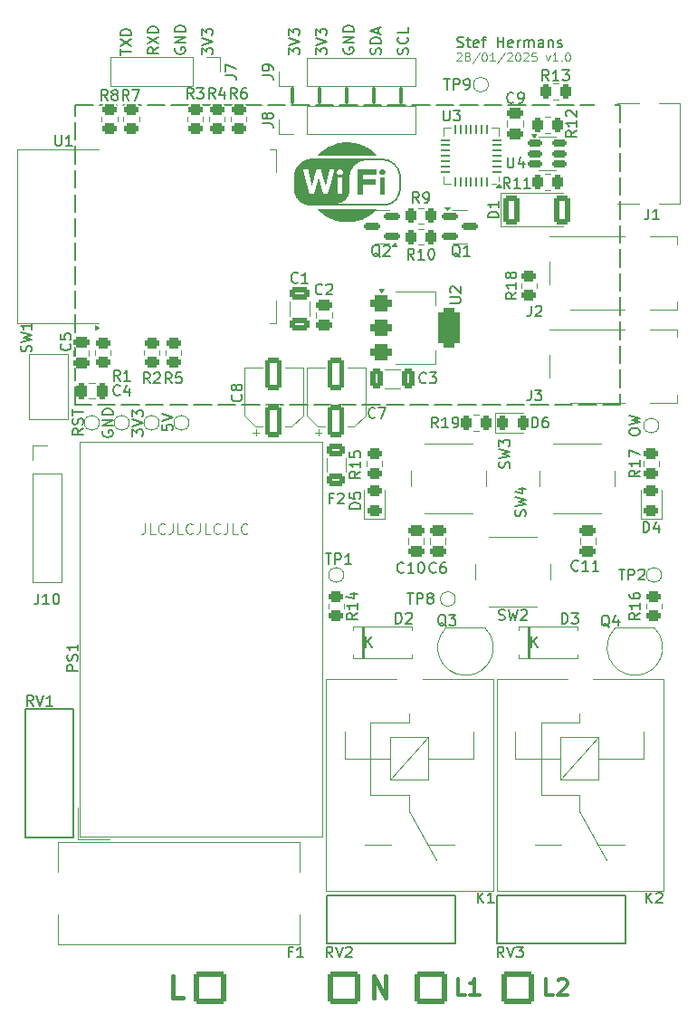
<source format=gto>
G04 #@! TF.GenerationSoftware,KiCad,Pcbnew,8.0.7*
G04 #@! TF.CreationDate,2025-01-28T00:38:19+01:00*
G04 #@! TF.ProjectId,CustomTemperatureController,43757374-6f6d-4546-956d-706572617475,rev?*
G04 #@! TF.SameCoordinates,Original*
G04 #@! TF.FileFunction,Legend,Top*
G04 #@! TF.FilePolarity,Positive*
%FSLAX46Y46*%
G04 Gerber Fmt 4.6, Leading zero omitted, Abs format (unit mm)*
G04 Created by KiCad (PCBNEW 8.0.7) date 2025-01-28 00:38:19*
%MOMM*%
%LPD*%
G01*
G04 APERTURE LIST*
G04 Aperture macros list*
%AMRoundRect*
0 Rectangle with rounded corners*
0 $1 Rounding radius*
0 $2 $3 $4 $5 $6 $7 $8 $9 X,Y pos of 4 corners*
0 Add a 4 corners polygon primitive as box body*
4,1,4,$2,$3,$4,$5,$6,$7,$8,$9,$2,$3,0*
0 Add four circle primitives for the rounded corners*
1,1,$1+$1,$2,$3*
1,1,$1+$1,$4,$5*
1,1,$1+$1,$6,$7*
1,1,$1+$1,$8,$9*
0 Add four rect primitives between the rounded corners*
20,1,$1+$1,$2,$3,$4,$5,0*
20,1,$1+$1,$4,$5,$6,$7,0*
20,1,$1+$1,$6,$7,$8,$9,0*
20,1,$1+$1,$8,$9,$2,$3,0*%
G04 Aperture macros list end*
%ADD10C,0.150000*%
%ADD11C,0.120000*%
%ADD12C,0.100000*%
%ADD13C,0.300000*%
%ADD14C,0.200000*%
%ADD15C,0.400000*%
%ADD16C,0.000000*%
%ADD17RoundRect,0.249999X-1.300001X-1.300001X1.300001X-1.300001X1.300001X1.300001X-1.300001X1.300001X0*%
%ADD18RoundRect,0.249999X1.300001X1.300001X-1.300001X1.300001X-1.300001X-1.300001X1.300001X-1.300001X0*%
%ADD19RoundRect,0.250000X0.550000X-1.250000X0.550000X1.250000X-0.550000X1.250000X-0.550000X-1.250000X0*%
%ADD20C,1.000000*%
%ADD21R,1.900000X1.900000*%
%ADD22C,1.900000*%
%ADD23RoundRect,0.250000X0.262500X0.450000X-0.262500X0.450000X-0.262500X-0.450000X0.262500X-0.450000X0*%
%ADD24RoundRect,0.250000X0.450000X-0.262500X0.450000X0.262500X-0.450000X0.262500X-0.450000X-0.262500X0*%
%ADD25RoundRect,0.250000X0.475000X-0.250000X0.475000X0.250000X-0.475000X0.250000X-0.475000X-0.250000X0*%
%ADD26C,1.800000*%
%ADD27O,1.800000X1.800000*%
%ADD28R,1.800000X1.800000*%
%ADD29RoundRect,0.150000X-0.587500X-0.150000X0.587500X-0.150000X0.587500X0.150000X-0.587500X0.150000X0*%
%ADD30RoundRect,0.250000X0.250000X0.475000X-0.250000X0.475000X-0.250000X-0.475000X0.250000X-0.475000X0*%
%ADD31RoundRect,0.250000X-0.262500X-0.450000X0.262500X-0.450000X0.262500X0.450000X-0.262500X0.450000X0*%
%ADD32C,2.000000*%
%ADD33RoundRect,0.062500X0.337500X0.062500X-0.337500X0.062500X-0.337500X-0.062500X0.337500X-0.062500X0*%
%ADD34RoundRect,0.062500X0.062500X0.337500X-0.062500X0.337500X-0.062500X-0.337500X0.062500X-0.337500X0*%
%ADD35R,3.350000X3.350000*%
%ADD36RoundRect,0.250000X-0.475000X0.250000X-0.475000X-0.250000X0.475000X-0.250000X0.475000X0.250000X0*%
%ADD37RoundRect,0.243750X-0.243750X-0.456250X0.243750X-0.456250X0.243750X0.456250X-0.243750X0.456250X0*%
%ADD38R,1.700000X1.700000*%
%ADD39O,1.700000X1.700000*%
%ADD40R,2.000000X1.700000*%
%ADD41O,2.000000X1.700000*%
%ADD42R,1.050000X1.500000*%
%ADD43O,1.050000X1.500000*%
%ADD44RoundRect,0.243750X0.456250X-0.243750X0.456250X0.243750X-0.456250X0.243750X-0.456250X-0.243750X0*%
%ADD45RoundRect,0.250000X-0.325000X-0.650000X0.325000X-0.650000X0.325000X0.650000X-0.325000X0.650000X0*%
%ADD46R,1.500000X1.500000*%
%ADD47RoundRect,0.250000X-0.450000X0.262500X-0.450000X-0.262500X0.450000X-0.262500X0.450000X0.262500X0*%
%ADD48RoundRect,0.150000X-0.512500X-0.150000X0.512500X-0.150000X0.512500X0.150000X-0.512500X0.150000X0*%
%ADD49C,3.000000*%
%ADD50C,2.500000*%
%ADD51R,1.000000X2.500000*%
%ADD52R,1.800000X1.000000*%
%ADD53RoundRect,0.249999X-0.512501X-1.075001X0.512501X-1.075001X0.512501X1.075001X-0.512501X1.075001X0*%
%ADD54RoundRect,0.150000X0.587500X0.150000X-0.587500X0.150000X-0.587500X-0.150000X0.587500X-0.150000X0*%
%ADD55C,0.650000*%
%ADD56R,1.450000X0.600000*%
%ADD57R,1.450000X0.300000*%
%ADD58O,2.100000X1.000000*%
%ADD59O,1.600000X1.000000*%
%ADD60RoundRect,0.250000X0.650000X-0.325000X0.650000X0.325000X-0.650000X0.325000X-0.650000X-0.325000X0*%
%ADD61RoundRect,0.250000X0.625000X-0.375000X0.625000X0.375000X-0.625000X0.375000X-0.625000X-0.375000X0*%
%ADD62RoundRect,0.375000X-0.625000X-0.375000X0.625000X-0.375000X0.625000X0.375000X-0.625000X0.375000X0*%
%ADD63RoundRect,0.500000X-0.500000X-1.400000X0.500000X-1.400000X0.500000X1.400000X-0.500000X1.400000X0*%
%ADD64C,3.100000*%
G04 APERTURE END LIST*
D10*
X120289160Y-58822200D02*
X120432017Y-58869819D01*
X120432017Y-58869819D02*
X120670112Y-58869819D01*
X120670112Y-58869819D02*
X120765350Y-58822200D01*
X120765350Y-58822200D02*
X120812969Y-58774580D01*
X120812969Y-58774580D02*
X120860588Y-58679342D01*
X120860588Y-58679342D02*
X120860588Y-58584104D01*
X120860588Y-58584104D02*
X120812969Y-58488866D01*
X120812969Y-58488866D02*
X120765350Y-58441247D01*
X120765350Y-58441247D02*
X120670112Y-58393628D01*
X120670112Y-58393628D02*
X120479636Y-58346009D01*
X120479636Y-58346009D02*
X120384398Y-58298390D01*
X120384398Y-58298390D02*
X120336779Y-58250771D01*
X120336779Y-58250771D02*
X120289160Y-58155533D01*
X120289160Y-58155533D02*
X120289160Y-58060295D01*
X120289160Y-58060295D02*
X120336779Y-57965057D01*
X120336779Y-57965057D02*
X120384398Y-57917438D01*
X120384398Y-57917438D02*
X120479636Y-57869819D01*
X120479636Y-57869819D02*
X120717731Y-57869819D01*
X120717731Y-57869819D02*
X120860588Y-57917438D01*
X121146303Y-58203152D02*
X121527255Y-58203152D01*
X121289160Y-57869819D02*
X121289160Y-58726961D01*
X121289160Y-58726961D02*
X121336779Y-58822200D01*
X121336779Y-58822200D02*
X121432017Y-58869819D01*
X121432017Y-58869819D02*
X121527255Y-58869819D01*
X122241541Y-58822200D02*
X122146303Y-58869819D01*
X122146303Y-58869819D02*
X121955827Y-58869819D01*
X121955827Y-58869819D02*
X121860589Y-58822200D01*
X121860589Y-58822200D02*
X121812970Y-58726961D01*
X121812970Y-58726961D02*
X121812970Y-58346009D01*
X121812970Y-58346009D02*
X121860589Y-58250771D01*
X121860589Y-58250771D02*
X121955827Y-58203152D01*
X121955827Y-58203152D02*
X122146303Y-58203152D01*
X122146303Y-58203152D02*
X122241541Y-58250771D01*
X122241541Y-58250771D02*
X122289160Y-58346009D01*
X122289160Y-58346009D02*
X122289160Y-58441247D01*
X122289160Y-58441247D02*
X121812970Y-58536485D01*
X122574875Y-58203152D02*
X122955827Y-58203152D01*
X122717732Y-58869819D02*
X122717732Y-58012676D01*
X122717732Y-58012676D02*
X122765351Y-57917438D01*
X122765351Y-57917438D02*
X122860589Y-57869819D01*
X122860589Y-57869819D02*
X122955827Y-57869819D01*
X124051066Y-58869819D02*
X124051066Y-57869819D01*
X124051066Y-58346009D02*
X124622494Y-58346009D01*
X124622494Y-58869819D02*
X124622494Y-57869819D01*
X125479637Y-58822200D02*
X125384399Y-58869819D01*
X125384399Y-58869819D02*
X125193923Y-58869819D01*
X125193923Y-58869819D02*
X125098685Y-58822200D01*
X125098685Y-58822200D02*
X125051066Y-58726961D01*
X125051066Y-58726961D02*
X125051066Y-58346009D01*
X125051066Y-58346009D02*
X125098685Y-58250771D01*
X125098685Y-58250771D02*
X125193923Y-58203152D01*
X125193923Y-58203152D02*
X125384399Y-58203152D01*
X125384399Y-58203152D02*
X125479637Y-58250771D01*
X125479637Y-58250771D02*
X125527256Y-58346009D01*
X125527256Y-58346009D02*
X125527256Y-58441247D01*
X125527256Y-58441247D02*
X125051066Y-58536485D01*
X125955828Y-58869819D02*
X125955828Y-58203152D01*
X125955828Y-58393628D02*
X126003447Y-58298390D01*
X126003447Y-58298390D02*
X126051066Y-58250771D01*
X126051066Y-58250771D02*
X126146304Y-58203152D01*
X126146304Y-58203152D02*
X126241542Y-58203152D01*
X126574876Y-58869819D02*
X126574876Y-58203152D01*
X126574876Y-58298390D02*
X126622495Y-58250771D01*
X126622495Y-58250771D02*
X126717733Y-58203152D01*
X126717733Y-58203152D02*
X126860590Y-58203152D01*
X126860590Y-58203152D02*
X126955828Y-58250771D01*
X126955828Y-58250771D02*
X127003447Y-58346009D01*
X127003447Y-58346009D02*
X127003447Y-58869819D01*
X127003447Y-58346009D02*
X127051066Y-58250771D01*
X127051066Y-58250771D02*
X127146304Y-58203152D01*
X127146304Y-58203152D02*
X127289161Y-58203152D01*
X127289161Y-58203152D02*
X127384400Y-58250771D01*
X127384400Y-58250771D02*
X127432019Y-58346009D01*
X127432019Y-58346009D02*
X127432019Y-58869819D01*
X128336780Y-58869819D02*
X128336780Y-58346009D01*
X128336780Y-58346009D02*
X128289161Y-58250771D01*
X128289161Y-58250771D02*
X128193923Y-58203152D01*
X128193923Y-58203152D02*
X128003447Y-58203152D01*
X128003447Y-58203152D02*
X127908209Y-58250771D01*
X128336780Y-58822200D02*
X128241542Y-58869819D01*
X128241542Y-58869819D02*
X128003447Y-58869819D01*
X128003447Y-58869819D02*
X127908209Y-58822200D01*
X127908209Y-58822200D02*
X127860590Y-58726961D01*
X127860590Y-58726961D02*
X127860590Y-58631723D01*
X127860590Y-58631723D02*
X127908209Y-58536485D01*
X127908209Y-58536485D02*
X128003447Y-58488866D01*
X128003447Y-58488866D02*
X128241542Y-58488866D01*
X128241542Y-58488866D02*
X128336780Y-58441247D01*
X128812971Y-58203152D02*
X128812971Y-58869819D01*
X128812971Y-58298390D02*
X128860590Y-58250771D01*
X128860590Y-58250771D02*
X128955828Y-58203152D01*
X128955828Y-58203152D02*
X129098685Y-58203152D01*
X129098685Y-58203152D02*
X129193923Y-58250771D01*
X129193923Y-58250771D02*
X129241542Y-58346009D01*
X129241542Y-58346009D02*
X129241542Y-58869819D01*
X129670114Y-58822200D02*
X129765352Y-58869819D01*
X129765352Y-58869819D02*
X129955828Y-58869819D01*
X129955828Y-58869819D02*
X130051066Y-58822200D01*
X130051066Y-58822200D02*
X130098685Y-58726961D01*
X130098685Y-58726961D02*
X130098685Y-58679342D01*
X130098685Y-58679342D02*
X130051066Y-58584104D01*
X130051066Y-58584104D02*
X129955828Y-58536485D01*
X129955828Y-58536485D02*
X129812971Y-58536485D01*
X129812971Y-58536485D02*
X129717733Y-58488866D01*
X129717733Y-58488866D02*
X129670114Y-58393628D01*
X129670114Y-58393628D02*
X129670114Y-58346009D01*
X129670114Y-58346009D02*
X129717733Y-58250771D01*
X129717733Y-58250771D02*
X129812971Y-58203152D01*
X129812971Y-58203152D02*
X129955828Y-58203152D01*
X129955828Y-58203152D02*
X130051066Y-58250771D01*
D11*
X120231327Y-59422045D02*
X120269423Y-59383950D01*
X120269423Y-59383950D02*
X120345613Y-59345855D01*
X120345613Y-59345855D02*
X120536089Y-59345855D01*
X120536089Y-59345855D02*
X120612280Y-59383950D01*
X120612280Y-59383950D02*
X120650375Y-59422045D01*
X120650375Y-59422045D02*
X120688470Y-59498236D01*
X120688470Y-59498236D02*
X120688470Y-59574426D01*
X120688470Y-59574426D02*
X120650375Y-59688712D01*
X120650375Y-59688712D02*
X120193232Y-60145855D01*
X120193232Y-60145855D02*
X120688470Y-60145855D01*
X121145613Y-59688712D02*
X121069423Y-59650617D01*
X121069423Y-59650617D02*
X121031328Y-59612521D01*
X121031328Y-59612521D02*
X120993232Y-59536331D01*
X120993232Y-59536331D02*
X120993232Y-59498236D01*
X120993232Y-59498236D02*
X121031328Y-59422045D01*
X121031328Y-59422045D02*
X121069423Y-59383950D01*
X121069423Y-59383950D02*
X121145613Y-59345855D01*
X121145613Y-59345855D02*
X121297994Y-59345855D01*
X121297994Y-59345855D02*
X121374185Y-59383950D01*
X121374185Y-59383950D02*
X121412280Y-59422045D01*
X121412280Y-59422045D02*
X121450375Y-59498236D01*
X121450375Y-59498236D02*
X121450375Y-59536331D01*
X121450375Y-59536331D02*
X121412280Y-59612521D01*
X121412280Y-59612521D02*
X121374185Y-59650617D01*
X121374185Y-59650617D02*
X121297994Y-59688712D01*
X121297994Y-59688712D02*
X121145613Y-59688712D01*
X121145613Y-59688712D02*
X121069423Y-59726807D01*
X121069423Y-59726807D02*
X121031328Y-59764902D01*
X121031328Y-59764902D02*
X120993232Y-59841093D01*
X120993232Y-59841093D02*
X120993232Y-59993474D01*
X120993232Y-59993474D02*
X121031328Y-60069664D01*
X121031328Y-60069664D02*
X121069423Y-60107760D01*
X121069423Y-60107760D02*
X121145613Y-60145855D01*
X121145613Y-60145855D02*
X121297994Y-60145855D01*
X121297994Y-60145855D02*
X121374185Y-60107760D01*
X121374185Y-60107760D02*
X121412280Y-60069664D01*
X121412280Y-60069664D02*
X121450375Y-59993474D01*
X121450375Y-59993474D02*
X121450375Y-59841093D01*
X121450375Y-59841093D02*
X121412280Y-59764902D01*
X121412280Y-59764902D02*
X121374185Y-59726807D01*
X121374185Y-59726807D02*
X121297994Y-59688712D01*
X122364661Y-59307760D02*
X121678947Y-60336331D01*
X122783709Y-59345855D02*
X122859899Y-59345855D01*
X122859899Y-59345855D02*
X122936090Y-59383950D01*
X122936090Y-59383950D02*
X122974185Y-59422045D01*
X122974185Y-59422045D02*
X123012280Y-59498236D01*
X123012280Y-59498236D02*
X123050375Y-59650617D01*
X123050375Y-59650617D02*
X123050375Y-59841093D01*
X123050375Y-59841093D02*
X123012280Y-59993474D01*
X123012280Y-59993474D02*
X122974185Y-60069664D01*
X122974185Y-60069664D02*
X122936090Y-60107760D01*
X122936090Y-60107760D02*
X122859899Y-60145855D01*
X122859899Y-60145855D02*
X122783709Y-60145855D01*
X122783709Y-60145855D02*
X122707518Y-60107760D01*
X122707518Y-60107760D02*
X122669423Y-60069664D01*
X122669423Y-60069664D02*
X122631328Y-59993474D01*
X122631328Y-59993474D02*
X122593232Y-59841093D01*
X122593232Y-59841093D02*
X122593232Y-59650617D01*
X122593232Y-59650617D02*
X122631328Y-59498236D01*
X122631328Y-59498236D02*
X122669423Y-59422045D01*
X122669423Y-59422045D02*
X122707518Y-59383950D01*
X122707518Y-59383950D02*
X122783709Y-59345855D01*
X123812280Y-60145855D02*
X123355137Y-60145855D01*
X123583709Y-60145855D02*
X123583709Y-59345855D01*
X123583709Y-59345855D02*
X123507518Y-59460140D01*
X123507518Y-59460140D02*
X123431328Y-59536331D01*
X123431328Y-59536331D02*
X123355137Y-59574426D01*
X124726566Y-59307760D02*
X124040852Y-60336331D01*
X124955137Y-59422045D02*
X124993233Y-59383950D01*
X124993233Y-59383950D02*
X125069423Y-59345855D01*
X125069423Y-59345855D02*
X125259899Y-59345855D01*
X125259899Y-59345855D02*
X125336090Y-59383950D01*
X125336090Y-59383950D02*
X125374185Y-59422045D01*
X125374185Y-59422045D02*
X125412280Y-59498236D01*
X125412280Y-59498236D02*
X125412280Y-59574426D01*
X125412280Y-59574426D02*
X125374185Y-59688712D01*
X125374185Y-59688712D02*
X124917042Y-60145855D01*
X124917042Y-60145855D02*
X125412280Y-60145855D01*
X125907519Y-59345855D02*
X125983709Y-59345855D01*
X125983709Y-59345855D02*
X126059900Y-59383950D01*
X126059900Y-59383950D02*
X126097995Y-59422045D01*
X126097995Y-59422045D02*
X126136090Y-59498236D01*
X126136090Y-59498236D02*
X126174185Y-59650617D01*
X126174185Y-59650617D02*
X126174185Y-59841093D01*
X126174185Y-59841093D02*
X126136090Y-59993474D01*
X126136090Y-59993474D02*
X126097995Y-60069664D01*
X126097995Y-60069664D02*
X126059900Y-60107760D01*
X126059900Y-60107760D02*
X125983709Y-60145855D01*
X125983709Y-60145855D02*
X125907519Y-60145855D01*
X125907519Y-60145855D02*
X125831328Y-60107760D01*
X125831328Y-60107760D02*
X125793233Y-60069664D01*
X125793233Y-60069664D02*
X125755138Y-59993474D01*
X125755138Y-59993474D02*
X125717042Y-59841093D01*
X125717042Y-59841093D02*
X125717042Y-59650617D01*
X125717042Y-59650617D02*
X125755138Y-59498236D01*
X125755138Y-59498236D02*
X125793233Y-59422045D01*
X125793233Y-59422045D02*
X125831328Y-59383950D01*
X125831328Y-59383950D02*
X125907519Y-59345855D01*
X126478947Y-59422045D02*
X126517043Y-59383950D01*
X126517043Y-59383950D02*
X126593233Y-59345855D01*
X126593233Y-59345855D02*
X126783709Y-59345855D01*
X126783709Y-59345855D02*
X126859900Y-59383950D01*
X126859900Y-59383950D02*
X126897995Y-59422045D01*
X126897995Y-59422045D02*
X126936090Y-59498236D01*
X126936090Y-59498236D02*
X126936090Y-59574426D01*
X126936090Y-59574426D02*
X126897995Y-59688712D01*
X126897995Y-59688712D02*
X126440852Y-60145855D01*
X126440852Y-60145855D02*
X126936090Y-60145855D01*
X127659900Y-59345855D02*
X127278948Y-59345855D01*
X127278948Y-59345855D02*
X127240852Y-59726807D01*
X127240852Y-59726807D02*
X127278948Y-59688712D01*
X127278948Y-59688712D02*
X127355138Y-59650617D01*
X127355138Y-59650617D02*
X127545614Y-59650617D01*
X127545614Y-59650617D02*
X127621805Y-59688712D01*
X127621805Y-59688712D02*
X127659900Y-59726807D01*
X127659900Y-59726807D02*
X127697995Y-59802998D01*
X127697995Y-59802998D02*
X127697995Y-59993474D01*
X127697995Y-59993474D02*
X127659900Y-60069664D01*
X127659900Y-60069664D02*
X127621805Y-60107760D01*
X127621805Y-60107760D02*
X127545614Y-60145855D01*
X127545614Y-60145855D02*
X127355138Y-60145855D01*
X127355138Y-60145855D02*
X127278948Y-60107760D01*
X127278948Y-60107760D02*
X127240852Y-60069664D01*
X128574186Y-59612521D02*
X128764662Y-60145855D01*
X128764662Y-60145855D02*
X128955139Y-59612521D01*
X129678948Y-60145855D02*
X129221805Y-60145855D01*
X129450377Y-60145855D02*
X129450377Y-59345855D01*
X129450377Y-59345855D02*
X129374186Y-59460140D01*
X129374186Y-59460140D02*
X129297996Y-59536331D01*
X129297996Y-59536331D02*
X129221805Y-59574426D01*
X130021806Y-60069664D02*
X130059901Y-60107760D01*
X130059901Y-60107760D02*
X130021806Y-60145855D01*
X130021806Y-60145855D02*
X129983710Y-60107760D01*
X129983710Y-60107760D02*
X130021806Y-60069664D01*
X130021806Y-60069664D02*
X130021806Y-60145855D01*
X130555139Y-59345855D02*
X130631329Y-59345855D01*
X130631329Y-59345855D02*
X130707520Y-59383950D01*
X130707520Y-59383950D02*
X130745615Y-59422045D01*
X130745615Y-59422045D02*
X130783710Y-59498236D01*
X130783710Y-59498236D02*
X130821805Y-59650617D01*
X130821805Y-59650617D02*
X130821805Y-59841093D01*
X130821805Y-59841093D02*
X130783710Y-59993474D01*
X130783710Y-59993474D02*
X130745615Y-60069664D01*
X130745615Y-60069664D02*
X130707520Y-60107760D01*
X130707520Y-60107760D02*
X130631329Y-60145855D01*
X130631329Y-60145855D02*
X130555139Y-60145855D01*
X130555139Y-60145855D02*
X130478948Y-60107760D01*
X130478948Y-60107760D02*
X130440853Y-60069664D01*
X130440853Y-60069664D02*
X130402758Y-59993474D01*
X130402758Y-59993474D02*
X130364662Y-59841093D01*
X130364662Y-59841093D02*
X130364662Y-59650617D01*
X130364662Y-59650617D02*
X130402758Y-59498236D01*
X130402758Y-59498236D02*
X130440853Y-59422045D01*
X130440853Y-59422045D02*
X130478948Y-59383950D01*
X130478948Y-59383950D02*
X130555139Y-59345855D01*
D12*
X91089598Y-103372419D02*
X91089598Y-104086704D01*
X91089598Y-104086704D02*
X91041979Y-104229561D01*
X91041979Y-104229561D02*
X90946741Y-104324800D01*
X90946741Y-104324800D02*
X90803884Y-104372419D01*
X90803884Y-104372419D02*
X90708646Y-104372419D01*
X92041979Y-104372419D02*
X91565789Y-104372419D01*
X91565789Y-104372419D02*
X91565789Y-103372419D01*
X92946741Y-104277180D02*
X92899122Y-104324800D01*
X92899122Y-104324800D02*
X92756265Y-104372419D01*
X92756265Y-104372419D02*
X92661027Y-104372419D01*
X92661027Y-104372419D02*
X92518170Y-104324800D01*
X92518170Y-104324800D02*
X92422932Y-104229561D01*
X92422932Y-104229561D02*
X92375313Y-104134323D01*
X92375313Y-104134323D02*
X92327694Y-103943847D01*
X92327694Y-103943847D02*
X92327694Y-103800990D01*
X92327694Y-103800990D02*
X92375313Y-103610514D01*
X92375313Y-103610514D02*
X92422932Y-103515276D01*
X92422932Y-103515276D02*
X92518170Y-103420038D01*
X92518170Y-103420038D02*
X92661027Y-103372419D01*
X92661027Y-103372419D02*
X92756265Y-103372419D01*
X92756265Y-103372419D02*
X92899122Y-103420038D01*
X92899122Y-103420038D02*
X92946741Y-103467657D01*
X93661027Y-103372419D02*
X93661027Y-104086704D01*
X93661027Y-104086704D02*
X93613408Y-104229561D01*
X93613408Y-104229561D02*
X93518170Y-104324800D01*
X93518170Y-104324800D02*
X93375313Y-104372419D01*
X93375313Y-104372419D02*
X93280075Y-104372419D01*
X94613408Y-104372419D02*
X94137218Y-104372419D01*
X94137218Y-104372419D02*
X94137218Y-103372419D01*
X95518170Y-104277180D02*
X95470551Y-104324800D01*
X95470551Y-104324800D02*
X95327694Y-104372419D01*
X95327694Y-104372419D02*
X95232456Y-104372419D01*
X95232456Y-104372419D02*
X95089599Y-104324800D01*
X95089599Y-104324800D02*
X94994361Y-104229561D01*
X94994361Y-104229561D02*
X94946742Y-104134323D01*
X94946742Y-104134323D02*
X94899123Y-103943847D01*
X94899123Y-103943847D02*
X94899123Y-103800990D01*
X94899123Y-103800990D02*
X94946742Y-103610514D01*
X94946742Y-103610514D02*
X94994361Y-103515276D01*
X94994361Y-103515276D02*
X95089599Y-103420038D01*
X95089599Y-103420038D02*
X95232456Y-103372419D01*
X95232456Y-103372419D02*
X95327694Y-103372419D01*
X95327694Y-103372419D02*
X95470551Y-103420038D01*
X95470551Y-103420038D02*
X95518170Y-103467657D01*
X96232456Y-103372419D02*
X96232456Y-104086704D01*
X96232456Y-104086704D02*
X96184837Y-104229561D01*
X96184837Y-104229561D02*
X96089599Y-104324800D01*
X96089599Y-104324800D02*
X95946742Y-104372419D01*
X95946742Y-104372419D02*
X95851504Y-104372419D01*
X97184837Y-104372419D02*
X96708647Y-104372419D01*
X96708647Y-104372419D02*
X96708647Y-103372419D01*
X98089599Y-104277180D02*
X98041980Y-104324800D01*
X98041980Y-104324800D02*
X97899123Y-104372419D01*
X97899123Y-104372419D02*
X97803885Y-104372419D01*
X97803885Y-104372419D02*
X97661028Y-104324800D01*
X97661028Y-104324800D02*
X97565790Y-104229561D01*
X97565790Y-104229561D02*
X97518171Y-104134323D01*
X97518171Y-104134323D02*
X97470552Y-103943847D01*
X97470552Y-103943847D02*
X97470552Y-103800990D01*
X97470552Y-103800990D02*
X97518171Y-103610514D01*
X97518171Y-103610514D02*
X97565790Y-103515276D01*
X97565790Y-103515276D02*
X97661028Y-103420038D01*
X97661028Y-103420038D02*
X97803885Y-103372419D01*
X97803885Y-103372419D02*
X97899123Y-103372419D01*
X97899123Y-103372419D02*
X98041980Y-103420038D01*
X98041980Y-103420038D02*
X98089599Y-103467657D01*
X98803885Y-103372419D02*
X98803885Y-104086704D01*
X98803885Y-104086704D02*
X98756266Y-104229561D01*
X98756266Y-104229561D02*
X98661028Y-104324800D01*
X98661028Y-104324800D02*
X98518171Y-104372419D01*
X98518171Y-104372419D02*
X98422933Y-104372419D01*
X99756266Y-104372419D02*
X99280076Y-104372419D01*
X99280076Y-104372419D02*
X99280076Y-103372419D01*
X100661028Y-104277180D02*
X100613409Y-104324800D01*
X100613409Y-104324800D02*
X100470552Y-104372419D01*
X100470552Y-104372419D02*
X100375314Y-104372419D01*
X100375314Y-104372419D02*
X100232457Y-104324800D01*
X100232457Y-104324800D02*
X100137219Y-104229561D01*
X100137219Y-104229561D02*
X100089600Y-104134323D01*
X100089600Y-104134323D02*
X100041981Y-103943847D01*
X100041981Y-103943847D02*
X100041981Y-103800990D01*
X100041981Y-103800990D02*
X100089600Y-103610514D01*
X100089600Y-103610514D02*
X100137219Y-103515276D01*
X100137219Y-103515276D02*
X100232457Y-103420038D01*
X100232457Y-103420038D02*
X100375314Y-103372419D01*
X100375314Y-103372419D02*
X100470552Y-103372419D01*
X100470552Y-103372419D02*
X100613409Y-103420038D01*
X100613409Y-103420038D02*
X100661028Y-103467657D01*
D13*
X104902000Y-62738000D02*
X104902000Y-64008000D01*
X107442000Y-62738000D02*
X107442000Y-64008000D01*
X109982000Y-62738000D02*
X109982000Y-64008000D01*
X112522000Y-62738000D02*
X112522000Y-64008000D01*
X115062000Y-62738000D02*
X115062000Y-64008000D01*
D14*
X88783219Y-59590183D02*
X88783219Y-59018755D01*
X89783219Y-59304469D02*
X88783219Y-59304469D01*
X88783219Y-58780659D02*
X89783219Y-58113993D01*
X88783219Y-58113993D02*
X89783219Y-58780659D01*
X89783219Y-57733040D02*
X88783219Y-57733040D01*
X88783219Y-57733040D02*
X88783219Y-57494945D01*
X88783219Y-57494945D02*
X88830838Y-57352088D01*
X88830838Y-57352088D02*
X88926076Y-57256850D01*
X88926076Y-57256850D02*
X89021314Y-57209231D01*
X89021314Y-57209231D02*
X89211790Y-57161612D01*
X89211790Y-57161612D02*
X89354647Y-57161612D01*
X89354647Y-57161612D02*
X89545123Y-57209231D01*
X89545123Y-57209231D02*
X89640361Y-57256850D01*
X89640361Y-57256850D02*
X89735600Y-57352088D01*
X89735600Y-57352088D02*
X89783219Y-57494945D01*
X89783219Y-57494945D02*
X89783219Y-57733040D01*
X92323219Y-58875898D02*
X91847028Y-59209231D01*
X92323219Y-59447326D02*
X91323219Y-59447326D01*
X91323219Y-59447326D02*
X91323219Y-59066374D01*
X91323219Y-59066374D02*
X91370838Y-58971136D01*
X91370838Y-58971136D02*
X91418457Y-58923517D01*
X91418457Y-58923517D02*
X91513695Y-58875898D01*
X91513695Y-58875898D02*
X91656552Y-58875898D01*
X91656552Y-58875898D02*
X91751790Y-58923517D01*
X91751790Y-58923517D02*
X91799409Y-58971136D01*
X91799409Y-58971136D02*
X91847028Y-59066374D01*
X91847028Y-59066374D02*
X91847028Y-59447326D01*
X91323219Y-58542564D02*
X92323219Y-57875898D01*
X91323219Y-57875898D02*
X92323219Y-58542564D01*
X92323219Y-57494945D02*
X91323219Y-57494945D01*
X91323219Y-57494945D02*
X91323219Y-57256850D01*
X91323219Y-57256850D02*
X91370838Y-57113993D01*
X91370838Y-57113993D02*
X91466076Y-57018755D01*
X91466076Y-57018755D02*
X91561314Y-56971136D01*
X91561314Y-56971136D02*
X91751790Y-56923517D01*
X91751790Y-56923517D02*
X91894647Y-56923517D01*
X91894647Y-56923517D02*
X92085123Y-56971136D01*
X92085123Y-56971136D02*
X92180361Y-57018755D01*
X92180361Y-57018755D02*
X92275600Y-57113993D01*
X92275600Y-57113993D02*
X92323219Y-57256850D01*
X92323219Y-57256850D02*
X92323219Y-57494945D01*
X93910838Y-58923517D02*
X93863219Y-59018755D01*
X93863219Y-59018755D02*
X93863219Y-59161612D01*
X93863219Y-59161612D02*
X93910838Y-59304469D01*
X93910838Y-59304469D02*
X94006076Y-59399707D01*
X94006076Y-59399707D02*
X94101314Y-59447326D01*
X94101314Y-59447326D02*
X94291790Y-59494945D01*
X94291790Y-59494945D02*
X94434647Y-59494945D01*
X94434647Y-59494945D02*
X94625123Y-59447326D01*
X94625123Y-59447326D02*
X94720361Y-59399707D01*
X94720361Y-59399707D02*
X94815600Y-59304469D01*
X94815600Y-59304469D02*
X94863219Y-59161612D01*
X94863219Y-59161612D02*
X94863219Y-59066374D01*
X94863219Y-59066374D02*
X94815600Y-58923517D01*
X94815600Y-58923517D02*
X94767980Y-58875898D01*
X94767980Y-58875898D02*
X94434647Y-58875898D01*
X94434647Y-58875898D02*
X94434647Y-59066374D01*
X94863219Y-58447326D02*
X93863219Y-58447326D01*
X93863219Y-58447326D02*
X94863219Y-57875898D01*
X94863219Y-57875898D02*
X93863219Y-57875898D01*
X94863219Y-57399707D02*
X93863219Y-57399707D01*
X93863219Y-57399707D02*
X93863219Y-57161612D01*
X93863219Y-57161612D02*
X93910838Y-57018755D01*
X93910838Y-57018755D02*
X94006076Y-56923517D01*
X94006076Y-56923517D02*
X94101314Y-56875898D01*
X94101314Y-56875898D02*
X94291790Y-56828279D01*
X94291790Y-56828279D02*
X94434647Y-56828279D01*
X94434647Y-56828279D02*
X94625123Y-56875898D01*
X94625123Y-56875898D02*
X94720361Y-56923517D01*
X94720361Y-56923517D02*
X94815600Y-57018755D01*
X94815600Y-57018755D02*
X94863219Y-57161612D01*
X94863219Y-57161612D02*
X94863219Y-57399707D01*
X96403219Y-59542564D02*
X96403219Y-58923517D01*
X96403219Y-58923517D02*
X96784171Y-59256850D01*
X96784171Y-59256850D02*
X96784171Y-59113993D01*
X96784171Y-59113993D02*
X96831790Y-59018755D01*
X96831790Y-59018755D02*
X96879409Y-58971136D01*
X96879409Y-58971136D02*
X96974647Y-58923517D01*
X96974647Y-58923517D02*
X97212742Y-58923517D01*
X97212742Y-58923517D02*
X97307980Y-58971136D01*
X97307980Y-58971136D02*
X97355600Y-59018755D01*
X97355600Y-59018755D02*
X97403219Y-59113993D01*
X97403219Y-59113993D02*
X97403219Y-59399707D01*
X97403219Y-59399707D02*
X97355600Y-59494945D01*
X97355600Y-59494945D02*
X97307980Y-59542564D01*
X96403219Y-58637802D02*
X97403219Y-58304469D01*
X97403219Y-58304469D02*
X96403219Y-57971136D01*
X96403219Y-57733040D02*
X96403219Y-57113993D01*
X96403219Y-57113993D02*
X96784171Y-57447326D01*
X96784171Y-57447326D02*
X96784171Y-57304469D01*
X96784171Y-57304469D02*
X96831790Y-57209231D01*
X96831790Y-57209231D02*
X96879409Y-57161612D01*
X96879409Y-57161612D02*
X96974647Y-57113993D01*
X96974647Y-57113993D02*
X97212742Y-57113993D01*
X97212742Y-57113993D02*
X97307980Y-57161612D01*
X97307980Y-57161612D02*
X97355600Y-57209231D01*
X97355600Y-57209231D02*
X97403219Y-57304469D01*
X97403219Y-57304469D02*
X97403219Y-57590183D01*
X97403219Y-57590183D02*
X97355600Y-57685421D01*
X97355600Y-57685421D02*
X97307980Y-57733040D01*
X104531219Y-59542564D02*
X104531219Y-58923517D01*
X104531219Y-58923517D02*
X104912171Y-59256850D01*
X104912171Y-59256850D02*
X104912171Y-59113993D01*
X104912171Y-59113993D02*
X104959790Y-59018755D01*
X104959790Y-59018755D02*
X105007409Y-58971136D01*
X105007409Y-58971136D02*
X105102647Y-58923517D01*
X105102647Y-58923517D02*
X105340742Y-58923517D01*
X105340742Y-58923517D02*
X105435980Y-58971136D01*
X105435980Y-58971136D02*
X105483600Y-59018755D01*
X105483600Y-59018755D02*
X105531219Y-59113993D01*
X105531219Y-59113993D02*
X105531219Y-59399707D01*
X105531219Y-59399707D02*
X105483600Y-59494945D01*
X105483600Y-59494945D02*
X105435980Y-59542564D01*
X104531219Y-58637802D02*
X105531219Y-58304469D01*
X105531219Y-58304469D02*
X104531219Y-57971136D01*
X104531219Y-57733040D02*
X104531219Y-57113993D01*
X104531219Y-57113993D02*
X104912171Y-57447326D01*
X104912171Y-57447326D02*
X104912171Y-57304469D01*
X104912171Y-57304469D02*
X104959790Y-57209231D01*
X104959790Y-57209231D02*
X105007409Y-57161612D01*
X105007409Y-57161612D02*
X105102647Y-57113993D01*
X105102647Y-57113993D02*
X105340742Y-57113993D01*
X105340742Y-57113993D02*
X105435980Y-57161612D01*
X105435980Y-57161612D02*
X105483600Y-57209231D01*
X105483600Y-57209231D02*
X105531219Y-57304469D01*
X105531219Y-57304469D02*
X105531219Y-57590183D01*
X105531219Y-57590183D02*
X105483600Y-57685421D01*
X105483600Y-57685421D02*
X105435980Y-57733040D01*
X107071219Y-59542564D02*
X107071219Y-58923517D01*
X107071219Y-58923517D02*
X107452171Y-59256850D01*
X107452171Y-59256850D02*
X107452171Y-59113993D01*
X107452171Y-59113993D02*
X107499790Y-59018755D01*
X107499790Y-59018755D02*
X107547409Y-58971136D01*
X107547409Y-58971136D02*
X107642647Y-58923517D01*
X107642647Y-58923517D02*
X107880742Y-58923517D01*
X107880742Y-58923517D02*
X107975980Y-58971136D01*
X107975980Y-58971136D02*
X108023600Y-59018755D01*
X108023600Y-59018755D02*
X108071219Y-59113993D01*
X108071219Y-59113993D02*
X108071219Y-59399707D01*
X108071219Y-59399707D02*
X108023600Y-59494945D01*
X108023600Y-59494945D02*
X107975980Y-59542564D01*
X107071219Y-58637802D02*
X108071219Y-58304469D01*
X108071219Y-58304469D02*
X107071219Y-57971136D01*
X107071219Y-57733040D02*
X107071219Y-57113993D01*
X107071219Y-57113993D02*
X107452171Y-57447326D01*
X107452171Y-57447326D02*
X107452171Y-57304469D01*
X107452171Y-57304469D02*
X107499790Y-57209231D01*
X107499790Y-57209231D02*
X107547409Y-57161612D01*
X107547409Y-57161612D02*
X107642647Y-57113993D01*
X107642647Y-57113993D02*
X107880742Y-57113993D01*
X107880742Y-57113993D02*
X107975980Y-57161612D01*
X107975980Y-57161612D02*
X108023600Y-57209231D01*
X108023600Y-57209231D02*
X108071219Y-57304469D01*
X108071219Y-57304469D02*
X108071219Y-57590183D01*
X108071219Y-57590183D02*
X108023600Y-57685421D01*
X108023600Y-57685421D02*
X107975980Y-57733040D01*
X109658838Y-58923517D02*
X109611219Y-59018755D01*
X109611219Y-59018755D02*
X109611219Y-59161612D01*
X109611219Y-59161612D02*
X109658838Y-59304469D01*
X109658838Y-59304469D02*
X109754076Y-59399707D01*
X109754076Y-59399707D02*
X109849314Y-59447326D01*
X109849314Y-59447326D02*
X110039790Y-59494945D01*
X110039790Y-59494945D02*
X110182647Y-59494945D01*
X110182647Y-59494945D02*
X110373123Y-59447326D01*
X110373123Y-59447326D02*
X110468361Y-59399707D01*
X110468361Y-59399707D02*
X110563600Y-59304469D01*
X110563600Y-59304469D02*
X110611219Y-59161612D01*
X110611219Y-59161612D02*
X110611219Y-59066374D01*
X110611219Y-59066374D02*
X110563600Y-58923517D01*
X110563600Y-58923517D02*
X110515980Y-58875898D01*
X110515980Y-58875898D02*
X110182647Y-58875898D01*
X110182647Y-58875898D02*
X110182647Y-59066374D01*
X110611219Y-58447326D02*
X109611219Y-58447326D01*
X109611219Y-58447326D02*
X110611219Y-57875898D01*
X110611219Y-57875898D02*
X109611219Y-57875898D01*
X110611219Y-57399707D02*
X109611219Y-57399707D01*
X109611219Y-57399707D02*
X109611219Y-57161612D01*
X109611219Y-57161612D02*
X109658838Y-57018755D01*
X109658838Y-57018755D02*
X109754076Y-56923517D01*
X109754076Y-56923517D02*
X109849314Y-56875898D01*
X109849314Y-56875898D02*
X110039790Y-56828279D01*
X110039790Y-56828279D02*
X110182647Y-56828279D01*
X110182647Y-56828279D02*
X110373123Y-56875898D01*
X110373123Y-56875898D02*
X110468361Y-56923517D01*
X110468361Y-56923517D02*
X110563600Y-57018755D01*
X110563600Y-57018755D02*
X110611219Y-57161612D01*
X110611219Y-57161612D02*
X110611219Y-57399707D01*
X113103600Y-59494945D02*
X113151219Y-59352088D01*
X113151219Y-59352088D02*
X113151219Y-59113993D01*
X113151219Y-59113993D02*
X113103600Y-59018755D01*
X113103600Y-59018755D02*
X113055980Y-58971136D01*
X113055980Y-58971136D02*
X112960742Y-58923517D01*
X112960742Y-58923517D02*
X112865504Y-58923517D01*
X112865504Y-58923517D02*
X112770266Y-58971136D01*
X112770266Y-58971136D02*
X112722647Y-59018755D01*
X112722647Y-59018755D02*
X112675028Y-59113993D01*
X112675028Y-59113993D02*
X112627409Y-59304469D01*
X112627409Y-59304469D02*
X112579790Y-59399707D01*
X112579790Y-59399707D02*
X112532171Y-59447326D01*
X112532171Y-59447326D02*
X112436933Y-59494945D01*
X112436933Y-59494945D02*
X112341695Y-59494945D01*
X112341695Y-59494945D02*
X112246457Y-59447326D01*
X112246457Y-59447326D02*
X112198838Y-59399707D01*
X112198838Y-59399707D02*
X112151219Y-59304469D01*
X112151219Y-59304469D02*
X112151219Y-59066374D01*
X112151219Y-59066374D02*
X112198838Y-58923517D01*
X113151219Y-58494945D02*
X112151219Y-58494945D01*
X112151219Y-58494945D02*
X112151219Y-58256850D01*
X112151219Y-58256850D02*
X112198838Y-58113993D01*
X112198838Y-58113993D02*
X112294076Y-58018755D01*
X112294076Y-58018755D02*
X112389314Y-57971136D01*
X112389314Y-57971136D02*
X112579790Y-57923517D01*
X112579790Y-57923517D02*
X112722647Y-57923517D01*
X112722647Y-57923517D02*
X112913123Y-57971136D01*
X112913123Y-57971136D02*
X113008361Y-58018755D01*
X113008361Y-58018755D02*
X113103600Y-58113993D01*
X113103600Y-58113993D02*
X113151219Y-58256850D01*
X113151219Y-58256850D02*
X113151219Y-58494945D01*
X112865504Y-57542564D02*
X112865504Y-57066374D01*
X113151219Y-57637802D02*
X112151219Y-57304469D01*
X112151219Y-57304469D02*
X113151219Y-56971136D01*
X115643600Y-59494945D02*
X115691219Y-59352088D01*
X115691219Y-59352088D02*
X115691219Y-59113993D01*
X115691219Y-59113993D02*
X115643600Y-59018755D01*
X115643600Y-59018755D02*
X115595980Y-58971136D01*
X115595980Y-58971136D02*
X115500742Y-58923517D01*
X115500742Y-58923517D02*
X115405504Y-58923517D01*
X115405504Y-58923517D02*
X115310266Y-58971136D01*
X115310266Y-58971136D02*
X115262647Y-59018755D01*
X115262647Y-59018755D02*
X115215028Y-59113993D01*
X115215028Y-59113993D02*
X115167409Y-59304469D01*
X115167409Y-59304469D02*
X115119790Y-59399707D01*
X115119790Y-59399707D02*
X115072171Y-59447326D01*
X115072171Y-59447326D02*
X114976933Y-59494945D01*
X114976933Y-59494945D02*
X114881695Y-59494945D01*
X114881695Y-59494945D02*
X114786457Y-59447326D01*
X114786457Y-59447326D02*
X114738838Y-59399707D01*
X114738838Y-59399707D02*
X114691219Y-59304469D01*
X114691219Y-59304469D02*
X114691219Y-59066374D01*
X114691219Y-59066374D02*
X114738838Y-58923517D01*
X115595980Y-57923517D02*
X115643600Y-57971136D01*
X115643600Y-57971136D02*
X115691219Y-58113993D01*
X115691219Y-58113993D02*
X115691219Y-58209231D01*
X115691219Y-58209231D02*
X115643600Y-58352088D01*
X115643600Y-58352088D02*
X115548361Y-58447326D01*
X115548361Y-58447326D02*
X115453123Y-58494945D01*
X115453123Y-58494945D02*
X115262647Y-58542564D01*
X115262647Y-58542564D02*
X115119790Y-58542564D01*
X115119790Y-58542564D02*
X114929314Y-58494945D01*
X114929314Y-58494945D02*
X114834076Y-58447326D01*
X114834076Y-58447326D02*
X114738838Y-58352088D01*
X114738838Y-58352088D02*
X114691219Y-58209231D01*
X114691219Y-58209231D02*
X114691219Y-58113993D01*
X114691219Y-58113993D02*
X114738838Y-57971136D01*
X114738838Y-57971136D02*
X114786457Y-57923517D01*
X115691219Y-57018755D02*
X115691219Y-57494945D01*
X115691219Y-57494945D02*
X114691219Y-57494945D01*
D10*
X84545000Y-64251500D02*
X86195000Y-64251500D01*
X86795000Y-64251500D02*
X88445000Y-64251500D01*
X89045000Y-64251500D02*
X90695000Y-64251500D01*
X91295000Y-64251500D02*
X92945000Y-64251500D01*
X93545000Y-64251500D02*
X95195000Y-64251500D01*
X95795000Y-64251500D02*
X97445000Y-64251500D01*
X98045000Y-64251500D02*
X99695000Y-64251500D01*
X100295000Y-64251500D02*
X101945000Y-64251500D01*
X102545000Y-64251500D02*
X104195000Y-64251500D01*
X104795000Y-64251500D02*
X106445000Y-64251500D01*
X107045000Y-64251500D02*
X108695000Y-64251500D01*
X109295000Y-64251500D02*
X110945000Y-64251500D01*
X111545000Y-64251500D02*
X113195000Y-64251500D01*
X113795000Y-64251500D02*
X115445000Y-64251500D01*
X116045000Y-64251500D02*
X117695000Y-64251500D01*
X118295000Y-64251500D02*
X119945000Y-64251500D01*
X120545000Y-64251500D02*
X122195000Y-64251500D01*
X122795000Y-64251500D02*
X124445000Y-64251500D01*
X125045000Y-64251500D02*
X126695000Y-64251500D01*
X127295000Y-64251500D02*
X128945000Y-64251500D01*
X129545000Y-64251500D02*
X131195000Y-64251500D01*
X131795000Y-64251500D02*
X133445000Y-64251500D01*
X134045000Y-64251500D02*
X135545000Y-64251500D01*
X135545000Y-64251500D02*
X135545000Y-65901500D01*
X135545000Y-66501500D02*
X135545000Y-68151500D01*
X135545000Y-68751500D02*
X135545000Y-70401500D01*
X135545000Y-71001500D02*
X135545000Y-72651500D01*
X135545000Y-73251500D02*
X135545000Y-74901500D01*
X135545000Y-75501500D02*
X135545000Y-77151500D01*
X135545000Y-77751500D02*
X135545000Y-79401500D01*
X135545000Y-80001500D02*
X135545000Y-81651500D01*
X135545000Y-82251500D02*
X135545000Y-83901500D01*
X135545000Y-84501500D02*
X135545000Y-86151500D01*
X135545000Y-86751500D02*
X135545000Y-88401500D01*
X135545000Y-89001500D02*
X135545000Y-90651500D01*
X135545000Y-91251500D02*
X135545000Y-92251500D01*
X135545000Y-92251500D02*
X133895000Y-92251500D01*
X133295000Y-92251500D02*
X131645000Y-92251500D01*
X131045000Y-92251500D02*
X129395000Y-92251500D01*
X128795000Y-92251500D02*
X127145000Y-92251500D01*
X126545000Y-92251500D02*
X124895000Y-92251500D01*
X124295000Y-92251500D02*
X122645000Y-92251500D01*
X122045000Y-92251500D02*
X120395000Y-92251500D01*
X119795000Y-92251500D02*
X118145000Y-92251500D01*
X117545000Y-92251500D02*
X115895000Y-92251500D01*
X115295000Y-92251500D02*
X113645000Y-92251500D01*
X113045000Y-92251500D02*
X111395000Y-92251500D01*
X110795000Y-92251500D02*
X109145000Y-92251500D01*
X108545000Y-92251500D02*
X106895000Y-92251500D01*
X106295000Y-92251500D02*
X104645000Y-92251500D01*
X104045000Y-92251500D02*
X102395000Y-92251500D01*
X101795000Y-92251500D02*
X100145000Y-92251500D01*
X99545000Y-92251500D02*
X97895000Y-92251500D01*
X97295000Y-92251500D02*
X95645000Y-92251500D01*
X95045000Y-92251500D02*
X93395000Y-92251500D01*
X92795000Y-92251500D02*
X91145000Y-92251500D01*
X90545000Y-92251500D02*
X88895000Y-92251500D01*
X88295000Y-92251500D02*
X86645000Y-92251500D01*
X86045000Y-92251500D02*
X84545000Y-92251500D01*
X84545000Y-92251500D02*
X84545000Y-90601500D01*
X84545000Y-90001500D02*
X84545000Y-88351500D01*
X84545000Y-87751500D02*
X84545000Y-86101500D01*
X84545000Y-85501500D02*
X84545000Y-83851500D01*
X84545000Y-83251500D02*
X84545000Y-81601500D01*
X84545000Y-81001500D02*
X84545000Y-79351500D01*
X84545000Y-78751500D02*
X84545000Y-77101500D01*
X84545000Y-76501500D02*
X84545000Y-74851500D01*
X84545000Y-74251500D02*
X84545000Y-72601500D01*
X84545000Y-72001500D02*
X84545000Y-70351500D01*
X84545000Y-69751500D02*
X84545000Y-68101500D01*
X84545000Y-67501500D02*
X84545000Y-65851500D01*
X84545000Y-65251500D02*
X84545000Y-64251500D01*
D15*
X112458571Y-147716438D02*
X112458571Y-145716438D01*
X112458571Y-145716438D02*
X113601428Y-147716438D01*
X113601428Y-147716438D02*
X113601428Y-145716438D01*
D13*
X129290000Y-147490328D02*
X128575714Y-147490328D01*
X128575714Y-147490328D02*
X128575714Y-145990328D01*
X129718572Y-146133185D02*
X129790000Y-146061757D01*
X129790000Y-146061757D02*
X129932858Y-145990328D01*
X129932858Y-145990328D02*
X130290000Y-145990328D01*
X130290000Y-145990328D02*
X130432858Y-146061757D01*
X130432858Y-146061757D02*
X130504286Y-146133185D01*
X130504286Y-146133185D02*
X130575715Y-146276042D01*
X130575715Y-146276042D02*
X130575715Y-146418900D01*
X130575715Y-146418900D02*
X130504286Y-146633185D01*
X130504286Y-146633185D02*
X129647143Y-147490328D01*
X129647143Y-147490328D02*
X130575715Y-147490328D01*
X121066000Y-147490328D02*
X120351714Y-147490328D01*
X120351714Y-147490328D02*
X120351714Y-145990328D01*
X122351715Y-147490328D02*
X121494572Y-147490328D01*
X121923143Y-147490328D02*
X121923143Y-145990328D01*
X121923143Y-145990328D02*
X121780286Y-146204614D01*
X121780286Y-146204614D02*
X121637429Y-146347471D01*
X121637429Y-146347471D02*
X121494572Y-146418900D01*
D10*
X100054580Y-91352666D02*
X100102200Y-91400285D01*
X100102200Y-91400285D02*
X100149819Y-91543142D01*
X100149819Y-91543142D02*
X100149819Y-91638380D01*
X100149819Y-91638380D02*
X100102200Y-91781237D01*
X100102200Y-91781237D02*
X100006961Y-91876475D01*
X100006961Y-91876475D02*
X99911723Y-91924094D01*
X99911723Y-91924094D02*
X99721247Y-91971713D01*
X99721247Y-91971713D02*
X99578390Y-91971713D01*
X99578390Y-91971713D02*
X99387914Y-91924094D01*
X99387914Y-91924094D02*
X99292676Y-91876475D01*
X99292676Y-91876475D02*
X99197438Y-91781237D01*
X99197438Y-91781237D02*
X99149819Y-91638380D01*
X99149819Y-91638380D02*
X99149819Y-91543142D01*
X99149819Y-91543142D02*
X99197438Y-91400285D01*
X99197438Y-91400285D02*
X99245057Y-91352666D01*
X99578390Y-90781237D02*
X99530771Y-90876475D01*
X99530771Y-90876475D02*
X99483152Y-90924094D01*
X99483152Y-90924094D02*
X99387914Y-90971713D01*
X99387914Y-90971713D02*
X99340295Y-90971713D01*
X99340295Y-90971713D02*
X99245057Y-90924094D01*
X99245057Y-90924094D02*
X99197438Y-90876475D01*
X99197438Y-90876475D02*
X99149819Y-90781237D01*
X99149819Y-90781237D02*
X99149819Y-90590761D01*
X99149819Y-90590761D02*
X99197438Y-90495523D01*
X99197438Y-90495523D02*
X99245057Y-90447904D01*
X99245057Y-90447904D02*
X99340295Y-90400285D01*
X99340295Y-90400285D02*
X99387914Y-90400285D01*
X99387914Y-90400285D02*
X99483152Y-90447904D01*
X99483152Y-90447904D02*
X99530771Y-90495523D01*
X99530771Y-90495523D02*
X99578390Y-90590761D01*
X99578390Y-90590761D02*
X99578390Y-90781237D01*
X99578390Y-90781237D02*
X99626009Y-90876475D01*
X99626009Y-90876475D02*
X99673628Y-90924094D01*
X99673628Y-90924094D02*
X99768866Y-90971713D01*
X99768866Y-90971713D02*
X99959342Y-90971713D01*
X99959342Y-90971713D02*
X100054580Y-90924094D01*
X100054580Y-90924094D02*
X100102200Y-90876475D01*
X100102200Y-90876475D02*
X100149819Y-90781237D01*
X100149819Y-90781237D02*
X100149819Y-90590761D01*
X100149819Y-90590761D02*
X100102200Y-90495523D01*
X100102200Y-90495523D02*
X100054580Y-90447904D01*
X100054580Y-90447904D02*
X99959342Y-90400285D01*
X99959342Y-90400285D02*
X99768866Y-90400285D01*
X99768866Y-90400285D02*
X99673628Y-90447904D01*
X99673628Y-90447904D02*
X99626009Y-90495523D01*
X99626009Y-90495523D02*
X99578390Y-90590761D01*
X119041095Y-61810319D02*
X119612523Y-61810319D01*
X119326809Y-62810319D02*
X119326809Y-61810319D01*
X119945857Y-62810319D02*
X119945857Y-61810319D01*
X119945857Y-61810319D02*
X120326809Y-61810319D01*
X120326809Y-61810319D02*
X120422047Y-61857938D01*
X120422047Y-61857938D02*
X120469666Y-61905557D01*
X120469666Y-61905557D02*
X120517285Y-62000795D01*
X120517285Y-62000795D02*
X120517285Y-62143652D01*
X120517285Y-62143652D02*
X120469666Y-62238890D01*
X120469666Y-62238890D02*
X120422047Y-62286509D01*
X120422047Y-62286509D02*
X120326809Y-62334128D01*
X120326809Y-62334128D02*
X119945857Y-62334128D01*
X120993476Y-62810319D02*
X121183952Y-62810319D01*
X121183952Y-62810319D02*
X121279190Y-62762700D01*
X121279190Y-62762700D02*
X121326809Y-62715080D01*
X121326809Y-62715080D02*
X121422047Y-62572223D01*
X121422047Y-62572223D02*
X121469666Y-62381747D01*
X121469666Y-62381747D02*
X121469666Y-62000795D01*
X121469666Y-62000795D02*
X121422047Y-61905557D01*
X121422047Y-61905557D02*
X121374428Y-61857938D01*
X121374428Y-61857938D02*
X121279190Y-61810319D01*
X121279190Y-61810319D02*
X121088714Y-61810319D01*
X121088714Y-61810319D02*
X120993476Y-61857938D01*
X120993476Y-61857938D02*
X120945857Y-61905557D01*
X120945857Y-61905557D02*
X120898238Y-62000795D01*
X120898238Y-62000795D02*
X120898238Y-62238890D01*
X120898238Y-62238890D02*
X120945857Y-62334128D01*
X120945857Y-62334128D02*
X120993476Y-62381747D01*
X120993476Y-62381747D02*
X121088714Y-62429366D01*
X121088714Y-62429366D02*
X121279190Y-62429366D01*
X121279190Y-62429366D02*
X121374428Y-62381747D01*
X121374428Y-62381747D02*
X121422047Y-62334128D01*
X121422047Y-62334128D02*
X121469666Y-62238890D01*
X127174666Y-90894819D02*
X127174666Y-91609104D01*
X127174666Y-91609104D02*
X127127047Y-91751961D01*
X127127047Y-91751961D02*
X127031809Y-91847200D01*
X127031809Y-91847200D02*
X126888952Y-91894819D01*
X126888952Y-91894819D02*
X126793714Y-91894819D01*
X127555619Y-90894819D02*
X128174666Y-90894819D01*
X128174666Y-90894819D02*
X127841333Y-91275771D01*
X127841333Y-91275771D02*
X127984190Y-91275771D01*
X127984190Y-91275771D02*
X128079428Y-91323390D01*
X128079428Y-91323390D02*
X128127047Y-91371009D01*
X128127047Y-91371009D02*
X128174666Y-91466247D01*
X128174666Y-91466247D02*
X128174666Y-91704342D01*
X128174666Y-91704342D02*
X128127047Y-91799580D01*
X128127047Y-91799580D02*
X128079428Y-91847200D01*
X128079428Y-91847200D02*
X127984190Y-91894819D01*
X127984190Y-91894819D02*
X127698476Y-91894819D01*
X127698476Y-91894819D02*
X127603238Y-91847200D01*
X127603238Y-91847200D02*
X127555619Y-91799580D01*
X85290819Y-94527619D02*
X84814628Y-94860952D01*
X85290819Y-95099047D02*
X84290819Y-95099047D01*
X84290819Y-95099047D02*
X84290819Y-94718095D01*
X84290819Y-94718095D02*
X84338438Y-94622857D01*
X84338438Y-94622857D02*
X84386057Y-94575238D01*
X84386057Y-94575238D02*
X84481295Y-94527619D01*
X84481295Y-94527619D02*
X84624152Y-94527619D01*
X84624152Y-94527619D02*
X84719390Y-94575238D01*
X84719390Y-94575238D02*
X84767009Y-94622857D01*
X84767009Y-94622857D02*
X84814628Y-94718095D01*
X84814628Y-94718095D02*
X84814628Y-95099047D01*
X85243200Y-94146666D02*
X85290819Y-94003809D01*
X85290819Y-94003809D02*
X85290819Y-93765714D01*
X85290819Y-93765714D02*
X85243200Y-93670476D01*
X85243200Y-93670476D02*
X85195580Y-93622857D01*
X85195580Y-93622857D02*
X85100342Y-93575238D01*
X85100342Y-93575238D02*
X85005104Y-93575238D01*
X85005104Y-93575238D02*
X84909866Y-93622857D01*
X84909866Y-93622857D02*
X84862247Y-93670476D01*
X84862247Y-93670476D02*
X84814628Y-93765714D01*
X84814628Y-93765714D02*
X84767009Y-93956190D01*
X84767009Y-93956190D02*
X84719390Y-94051428D01*
X84719390Y-94051428D02*
X84671771Y-94099047D01*
X84671771Y-94099047D02*
X84576533Y-94146666D01*
X84576533Y-94146666D02*
X84481295Y-94146666D01*
X84481295Y-94146666D02*
X84386057Y-94099047D01*
X84386057Y-94099047D02*
X84338438Y-94051428D01*
X84338438Y-94051428D02*
X84290819Y-93956190D01*
X84290819Y-93956190D02*
X84290819Y-93718095D01*
X84290819Y-93718095D02*
X84338438Y-93575238D01*
X84290819Y-93289523D02*
X84290819Y-92718095D01*
X85290819Y-93003809D02*
X84290819Y-93003809D01*
X131454819Y-66642857D02*
X130978628Y-66976190D01*
X131454819Y-67214285D02*
X130454819Y-67214285D01*
X130454819Y-67214285D02*
X130454819Y-66833333D01*
X130454819Y-66833333D02*
X130502438Y-66738095D01*
X130502438Y-66738095D02*
X130550057Y-66690476D01*
X130550057Y-66690476D02*
X130645295Y-66642857D01*
X130645295Y-66642857D02*
X130788152Y-66642857D01*
X130788152Y-66642857D02*
X130883390Y-66690476D01*
X130883390Y-66690476D02*
X130931009Y-66738095D01*
X130931009Y-66738095D02*
X130978628Y-66833333D01*
X130978628Y-66833333D02*
X130978628Y-67214285D01*
X131454819Y-65690476D02*
X131454819Y-66261904D01*
X131454819Y-65976190D02*
X130454819Y-65976190D01*
X130454819Y-65976190D02*
X130597676Y-66071428D01*
X130597676Y-66071428D02*
X130692914Y-66166666D01*
X130692914Y-66166666D02*
X130740533Y-66261904D01*
X130550057Y-65309523D02*
X130502438Y-65261904D01*
X130502438Y-65261904D02*
X130454819Y-65166666D01*
X130454819Y-65166666D02*
X130454819Y-64928571D01*
X130454819Y-64928571D02*
X130502438Y-64833333D01*
X130502438Y-64833333D02*
X130550057Y-64785714D01*
X130550057Y-64785714D02*
X130645295Y-64738095D01*
X130645295Y-64738095D02*
X130740533Y-64738095D01*
X130740533Y-64738095D02*
X130883390Y-64785714D01*
X130883390Y-64785714D02*
X131454819Y-65357142D01*
X131454819Y-65357142D02*
X131454819Y-64738095D01*
X125804819Y-81796857D02*
X125328628Y-82130190D01*
X125804819Y-82368285D02*
X124804819Y-82368285D01*
X124804819Y-82368285D02*
X124804819Y-81987333D01*
X124804819Y-81987333D02*
X124852438Y-81892095D01*
X124852438Y-81892095D02*
X124900057Y-81844476D01*
X124900057Y-81844476D02*
X124995295Y-81796857D01*
X124995295Y-81796857D02*
X125138152Y-81796857D01*
X125138152Y-81796857D02*
X125233390Y-81844476D01*
X125233390Y-81844476D02*
X125281009Y-81892095D01*
X125281009Y-81892095D02*
X125328628Y-81987333D01*
X125328628Y-81987333D02*
X125328628Y-82368285D01*
X125804819Y-80844476D02*
X125804819Y-81415904D01*
X125804819Y-81130190D02*
X124804819Y-81130190D01*
X124804819Y-81130190D02*
X124947676Y-81225428D01*
X124947676Y-81225428D02*
X125042914Y-81320666D01*
X125042914Y-81320666D02*
X125090533Y-81415904D01*
X125233390Y-80273047D02*
X125185771Y-80368285D01*
X125185771Y-80368285D02*
X125138152Y-80415904D01*
X125138152Y-80415904D02*
X125042914Y-80463523D01*
X125042914Y-80463523D02*
X124995295Y-80463523D01*
X124995295Y-80463523D02*
X124900057Y-80415904D01*
X124900057Y-80415904D02*
X124852438Y-80368285D01*
X124852438Y-80368285D02*
X124804819Y-80273047D01*
X124804819Y-80273047D02*
X124804819Y-80082571D01*
X124804819Y-80082571D02*
X124852438Y-79987333D01*
X124852438Y-79987333D02*
X124900057Y-79939714D01*
X124900057Y-79939714D02*
X124995295Y-79892095D01*
X124995295Y-79892095D02*
X125042914Y-79892095D01*
X125042914Y-79892095D02*
X125138152Y-79939714D01*
X125138152Y-79939714D02*
X125185771Y-79987333D01*
X125185771Y-79987333D02*
X125233390Y-80082571D01*
X125233390Y-80082571D02*
X125233390Y-80273047D01*
X125233390Y-80273047D02*
X125281009Y-80368285D01*
X125281009Y-80368285D02*
X125328628Y-80415904D01*
X125328628Y-80415904D02*
X125423866Y-80463523D01*
X125423866Y-80463523D02*
X125614342Y-80463523D01*
X125614342Y-80463523D02*
X125709580Y-80415904D01*
X125709580Y-80415904D02*
X125757200Y-80368285D01*
X125757200Y-80368285D02*
X125804819Y-80273047D01*
X125804819Y-80273047D02*
X125804819Y-80082571D01*
X125804819Y-80082571D02*
X125757200Y-79987333D01*
X125757200Y-79987333D02*
X125709580Y-79939714D01*
X125709580Y-79939714D02*
X125614342Y-79892095D01*
X125614342Y-79892095D02*
X125423866Y-79892095D01*
X125423866Y-79892095D02*
X125328628Y-79939714D01*
X125328628Y-79939714D02*
X125281009Y-79987333D01*
X125281009Y-79987333D02*
X125233390Y-80082571D01*
X131599142Y-107735580D02*
X131551523Y-107783200D01*
X131551523Y-107783200D02*
X131408666Y-107830819D01*
X131408666Y-107830819D02*
X131313428Y-107830819D01*
X131313428Y-107830819D02*
X131170571Y-107783200D01*
X131170571Y-107783200D02*
X131075333Y-107687961D01*
X131075333Y-107687961D02*
X131027714Y-107592723D01*
X131027714Y-107592723D02*
X130980095Y-107402247D01*
X130980095Y-107402247D02*
X130980095Y-107259390D01*
X130980095Y-107259390D02*
X131027714Y-107068914D01*
X131027714Y-107068914D02*
X131075333Y-106973676D01*
X131075333Y-106973676D02*
X131170571Y-106878438D01*
X131170571Y-106878438D02*
X131313428Y-106830819D01*
X131313428Y-106830819D02*
X131408666Y-106830819D01*
X131408666Y-106830819D02*
X131551523Y-106878438D01*
X131551523Y-106878438D02*
X131599142Y-106926057D01*
X132551523Y-107830819D02*
X131980095Y-107830819D01*
X132265809Y-107830819D02*
X132265809Y-106830819D01*
X132265809Y-106830819D02*
X132170571Y-106973676D01*
X132170571Y-106973676D02*
X132075333Y-107068914D01*
X132075333Y-107068914D02*
X131980095Y-107116533D01*
X133503904Y-107830819D02*
X132932476Y-107830819D01*
X133218190Y-107830819D02*
X133218190Y-106830819D01*
X133218190Y-106830819D02*
X133122952Y-106973676D01*
X133122952Y-106973676D02*
X133027714Y-107068914D01*
X133027714Y-107068914D02*
X132932476Y-107116533D01*
X111220819Y-98536357D02*
X110744628Y-98869690D01*
X111220819Y-99107785D02*
X110220819Y-99107785D01*
X110220819Y-99107785D02*
X110220819Y-98726833D01*
X110220819Y-98726833D02*
X110268438Y-98631595D01*
X110268438Y-98631595D02*
X110316057Y-98583976D01*
X110316057Y-98583976D02*
X110411295Y-98536357D01*
X110411295Y-98536357D02*
X110554152Y-98536357D01*
X110554152Y-98536357D02*
X110649390Y-98583976D01*
X110649390Y-98583976D02*
X110697009Y-98631595D01*
X110697009Y-98631595D02*
X110744628Y-98726833D01*
X110744628Y-98726833D02*
X110744628Y-99107785D01*
X111220819Y-97583976D02*
X111220819Y-98155404D01*
X111220819Y-97869690D02*
X110220819Y-97869690D01*
X110220819Y-97869690D02*
X110363676Y-97964928D01*
X110363676Y-97964928D02*
X110458914Y-98060166D01*
X110458914Y-98060166D02*
X110506533Y-98155404D01*
X110220819Y-96679214D02*
X110220819Y-97155404D01*
X110220819Y-97155404D02*
X110697009Y-97203023D01*
X110697009Y-97203023D02*
X110649390Y-97155404D01*
X110649390Y-97155404D02*
X110601771Y-97060166D01*
X110601771Y-97060166D02*
X110601771Y-96822071D01*
X110601771Y-96822071D02*
X110649390Y-96726833D01*
X110649390Y-96726833D02*
X110697009Y-96679214D01*
X110697009Y-96679214D02*
X110792247Y-96631595D01*
X110792247Y-96631595D02*
X111030342Y-96631595D01*
X111030342Y-96631595D02*
X111125580Y-96679214D01*
X111125580Y-96679214D02*
X111173200Y-96726833D01*
X111173200Y-96726833D02*
X111220819Y-96822071D01*
X111220819Y-96822071D02*
X111220819Y-97060166D01*
X111220819Y-97060166D02*
X111173200Y-97155404D01*
X111173200Y-97155404D02*
X111125580Y-97203023D01*
X108624761Y-143964819D02*
X108291428Y-143488628D01*
X108053333Y-143964819D02*
X108053333Y-142964819D01*
X108053333Y-142964819D02*
X108434285Y-142964819D01*
X108434285Y-142964819D02*
X108529523Y-143012438D01*
X108529523Y-143012438D02*
X108577142Y-143060057D01*
X108577142Y-143060057D02*
X108624761Y-143155295D01*
X108624761Y-143155295D02*
X108624761Y-143298152D01*
X108624761Y-143298152D02*
X108577142Y-143393390D01*
X108577142Y-143393390D02*
X108529523Y-143441009D01*
X108529523Y-143441009D02*
X108434285Y-143488628D01*
X108434285Y-143488628D02*
X108053333Y-143488628D01*
X108910476Y-142964819D02*
X109243809Y-143964819D01*
X109243809Y-143964819D02*
X109577142Y-142964819D01*
X109862857Y-143060057D02*
X109910476Y-143012438D01*
X109910476Y-143012438D02*
X110005714Y-142964819D01*
X110005714Y-142964819D02*
X110243809Y-142964819D01*
X110243809Y-142964819D02*
X110339047Y-143012438D01*
X110339047Y-143012438D02*
X110386666Y-143060057D01*
X110386666Y-143060057D02*
X110434285Y-143155295D01*
X110434285Y-143155295D02*
X110434285Y-143250533D01*
X110434285Y-143250533D02*
X110386666Y-143393390D01*
X110386666Y-143393390D02*
X109815238Y-143964819D01*
X109815238Y-143964819D02*
X110434285Y-143964819D01*
X114527105Y-112738819D02*
X114527105Y-111738819D01*
X114527105Y-111738819D02*
X114765200Y-111738819D01*
X114765200Y-111738819D02*
X114908057Y-111786438D01*
X114908057Y-111786438D02*
X115003295Y-111881676D01*
X115003295Y-111881676D02*
X115050914Y-111976914D01*
X115050914Y-111976914D02*
X115098533Y-112167390D01*
X115098533Y-112167390D02*
X115098533Y-112310247D01*
X115098533Y-112310247D02*
X115050914Y-112500723D01*
X115050914Y-112500723D02*
X115003295Y-112595961D01*
X115003295Y-112595961D02*
X114908057Y-112691200D01*
X114908057Y-112691200D02*
X114765200Y-112738819D01*
X114765200Y-112738819D02*
X114527105Y-112738819D01*
X115479486Y-111834057D02*
X115527105Y-111786438D01*
X115527105Y-111786438D02*
X115622343Y-111738819D01*
X115622343Y-111738819D02*
X115860438Y-111738819D01*
X115860438Y-111738819D02*
X115955676Y-111786438D01*
X115955676Y-111786438D02*
X116003295Y-111834057D01*
X116003295Y-111834057D02*
X116050914Y-111929295D01*
X116050914Y-111929295D02*
X116050914Y-112024533D01*
X116050914Y-112024533D02*
X116003295Y-112167390D01*
X116003295Y-112167390D02*
X115431867Y-112738819D01*
X115431867Y-112738819D02*
X116050914Y-112738819D01*
X111752095Y-114954819D02*
X111752095Y-113954819D01*
X112323523Y-114954819D02*
X111894952Y-114383390D01*
X112323523Y-113954819D02*
X111752095Y-114526247D01*
X120555861Y-78462057D02*
X120460623Y-78414438D01*
X120460623Y-78414438D02*
X120365385Y-78319200D01*
X120365385Y-78319200D02*
X120222528Y-78176342D01*
X120222528Y-78176342D02*
X120127290Y-78128723D01*
X120127290Y-78128723D02*
X120032052Y-78128723D01*
X120079671Y-78366819D02*
X119984433Y-78319200D01*
X119984433Y-78319200D02*
X119889195Y-78223961D01*
X119889195Y-78223961D02*
X119841576Y-78033485D01*
X119841576Y-78033485D02*
X119841576Y-77700152D01*
X119841576Y-77700152D02*
X119889195Y-77509676D01*
X119889195Y-77509676D02*
X119984433Y-77414438D01*
X119984433Y-77414438D02*
X120079671Y-77366819D01*
X120079671Y-77366819D02*
X120270147Y-77366819D01*
X120270147Y-77366819D02*
X120365385Y-77414438D01*
X120365385Y-77414438D02*
X120460623Y-77509676D01*
X120460623Y-77509676D02*
X120508242Y-77700152D01*
X120508242Y-77700152D02*
X120508242Y-78033485D01*
X120508242Y-78033485D02*
X120460623Y-78223961D01*
X120460623Y-78223961D02*
X120365385Y-78319200D01*
X120365385Y-78319200D02*
X120270147Y-78366819D01*
X120270147Y-78366819D02*
X120079671Y-78366819D01*
X121460623Y-78366819D02*
X120889195Y-78366819D01*
X121174909Y-78366819D02*
X121174909Y-77366819D01*
X121174909Y-77366819D02*
X121079671Y-77509676D01*
X121079671Y-77509676D02*
X120984433Y-77604914D01*
X120984433Y-77604914D02*
X120889195Y-77652533D01*
X136360819Y-94900666D02*
X136360819Y-94710190D01*
X136360819Y-94710190D02*
X136408438Y-94614952D01*
X136408438Y-94614952D02*
X136503676Y-94519714D01*
X136503676Y-94519714D02*
X136694152Y-94472095D01*
X136694152Y-94472095D02*
X137027485Y-94472095D01*
X137027485Y-94472095D02*
X137217961Y-94519714D01*
X137217961Y-94519714D02*
X137313200Y-94614952D01*
X137313200Y-94614952D02*
X137360819Y-94710190D01*
X137360819Y-94710190D02*
X137360819Y-94900666D01*
X137360819Y-94900666D02*
X137313200Y-94995904D01*
X137313200Y-94995904D02*
X137217961Y-95091142D01*
X137217961Y-95091142D02*
X137027485Y-95138761D01*
X137027485Y-95138761D02*
X136694152Y-95138761D01*
X136694152Y-95138761D02*
X136503676Y-95091142D01*
X136503676Y-95091142D02*
X136408438Y-94995904D01*
X136408438Y-94995904D02*
X136360819Y-94900666D01*
X136360819Y-94138761D02*
X137360819Y-93900666D01*
X137360819Y-93900666D02*
X136646533Y-93710190D01*
X136646533Y-93710190D02*
X137360819Y-93519714D01*
X137360819Y-93519714D02*
X136360819Y-93281619D01*
X88738333Y-91347080D02*
X88690714Y-91394700D01*
X88690714Y-91394700D02*
X88547857Y-91442319D01*
X88547857Y-91442319D02*
X88452619Y-91442319D01*
X88452619Y-91442319D02*
X88309762Y-91394700D01*
X88309762Y-91394700D02*
X88214524Y-91299461D01*
X88214524Y-91299461D02*
X88166905Y-91204223D01*
X88166905Y-91204223D02*
X88119286Y-91013747D01*
X88119286Y-91013747D02*
X88119286Y-90870890D01*
X88119286Y-90870890D02*
X88166905Y-90680414D01*
X88166905Y-90680414D02*
X88214524Y-90585176D01*
X88214524Y-90585176D02*
X88309762Y-90489938D01*
X88309762Y-90489938D02*
X88452619Y-90442319D01*
X88452619Y-90442319D02*
X88547857Y-90442319D01*
X88547857Y-90442319D02*
X88690714Y-90489938D01*
X88690714Y-90489938D02*
X88738333Y-90537557D01*
X89595476Y-90775652D02*
X89595476Y-91442319D01*
X89357381Y-90394700D02*
X89119286Y-91108985D01*
X89119286Y-91108985D02*
X89738333Y-91108985D01*
X118483142Y-94434819D02*
X118149809Y-93958628D01*
X117911714Y-94434819D02*
X117911714Y-93434819D01*
X117911714Y-93434819D02*
X118292666Y-93434819D01*
X118292666Y-93434819D02*
X118387904Y-93482438D01*
X118387904Y-93482438D02*
X118435523Y-93530057D01*
X118435523Y-93530057D02*
X118483142Y-93625295D01*
X118483142Y-93625295D02*
X118483142Y-93768152D01*
X118483142Y-93768152D02*
X118435523Y-93863390D01*
X118435523Y-93863390D02*
X118387904Y-93911009D01*
X118387904Y-93911009D02*
X118292666Y-93958628D01*
X118292666Y-93958628D02*
X117911714Y-93958628D01*
X119435523Y-94434819D02*
X118864095Y-94434819D01*
X119149809Y-94434819D02*
X119149809Y-93434819D01*
X119149809Y-93434819D02*
X119054571Y-93577676D01*
X119054571Y-93577676D02*
X118959333Y-93672914D01*
X118959333Y-93672914D02*
X118864095Y-93720533D01*
X119911714Y-94434819D02*
X120102190Y-94434819D01*
X120102190Y-94434819D02*
X120197428Y-94387200D01*
X120197428Y-94387200D02*
X120245047Y-94339580D01*
X120245047Y-94339580D02*
X120340285Y-94196723D01*
X120340285Y-94196723D02*
X120387904Y-94006247D01*
X120387904Y-94006247D02*
X120387904Y-93625295D01*
X120387904Y-93625295D02*
X120340285Y-93530057D01*
X120340285Y-93530057D02*
X120292666Y-93482438D01*
X120292666Y-93482438D02*
X120197428Y-93434819D01*
X120197428Y-93434819D02*
X120006952Y-93434819D01*
X120006952Y-93434819D02*
X119911714Y-93482438D01*
X119911714Y-93482438D02*
X119864095Y-93530057D01*
X119864095Y-93530057D02*
X119816476Y-93625295D01*
X119816476Y-93625295D02*
X119816476Y-93863390D01*
X119816476Y-93863390D02*
X119864095Y-93958628D01*
X119864095Y-93958628D02*
X119911714Y-94006247D01*
X119911714Y-94006247D02*
X120006952Y-94053866D01*
X120006952Y-94053866D02*
X120197428Y-94053866D01*
X120197428Y-94053866D02*
X120292666Y-94006247D01*
X120292666Y-94006247D02*
X120340285Y-93958628D01*
X120340285Y-93958628D02*
X120387904Y-93863390D01*
X128840342Y-61972319D02*
X128507009Y-61496128D01*
X128268914Y-61972319D02*
X128268914Y-60972319D01*
X128268914Y-60972319D02*
X128649866Y-60972319D01*
X128649866Y-60972319D02*
X128745104Y-61019938D01*
X128745104Y-61019938D02*
X128792723Y-61067557D01*
X128792723Y-61067557D02*
X128840342Y-61162795D01*
X128840342Y-61162795D02*
X128840342Y-61305652D01*
X128840342Y-61305652D02*
X128792723Y-61400890D01*
X128792723Y-61400890D02*
X128745104Y-61448509D01*
X128745104Y-61448509D02*
X128649866Y-61496128D01*
X128649866Y-61496128D02*
X128268914Y-61496128D01*
X129792723Y-61972319D02*
X129221295Y-61972319D01*
X129507009Y-61972319D02*
X129507009Y-60972319D01*
X129507009Y-60972319D02*
X129411771Y-61115176D01*
X129411771Y-61115176D02*
X129316533Y-61210414D01*
X129316533Y-61210414D02*
X129221295Y-61258033D01*
X130126057Y-60972319D02*
X130745104Y-60972319D01*
X130745104Y-60972319D02*
X130411771Y-61353271D01*
X130411771Y-61353271D02*
X130554628Y-61353271D01*
X130554628Y-61353271D02*
X130649866Y-61400890D01*
X130649866Y-61400890D02*
X130697485Y-61448509D01*
X130697485Y-61448509D02*
X130745104Y-61543747D01*
X130745104Y-61543747D02*
X130745104Y-61781842D01*
X130745104Y-61781842D02*
X130697485Y-61877080D01*
X130697485Y-61877080D02*
X130649866Y-61924700D01*
X130649866Y-61924700D02*
X130554628Y-61972319D01*
X130554628Y-61972319D02*
X130268914Y-61972319D01*
X130268914Y-61972319D02*
X130173676Y-61924700D01*
X130173676Y-61924700D02*
X130126057Y-61877080D01*
X126657200Y-102713332D02*
X126704819Y-102570475D01*
X126704819Y-102570475D02*
X126704819Y-102332380D01*
X126704819Y-102332380D02*
X126657200Y-102237142D01*
X126657200Y-102237142D02*
X126609580Y-102189523D01*
X126609580Y-102189523D02*
X126514342Y-102141904D01*
X126514342Y-102141904D02*
X126419104Y-102141904D01*
X126419104Y-102141904D02*
X126323866Y-102189523D01*
X126323866Y-102189523D02*
X126276247Y-102237142D01*
X126276247Y-102237142D02*
X126228628Y-102332380D01*
X126228628Y-102332380D02*
X126181009Y-102522856D01*
X126181009Y-102522856D02*
X126133390Y-102618094D01*
X126133390Y-102618094D02*
X126085771Y-102665713D01*
X126085771Y-102665713D02*
X125990533Y-102713332D01*
X125990533Y-102713332D02*
X125895295Y-102713332D01*
X125895295Y-102713332D02*
X125800057Y-102665713D01*
X125800057Y-102665713D02*
X125752438Y-102618094D01*
X125752438Y-102618094D02*
X125704819Y-102522856D01*
X125704819Y-102522856D02*
X125704819Y-102284761D01*
X125704819Y-102284761D02*
X125752438Y-102141904D01*
X125704819Y-101808570D02*
X126704819Y-101570475D01*
X126704819Y-101570475D02*
X125990533Y-101379999D01*
X125990533Y-101379999D02*
X126704819Y-101189523D01*
X126704819Y-101189523D02*
X125704819Y-100951428D01*
X126038152Y-100141904D02*
X126704819Y-100141904D01*
X125657200Y-100379999D02*
X126371485Y-100618094D01*
X126371485Y-100618094D02*
X126371485Y-99999047D01*
X118993095Y-64739319D02*
X118993095Y-65548842D01*
X118993095Y-65548842D02*
X119040714Y-65644080D01*
X119040714Y-65644080D02*
X119088333Y-65691700D01*
X119088333Y-65691700D02*
X119183571Y-65739319D01*
X119183571Y-65739319D02*
X119374047Y-65739319D01*
X119374047Y-65739319D02*
X119469285Y-65691700D01*
X119469285Y-65691700D02*
X119516904Y-65644080D01*
X119516904Y-65644080D02*
X119564523Y-65548842D01*
X119564523Y-65548842D02*
X119564523Y-64739319D01*
X119945476Y-64739319D02*
X120564523Y-64739319D01*
X120564523Y-64739319D02*
X120231190Y-65120271D01*
X120231190Y-65120271D02*
X120374047Y-65120271D01*
X120374047Y-65120271D02*
X120469285Y-65167890D01*
X120469285Y-65167890D02*
X120516904Y-65215509D01*
X120516904Y-65215509D02*
X120564523Y-65310747D01*
X120564523Y-65310747D02*
X120564523Y-65548842D01*
X120564523Y-65548842D02*
X120516904Y-65644080D01*
X120516904Y-65644080D02*
X120469285Y-65691700D01*
X120469285Y-65691700D02*
X120374047Y-65739319D01*
X120374047Y-65739319D02*
X120088333Y-65739319D01*
X120088333Y-65739319D02*
X119993095Y-65691700D01*
X119993095Y-65691700D02*
X119945476Y-65644080D01*
X115281142Y-107923580D02*
X115233523Y-107971200D01*
X115233523Y-107971200D02*
X115090666Y-108018819D01*
X115090666Y-108018819D02*
X114995428Y-108018819D01*
X114995428Y-108018819D02*
X114852571Y-107971200D01*
X114852571Y-107971200D02*
X114757333Y-107875961D01*
X114757333Y-107875961D02*
X114709714Y-107780723D01*
X114709714Y-107780723D02*
X114662095Y-107590247D01*
X114662095Y-107590247D02*
X114662095Y-107447390D01*
X114662095Y-107447390D02*
X114709714Y-107256914D01*
X114709714Y-107256914D02*
X114757333Y-107161676D01*
X114757333Y-107161676D02*
X114852571Y-107066438D01*
X114852571Y-107066438D02*
X114995428Y-107018819D01*
X114995428Y-107018819D02*
X115090666Y-107018819D01*
X115090666Y-107018819D02*
X115233523Y-107066438D01*
X115233523Y-107066438D02*
X115281142Y-107114057D01*
X116233523Y-108018819D02*
X115662095Y-108018819D01*
X115947809Y-108018819D02*
X115947809Y-107018819D01*
X115947809Y-107018819D02*
X115852571Y-107161676D01*
X115852571Y-107161676D02*
X115757333Y-107256914D01*
X115757333Y-107256914D02*
X115662095Y-107304533D01*
X116852571Y-107018819D02*
X116947809Y-107018819D01*
X116947809Y-107018819D02*
X117043047Y-107066438D01*
X117043047Y-107066438D02*
X117090666Y-107114057D01*
X117090666Y-107114057D02*
X117138285Y-107209295D01*
X117138285Y-107209295D02*
X117185904Y-107399771D01*
X117185904Y-107399771D02*
X117185904Y-107637866D01*
X117185904Y-107637866D02*
X117138285Y-107828342D01*
X117138285Y-107828342D02*
X117090666Y-107923580D01*
X117090666Y-107923580D02*
X117043047Y-107971200D01*
X117043047Y-107971200D02*
X116947809Y-108018819D01*
X116947809Y-108018819D02*
X116852571Y-108018819D01*
X116852571Y-108018819D02*
X116757333Y-107971200D01*
X116757333Y-107971200D02*
X116709714Y-107923580D01*
X116709714Y-107923580D02*
X116662095Y-107828342D01*
X116662095Y-107828342D02*
X116614476Y-107637866D01*
X116614476Y-107637866D02*
X116614476Y-107399771D01*
X116614476Y-107399771D02*
X116662095Y-107209295D01*
X116662095Y-107209295D02*
X116709714Y-107114057D01*
X116709714Y-107114057D02*
X116757333Y-107066438D01*
X116757333Y-107066438D02*
X116852571Y-107018819D01*
X127277905Y-94434819D02*
X127277905Y-93434819D01*
X127277905Y-93434819D02*
X127516000Y-93434819D01*
X127516000Y-93434819D02*
X127658857Y-93482438D01*
X127658857Y-93482438D02*
X127754095Y-93577676D01*
X127754095Y-93577676D02*
X127801714Y-93672914D01*
X127801714Y-93672914D02*
X127849333Y-93863390D01*
X127849333Y-93863390D02*
X127849333Y-94006247D01*
X127849333Y-94006247D02*
X127801714Y-94196723D01*
X127801714Y-94196723D02*
X127754095Y-94291961D01*
X127754095Y-94291961D02*
X127658857Y-94387200D01*
X127658857Y-94387200D02*
X127516000Y-94434819D01*
X127516000Y-94434819D02*
X127277905Y-94434819D01*
X128706476Y-93434819D02*
X128516000Y-93434819D01*
X128516000Y-93434819D02*
X128420762Y-93482438D01*
X128420762Y-93482438D02*
X128373143Y-93530057D01*
X128373143Y-93530057D02*
X128277905Y-93672914D01*
X128277905Y-93672914D02*
X128230286Y-93863390D01*
X128230286Y-93863390D02*
X128230286Y-94244342D01*
X128230286Y-94244342D02*
X128277905Y-94339580D01*
X128277905Y-94339580D02*
X128325524Y-94387200D01*
X128325524Y-94387200D02*
X128420762Y-94434819D01*
X128420762Y-94434819D02*
X128611238Y-94434819D01*
X128611238Y-94434819D02*
X128706476Y-94387200D01*
X128706476Y-94387200D02*
X128754095Y-94339580D01*
X128754095Y-94339580D02*
X128801714Y-94244342D01*
X128801714Y-94244342D02*
X128801714Y-94006247D01*
X128801714Y-94006247D02*
X128754095Y-93911009D01*
X128754095Y-93911009D02*
X128706476Y-93863390D01*
X128706476Y-93863390D02*
X128611238Y-93815771D01*
X128611238Y-93815771D02*
X128420762Y-93815771D01*
X128420762Y-93815771D02*
X128325524Y-93863390D01*
X128325524Y-93863390D02*
X128277905Y-93911009D01*
X128277905Y-93911009D02*
X128230286Y-94006247D01*
X102049819Y-65984833D02*
X102764104Y-65984833D01*
X102764104Y-65984833D02*
X102906961Y-66032452D01*
X102906961Y-66032452D02*
X103002200Y-66127690D01*
X103002200Y-66127690D02*
X103049819Y-66270547D01*
X103049819Y-66270547D02*
X103049819Y-66365785D01*
X102478390Y-65365785D02*
X102430771Y-65461023D01*
X102430771Y-65461023D02*
X102383152Y-65508642D01*
X102383152Y-65508642D02*
X102287914Y-65556261D01*
X102287914Y-65556261D02*
X102240295Y-65556261D01*
X102240295Y-65556261D02*
X102145057Y-65508642D01*
X102145057Y-65508642D02*
X102097438Y-65461023D01*
X102097438Y-65461023D02*
X102049819Y-65365785D01*
X102049819Y-65365785D02*
X102049819Y-65175309D01*
X102049819Y-65175309D02*
X102097438Y-65080071D01*
X102097438Y-65080071D02*
X102145057Y-65032452D01*
X102145057Y-65032452D02*
X102240295Y-64984833D01*
X102240295Y-64984833D02*
X102287914Y-64984833D01*
X102287914Y-64984833D02*
X102383152Y-65032452D01*
X102383152Y-65032452D02*
X102430771Y-65080071D01*
X102430771Y-65080071D02*
X102478390Y-65175309D01*
X102478390Y-65175309D02*
X102478390Y-65365785D01*
X102478390Y-65365785D02*
X102526009Y-65461023D01*
X102526009Y-65461023D02*
X102573628Y-65508642D01*
X102573628Y-65508642D02*
X102668866Y-65556261D01*
X102668866Y-65556261D02*
X102859342Y-65556261D01*
X102859342Y-65556261D02*
X102954580Y-65508642D01*
X102954580Y-65508642D02*
X103002200Y-65461023D01*
X103002200Y-65461023D02*
X103049819Y-65365785D01*
X103049819Y-65365785D02*
X103049819Y-65175309D01*
X103049819Y-65175309D02*
X103002200Y-65080071D01*
X103002200Y-65080071D02*
X102954580Y-65032452D01*
X102954580Y-65032452D02*
X102859342Y-64984833D01*
X102859342Y-64984833D02*
X102668866Y-64984833D01*
X102668866Y-64984833D02*
X102573628Y-65032452D01*
X102573628Y-65032452D02*
X102526009Y-65080071D01*
X102526009Y-65080071D02*
X102478390Y-65175309D01*
X84782819Y-117165285D02*
X83782819Y-117165285D01*
X83782819Y-117165285D02*
X83782819Y-116784333D01*
X83782819Y-116784333D02*
X83830438Y-116689095D01*
X83830438Y-116689095D02*
X83878057Y-116641476D01*
X83878057Y-116641476D02*
X83973295Y-116593857D01*
X83973295Y-116593857D02*
X84116152Y-116593857D01*
X84116152Y-116593857D02*
X84211390Y-116641476D01*
X84211390Y-116641476D02*
X84259009Y-116689095D01*
X84259009Y-116689095D02*
X84306628Y-116784333D01*
X84306628Y-116784333D02*
X84306628Y-117165285D01*
X84735200Y-116212904D02*
X84782819Y-116070047D01*
X84782819Y-116070047D02*
X84782819Y-115831952D01*
X84782819Y-115831952D02*
X84735200Y-115736714D01*
X84735200Y-115736714D02*
X84687580Y-115689095D01*
X84687580Y-115689095D02*
X84592342Y-115641476D01*
X84592342Y-115641476D02*
X84497104Y-115641476D01*
X84497104Y-115641476D02*
X84401866Y-115689095D01*
X84401866Y-115689095D02*
X84354247Y-115736714D01*
X84354247Y-115736714D02*
X84306628Y-115831952D01*
X84306628Y-115831952D02*
X84259009Y-116022428D01*
X84259009Y-116022428D02*
X84211390Y-116117666D01*
X84211390Y-116117666D02*
X84163771Y-116165285D01*
X84163771Y-116165285D02*
X84068533Y-116212904D01*
X84068533Y-116212904D02*
X83973295Y-116212904D01*
X83973295Y-116212904D02*
X83878057Y-116165285D01*
X83878057Y-116165285D02*
X83830438Y-116117666D01*
X83830438Y-116117666D02*
X83782819Y-116022428D01*
X83782819Y-116022428D02*
X83782819Y-115784333D01*
X83782819Y-115784333D02*
X83830438Y-115641476D01*
X84782819Y-114689095D02*
X84782819Y-115260523D01*
X84782819Y-114974809D02*
X83782819Y-114974809D01*
X83782819Y-114974809D02*
X83925676Y-115070047D01*
X83925676Y-115070047D02*
X84020914Y-115165285D01*
X84020914Y-115165285D02*
X84068533Y-115260523D01*
X124166667Y-112385200D02*
X124309524Y-112432819D01*
X124309524Y-112432819D02*
X124547619Y-112432819D01*
X124547619Y-112432819D02*
X124642857Y-112385200D01*
X124642857Y-112385200D02*
X124690476Y-112337580D01*
X124690476Y-112337580D02*
X124738095Y-112242342D01*
X124738095Y-112242342D02*
X124738095Y-112147104D01*
X124738095Y-112147104D02*
X124690476Y-112051866D01*
X124690476Y-112051866D02*
X124642857Y-112004247D01*
X124642857Y-112004247D02*
X124547619Y-111956628D01*
X124547619Y-111956628D02*
X124357143Y-111909009D01*
X124357143Y-111909009D02*
X124261905Y-111861390D01*
X124261905Y-111861390D02*
X124214286Y-111813771D01*
X124214286Y-111813771D02*
X124166667Y-111718533D01*
X124166667Y-111718533D02*
X124166667Y-111623295D01*
X124166667Y-111623295D02*
X124214286Y-111528057D01*
X124214286Y-111528057D02*
X124261905Y-111480438D01*
X124261905Y-111480438D02*
X124357143Y-111432819D01*
X124357143Y-111432819D02*
X124595238Y-111432819D01*
X124595238Y-111432819D02*
X124738095Y-111480438D01*
X125071429Y-111432819D02*
X125309524Y-112432819D01*
X125309524Y-112432819D02*
X125500000Y-111718533D01*
X125500000Y-111718533D02*
X125690476Y-112432819D01*
X125690476Y-112432819D02*
X125928572Y-111432819D01*
X126261905Y-111528057D02*
X126309524Y-111480438D01*
X126309524Y-111480438D02*
X126404762Y-111432819D01*
X126404762Y-111432819D02*
X126642857Y-111432819D01*
X126642857Y-111432819D02*
X126738095Y-111480438D01*
X126738095Y-111480438D02*
X126785714Y-111528057D01*
X126785714Y-111528057D02*
X126833333Y-111623295D01*
X126833333Y-111623295D02*
X126833333Y-111718533D01*
X126833333Y-111718533D02*
X126785714Y-111861390D01*
X126785714Y-111861390D02*
X126214286Y-112432819D01*
X126214286Y-112432819D02*
X126833333Y-112432819D01*
X137360819Y-98432857D02*
X136884628Y-98766190D01*
X137360819Y-99004285D02*
X136360819Y-99004285D01*
X136360819Y-99004285D02*
X136360819Y-98623333D01*
X136360819Y-98623333D02*
X136408438Y-98528095D01*
X136408438Y-98528095D02*
X136456057Y-98480476D01*
X136456057Y-98480476D02*
X136551295Y-98432857D01*
X136551295Y-98432857D02*
X136694152Y-98432857D01*
X136694152Y-98432857D02*
X136789390Y-98480476D01*
X136789390Y-98480476D02*
X136837009Y-98528095D01*
X136837009Y-98528095D02*
X136884628Y-98623333D01*
X136884628Y-98623333D02*
X136884628Y-99004285D01*
X137360819Y-97480476D02*
X137360819Y-98051904D01*
X137360819Y-97766190D02*
X136360819Y-97766190D01*
X136360819Y-97766190D02*
X136503676Y-97861428D01*
X136503676Y-97861428D02*
X136598914Y-97956666D01*
X136598914Y-97956666D02*
X136646533Y-98051904D01*
X136360819Y-97147142D02*
X136360819Y-96480476D01*
X136360819Y-96480476D02*
X137360819Y-96909047D01*
X119233961Y-113010057D02*
X119138723Y-112962438D01*
X119138723Y-112962438D02*
X119043485Y-112867200D01*
X119043485Y-112867200D02*
X118900628Y-112724342D01*
X118900628Y-112724342D02*
X118805390Y-112676723D01*
X118805390Y-112676723D02*
X118710152Y-112676723D01*
X118757771Y-112914819D02*
X118662533Y-112867200D01*
X118662533Y-112867200D02*
X118567295Y-112771961D01*
X118567295Y-112771961D02*
X118519676Y-112581485D01*
X118519676Y-112581485D02*
X118519676Y-112248152D01*
X118519676Y-112248152D02*
X118567295Y-112057676D01*
X118567295Y-112057676D02*
X118662533Y-111962438D01*
X118662533Y-111962438D02*
X118757771Y-111914819D01*
X118757771Y-111914819D02*
X118948247Y-111914819D01*
X118948247Y-111914819D02*
X119043485Y-111962438D01*
X119043485Y-111962438D02*
X119138723Y-112057676D01*
X119138723Y-112057676D02*
X119186342Y-112248152D01*
X119186342Y-112248152D02*
X119186342Y-112581485D01*
X119186342Y-112581485D02*
X119138723Y-112771961D01*
X119138723Y-112771961D02*
X119043485Y-112867200D01*
X119043485Y-112867200D02*
X118948247Y-112914819D01*
X118948247Y-112914819D02*
X118757771Y-112914819D01*
X119519676Y-111914819D02*
X120138723Y-111914819D01*
X120138723Y-111914819D02*
X119805390Y-112295771D01*
X119805390Y-112295771D02*
X119948247Y-112295771D01*
X119948247Y-112295771D02*
X120043485Y-112343390D01*
X120043485Y-112343390D02*
X120091104Y-112391009D01*
X120091104Y-112391009D02*
X120138723Y-112486247D01*
X120138723Y-112486247D02*
X120138723Y-112724342D01*
X120138723Y-112724342D02*
X120091104Y-112819580D01*
X120091104Y-112819580D02*
X120043485Y-112867200D01*
X120043485Y-112867200D02*
X119948247Y-112914819D01*
X119948247Y-112914819D02*
X119662533Y-112914819D01*
X119662533Y-112914819D02*
X119567295Y-112867200D01*
X119567295Y-112867200D02*
X119519676Y-112819580D01*
X135390095Y-107658819D02*
X135961523Y-107658819D01*
X135675809Y-108658819D02*
X135675809Y-107658819D01*
X136294857Y-108658819D02*
X136294857Y-107658819D01*
X136294857Y-107658819D02*
X136675809Y-107658819D01*
X136675809Y-107658819D02*
X136771047Y-107706438D01*
X136771047Y-107706438D02*
X136818666Y-107754057D01*
X136818666Y-107754057D02*
X136866285Y-107849295D01*
X136866285Y-107849295D02*
X136866285Y-107992152D01*
X136866285Y-107992152D02*
X136818666Y-108087390D01*
X136818666Y-108087390D02*
X136771047Y-108135009D01*
X136771047Y-108135009D02*
X136675809Y-108182628D01*
X136675809Y-108182628D02*
X136294857Y-108182628D01*
X137247238Y-107754057D02*
X137294857Y-107706438D01*
X137294857Y-107706438D02*
X137390095Y-107658819D01*
X137390095Y-107658819D02*
X137628190Y-107658819D01*
X137628190Y-107658819D02*
X137723428Y-107706438D01*
X137723428Y-107706438D02*
X137771047Y-107754057D01*
X137771047Y-107754057D02*
X137818666Y-107849295D01*
X137818666Y-107849295D02*
X137818666Y-107944533D01*
X137818666Y-107944533D02*
X137771047Y-108087390D01*
X137771047Y-108087390D02*
X137199619Y-108658819D01*
X137199619Y-108658819D02*
X137818666Y-108658819D01*
X87132438Y-94741904D02*
X87084819Y-94837142D01*
X87084819Y-94837142D02*
X87084819Y-94979999D01*
X87084819Y-94979999D02*
X87132438Y-95122856D01*
X87132438Y-95122856D02*
X87227676Y-95218094D01*
X87227676Y-95218094D02*
X87322914Y-95265713D01*
X87322914Y-95265713D02*
X87513390Y-95313332D01*
X87513390Y-95313332D02*
X87656247Y-95313332D01*
X87656247Y-95313332D02*
X87846723Y-95265713D01*
X87846723Y-95265713D02*
X87941961Y-95218094D01*
X87941961Y-95218094D02*
X88037200Y-95122856D01*
X88037200Y-95122856D02*
X88084819Y-94979999D01*
X88084819Y-94979999D02*
X88084819Y-94884761D01*
X88084819Y-94884761D02*
X88037200Y-94741904D01*
X88037200Y-94741904D02*
X87989580Y-94694285D01*
X87989580Y-94694285D02*
X87656247Y-94694285D01*
X87656247Y-94694285D02*
X87656247Y-94884761D01*
X88084819Y-94265713D02*
X87084819Y-94265713D01*
X87084819Y-94265713D02*
X88084819Y-93694285D01*
X88084819Y-93694285D02*
X87084819Y-93694285D01*
X88084819Y-93218094D02*
X87084819Y-93218094D01*
X87084819Y-93218094D02*
X87084819Y-92979999D01*
X87084819Y-92979999D02*
X87132438Y-92837142D01*
X87132438Y-92837142D02*
X87227676Y-92741904D01*
X87227676Y-92741904D02*
X87322914Y-92694285D01*
X87322914Y-92694285D02*
X87513390Y-92646666D01*
X87513390Y-92646666D02*
X87656247Y-92646666D01*
X87656247Y-92646666D02*
X87846723Y-92694285D01*
X87846723Y-92694285D02*
X87941961Y-92741904D01*
X87941961Y-92741904D02*
X88037200Y-92837142D01*
X88037200Y-92837142D02*
X88084819Y-92979999D01*
X88084819Y-92979999D02*
X88084819Y-93218094D01*
X80618261Y-120450819D02*
X80284928Y-119974628D01*
X80046833Y-120450819D02*
X80046833Y-119450819D01*
X80046833Y-119450819D02*
X80427785Y-119450819D01*
X80427785Y-119450819D02*
X80523023Y-119498438D01*
X80523023Y-119498438D02*
X80570642Y-119546057D01*
X80570642Y-119546057D02*
X80618261Y-119641295D01*
X80618261Y-119641295D02*
X80618261Y-119784152D01*
X80618261Y-119784152D02*
X80570642Y-119879390D01*
X80570642Y-119879390D02*
X80523023Y-119927009D01*
X80523023Y-119927009D02*
X80427785Y-119974628D01*
X80427785Y-119974628D02*
X80046833Y-119974628D01*
X80903976Y-119450819D02*
X81237309Y-120450819D01*
X81237309Y-120450819D02*
X81570642Y-119450819D01*
X82427785Y-120450819D02*
X81856357Y-120450819D01*
X82142071Y-120450819D02*
X82142071Y-119450819D01*
X82142071Y-119450819D02*
X82046833Y-119593676D01*
X82046833Y-119593676D02*
X81951595Y-119688914D01*
X81951595Y-119688914D02*
X81856357Y-119736533D01*
X137360819Y-111767857D02*
X136884628Y-112101190D01*
X137360819Y-112339285D02*
X136360819Y-112339285D01*
X136360819Y-112339285D02*
X136360819Y-111958333D01*
X136360819Y-111958333D02*
X136408438Y-111863095D01*
X136408438Y-111863095D02*
X136456057Y-111815476D01*
X136456057Y-111815476D02*
X136551295Y-111767857D01*
X136551295Y-111767857D02*
X136694152Y-111767857D01*
X136694152Y-111767857D02*
X136789390Y-111815476D01*
X136789390Y-111815476D02*
X136837009Y-111863095D01*
X136837009Y-111863095D02*
X136884628Y-111958333D01*
X136884628Y-111958333D02*
X136884628Y-112339285D01*
X137360819Y-110815476D02*
X137360819Y-111386904D01*
X137360819Y-111101190D02*
X136360819Y-111101190D01*
X136360819Y-111101190D02*
X136503676Y-111196428D01*
X136503676Y-111196428D02*
X136598914Y-111291666D01*
X136598914Y-111291666D02*
X136646533Y-111386904D01*
X136360819Y-109958333D02*
X136360819Y-110148809D01*
X136360819Y-110148809D02*
X136408438Y-110244047D01*
X136408438Y-110244047D02*
X136456057Y-110291666D01*
X136456057Y-110291666D02*
X136598914Y-110386904D01*
X136598914Y-110386904D02*
X136789390Y-110434523D01*
X136789390Y-110434523D02*
X137170342Y-110434523D01*
X137170342Y-110434523D02*
X137265580Y-110386904D01*
X137265580Y-110386904D02*
X137313200Y-110339285D01*
X137313200Y-110339285D02*
X137360819Y-110244047D01*
X137360819Y-110244047D02*
X137360819Y-110053571D01*
X137360819Y-110053571D02*
X137313200Y-109958333D01*
X137313200Y-109958333D02*
X137265580Y-109910714D01*
X137265580Y-109910714D02*
X137170342Y-109863095D01*
X137170342Y-109863095D02*
X136932247Y-109863095D01*
X136932247Y-109863095D02*
X136837009Y-109910714D01*
X136837009Y-109910714D02*
X136789390Y-109958333D01*
X136789390Y-109958333D02*
X136741771Y-110053571D01*
X136741771Y-110053571D02*
X136741771Y-110244047D01*
X136741771Y-110244047D02*
X136789390Y-110339285D01*
X136789390Y-110339285D02*
X136837009Y-110386904D01*
X136837009Y-110386904D02*
X136932247Y-110434523D01*
X111220819Y-102012094D02*
X110220819Y-102012094D01*
X110220819Y-102012094D02*
X110220819Y-101773999D01*
X110220819Y-101773999D02*
X110268438Y-101631142D01*
X110268438Y-101631142D02*
X110363676Y-101535904D01*
X110363676Y-101535904D02*
X110458914Y-101488285D01*
X110458914Y-101488285D02*
X110649390Y-101440666D01*
X110649390Y-101440666D02*
X110792247Y-101440666D01*
X110792247Y-101440666D02*
X110982723Y-101488285D01*
X110982723Y-101488285D02*
X111077961Y-101535904D01*
X111077961Y-101535904D02*
X111173200Y-101631142D01*
X111173200Y-101631142D02*
X111220819Y-101773999D01*
X111220819Y-101773999D02*
X111220819Y-102012094D01*
X110220819Y-100535904D02*
X110220819Y-101012094D01*
X110220819Y-101012094D02*
X110697009Y-101059713D01*
X110697009Y-101059713D02*
X110649390Y-101012094D01*
X110649390Y-101012094D02*
X110601771Y-100916856D01*
X110601771Y-100916856D02*
X110601771Y-100678761D01*
X110601771Y-100678761D02*
X110649390Y-100583523D01*
X110649390Y-100583523D02*
X110697009Y-100535904D01*
X110697009Y-100535904D02*
X110792247Y-100488285D01*
X110792247Y-100488285D02*
X111030342Y-100488285D01*
X111030342Y-100488285D02*
X111125580Y-100535904D01*
X111125580Y-100535904D02*
X111173200Y-100583523D01*
X111173200Y-100583523D02*
X111220819Y-100678761D01*
X111220819Y-100678761D02*
X111220819Y-100916856D01*
X111220819Y-100916856D02*
X111173200Y-101012094D01*
X111173200Y-101012094D02*
X111125580Y-101059713D01*
X117358733Y-90173980D02*
X117311114Y-90221600D01*
X117311114Y-90221600D02*
X117168257Y-90269219D01*
X117168257Y-90269219D02*
X117073019Y-90269219D01*
X117073019Y-90269219D02*
X116930162Y-90221600D01*
X116930162Y-90221600D02*
X116834924Y-90126361D01*
X116834924Y-90126361D02*
X116787305Y-90031123D01*
X116787305Y-90031123D02*
X116739686Y-89840647D01*
X116739686Y-89840647D02*
X116739686Y-89697790D01*
X116739686Y-89697790D02*
X116787305Y-89507314D01*
X116787305Y-89507314D02*
X116834924Y-89412076D01*
X116834924Y-89412076D02*
X116930162Y-89316838D01*
X116930162Y-89316838D02*
X117073019Y-89269219D01*
X117073019Y-89269219D02*
X117168257Y-89269219D01*
X117168257Y-89269219D02*
X117311114Y-89316838D01*
X117311114Y-89316838D02*
X117358733Y-89364457D01*
X117692067Y-89269219D02*
X118311114Y-89269219D01*
X118311114Y-89269219D02*
X117977781Y-89650171D01*
X117977781Y-89650171D02*
X118120638Y-89650171D01*
X118120638Y-89650171D02*
X118215876Y-89697790D01*
X118215876Y-89697790D02*
X118263495Y-89745409D01*
X118263495Y-89745409D02*
X118311114Y-89840647D01*
X118311114Y-89840647D02*
X118311114Y-90078742D01*
X118311114Y-90078742D02*
X118263495Y-90173980D01*
X118263495Y-90173980D02*
X118215876Y-90221600D01*
X118215876Y-90221600D02*
X118120638Y-90269219D01*
X118120638Y-90269219D02*
X117834924Y-90269219D01*
X117834924Y-90269219D02*
X117739686Y-90221600D01*
X117739686Y-90221600D02*
X117692067Y-90173980D01*
X84057580Y-86582166D02*
X84105200Y-86629785D01*
X84105200Y-86629785D02*
X84152819Y-86772642D01*
X84152819Y-86772642D02*
X84152819Y-86867880D01*
X84152819Y-86867880D02*
X84105200Y-87010737D01*
X84105200Y-87010737D02*
X84009961Y-87105975D01*
X84009961Y-87105975D02*
X83914723Y-87153594D01*
X83914723Y-87153594D02*
X83724247Y-87201213D01*
X83724247Y-87201213D02*
X83581390Y-87201213D01*
X83581390Y-87201213D02*
X83390914Y-87153594D01*
X83390914Y-87153594D02*
X83295676Y-87105975D01*
X83295676Y-87105975D02*
X83200438Y-87010737D01*
X83200438Y-87010737D02*
X83152819Y-86867880D01*
X83152819Y-86867880D02*
X83152819Y-86772642D01*
X83152819Y-86772642D02*
X83200438Y-86629785D01*
X83200438Y-86629785D02*
X83248057Y-86582166D01*
X83152819Y-85677404D02*
X83152819Y-86153594D01*
X83152819Y-86153594D02*
X83629009Y-86201213D01*
X83629009Y-86201213D02*
X83581390Y-86153594D01*
X83581390Y-86153594D02*
X83533771Y-86058356D01*
X83533771Y-86058356D02*
X83533771Y-85820261D01*
X83533771Y-85820261D02*
X83581390Y-85725023D01*
X83581390Y-85725023D02*
X83629009Y-85677404D01*
X83629009Y-85677404D02*
X83724247Y-85629785D01*
X83724247Y-85629785D02*
X83962342Y-85629785D01*
X83962342Y-85629785D02*
X84057580Y-85677404D01*
X84057580Y-85677404D02*
X84105200Y-85725023D01*
X84105200Y-85725023D02*
X84152819Y-85820261D01*
X84152819Y-85820261D02*
X84152819Y-86058356D01*
X84152819Y-86058356D02*
X84105200Y-86153594D01*
X84105200Y-86153594D02*
X84057580Y-86201213D01*
X110944819Y-111767857D02*
X110468628Y-112101190D01*
X110944819Y-112339285D02*
X109944819Y-112339285D01*
X109944819Y-112339285D02*
X109944819Y-111958333D01*
X109944819Y-111958333D02*
X109992438Y-111863095D01*
X109992438Y-111863095D02*
X110040057Y-111815476D01*
X110040057Y-111815476D02*
X110135295Y-111767857D01*
X110135295Y-111767857D02*
X110278152Y-111767857D01*
X110278152Y-111767857D02*
X110373390Y-111815476D01*
X110373390Y-111815476D02*
X110421009Y-111863095D01*
X110421009Y-111863095D02*
X110468628Y-111958333D01*
X110468628Y-111958333D02*
X110468628Y-112339285D01*
X110944819Y-110815476D02*
X110944819Y-111386904D01*
X110944819Y-111101190D02*
X109944819Y-111101190D01*
X109944819Y-111101190D02*
X110087676Y-111196428D01*
X110087676Y-111196428D02*
X110182914Y-111291666D01*
X110182914Y-111291666D02*
X110230533Y-111386904D01*
X110278152Y-109958333D02*
X110944819Y-109958333D01*
X109897200Y-110196428D02*
X110611485Y-110434523D01*
X110611485Y-110434523D02*
X110611485Y-109815476D01*
X124626761Y-143964819D02*
X124293428Y-143488628D01*
X124055333Y-143964819D02*
X124055333Y-142964819D01*
X124055333Y-142964819D02*
X124436285Y-142964819D01*
X124436285Y-142964819D02*
X124531523Y-143012438D01*
X124531523Y-143012438D02*
X124579142Y-143060057D01*
X124579142Y-143060057D02*
X124626761Y-143155295D01*
X124626761Y-143155295D02*
X124626761Y-143298152D01*
X124626761Y-143298152D02*
X124579142Y-143393390D01*
X124579142Y-143393390D02*
X124531523Y-143441009D01*
X124531523Y-143441009D02*
X124436285Y-143488628D01*
X124436285Y-143488628D02*
X124055333Y-143488628D01*
X124912476Y-142964819D02*
X125245809Y-143964819D01*
X125245809Y-143964819D02*
X125579142Y-142964819D01*
X125817238Y-142964819D02*
X126436285Y-142964819D01*
X126436285Y-142964819D02*
X126102952Y-143345771D01*
X126102952Y-143345771D02*
X126245809Y-143345771D01*
X126245809Y-143345771D02*
X126341047Y-143393390D01*
X126341047Y-143393390D02*
X126388666Y-143441009D01*
X126388666Y-143441009D02*
X126436285Y-143536247D01*
X126436285Y-143536247D02*
X126436285Y-143774342D01*
X126436285Y-143774342D02*
X126388666Y-143869580D01*
X126388666Y-143869580D02*
X126341047Y-143917200D01*
X126341047Y-143917200D02*
X126245809Y-143964819D01*
X126245809Y-143964819D02*
X125960095Y-143964819D01*
X125960095Y-143964819D02*
X125864857Y-143917200D01*
X125864857Y-143917200D02*
X125817238Y-143869580D01*
X115602095Y-109908819D02*
X116173523Y-109908819D01*
X115887809Y-110908819D02*
X115887809Y-109908819D01*
X116506857Y-110908819D02*
X116506857Y-109908819D01*
X116506857Y-109908819D02*
X116887809Y-109908819D01*
X116887809Y-109908819D02*
X116983047Y-109956438D01*
X116983047Y-109956438D02*
X117030666Y-110004057D01*
X117030666Y-110004057D02*
X117078285Y-110099295D01*
X117078285Y-110099295D02*
X117078285Y-110242152D01*
X117078285Y-110242152D02*
X117030666Y-110337390D01*
X117030666Y-110337390D02*
X116983047Y-110385009D01*
X116983047Y-110385009D02*
X116887809Y-110432628D01*
X116887809Y-110432628D02*
X116506857Y-110432628D01*
X117649714Y-110337390D02*
X117554476Y-110289771D01*
X117554476Y-110289771D02*
X117506857Y-110242152D01*
X117506857Y-110242152D02*
X117459238Y-110146914D01*
X117459238Y-110146914D02*
X117459238Y-110099295D01*
X117459238Y-110099295D02*
X117506857Y-110004057D01*
X117506857Y-110004057D02*
X117554476Y-109956438D01*
X117554476Y-109956438D02*
X117649714Y-109908819D01*
X117649714Y-109908819D02*
X117840190Y-109908819D01*
X117840190Y-109908819D02*
X117935428Y-109956438D01*
X117935428Y-109956438D02*
X117983047Y-110004057D01*
X117983047Y-110004057D02*
X118030666Y-110099295D01*
X118030666Y-110099295D02*
X118030666Y-110146914D01*
X118030666Y-110146914D02*
X117983047Y-110242152D01*
X117983047Y-110242152D02*
X117935428Y-110289771D01*
X117935428Y-110289771D02*
X117840190Y-110337390D01*
X117840190Y-110337390D02*
X117649714Y-110337390D01*
X117649714Y-110337390D02*
X117554476Y-110385009D01*
X117554476Y-110385009D02*
X117506857Y-110432628D01*
X117506857Y-110432628D02*
X117459238Y-110527866D01*
X117459238Y-110527866D02*
X117459238Y-110718342D01*
X117459238Y-110718342D02*
X117506857Y-110813580D01*
X117506857Y-110813580D02*
X117554476Y-110861200D01*
X117554476Y-110861200D02*
X117649714Y-110908819D01*
X117649714Y-110908819D02*
X117840190Y-110908819D01*
X117840190Y-110908819D02*
X117935428Y-110861200D01*
X117935428Y-110861200D02*
X117983047Y-110813580D01*
X117983047Y-110813580D02*
X118030666Y-110718342D01*
X118030666Y-110718342D02*
X118030666Y-110527866D01*
X118030666Y-110527866D02*
X117983047Y-110432628D01*
X117983047Y-110432628D02*
X117935428Y-110385009D01*
X117935428Y-110385009D02*
X117840190Y-110337390D01*
X137691905Y-104213819D02*
X137691905Y-103213819D01*
X137691905Y-103213819D02*
X137930000Y-103213819D01*
X137930000Y-103213819D02*
X138072857Y-103261438D01*
X138072857Y-103261438D02*
X138168095Y-103356676D01*
X138168095Y-103356676D02*
X138215714Y-103451914D01*
X138215714Y-103451914D02*
X138263333Y-103642390D01*
X138263333Y-103642390D02*
X138263333Y-103785247D01*
X138263333Y-103785247D02*
X138215714Y-103975723D01*
X138215714Y-103975723D02*
X138168095Y-104070961D01*
X138168095Y-104070961D02*
X138072857Y-104166200D01*
X138072857Y-104166200D02*
X137930000Y-104213819D01*
X137930000Y-104213819D02*
X137691905Y-104213819D01*
X139120476Y-103547152D02*
X139120476Y-104213819D01*
X138882381Y-103166200D02*
X138644286Y-103880485D01*
X138644286Y-103880485D02*
X139263333Y-103880485D01*
X98584819Y-61475833D02*
X99299104Y-61475833D01*
X99299104Y-61475833D02*
X99441961Y-61523452D01*
X99441961Y-61523452D02*
X99537200Y-61618690D01*
X99537200Y-61618690D02*
X99584819Y-61761547D01*
X99584819Y-61761547D02*
X99584819Y-61856785D01*
X98584819Y-61094880D02*
X98584819Y-60428214D01*
X98584819Y-60428214D02*
X99584819Y-60856785D01*
X80417200Y-87312332D02*
X80464819Y-87169475D01*
X80464819Y-87169475D02*
X80464819Y-86931380D01*
X80464819Y-86931380D02*
X80417200Y-86836142D01*
X80417200Y-86836142D02*
X80369580Y-86788523D01*
X80369580Y-86788523D02*
X80274342Y-86740904D01*
X80274342Y-86740904D02*
X80179104Y-86740904D01*
X80179104Y-86740904D02*
X80083866Y-86788523D01*
X80083866Y-86788523D02*
X80036247Y-86836142D01*
X80036247Y-86836142D02*
X79988628Y-86931380D01*
X79988628Y-86931380D02*
X79941009Y-87121856D01*
X79941009Y-87121856D02*
X79893390Y-87217094D01*
X79893390Y-87217094D02*
X79845771Y-87264713D01*
X79845771Y-87264713D02*
X79750533Y-87312332D01*
X79750533Y-87312332D02*
X79655295Y-87312332D01*
X79655295Y-87312332D02*
X79560057Y-87264713D01*
X79560057Y-87264713D02*
X79512438Y-87217094D01*
X79512438Y-87217094D02*
X79464819Y-87121856D01*
X79464819Y-87121856D02*
X79464819Y-86883761D01*
X79464819Y-86883761D02*
X79512438Y-86740904D01*
X79464819Y-86407570D02*
X80464819Y-86169475D01*
X80464819Y-86169475D02*
X79750533Y-85978999D01*
X79750533Y-85978999D02*
X80464819Y-85788523D01*
X80464819Y-85788523D02*
X79464819Y-85550428D01*
X80464819Y-84645666D02*
X80464819Y-85217094D01*
X80464819Y-84931380D02*
X79464819Y-84931380D01*
X79464819Y-84931380D02*
X79607676Y-85026618D01*
X79607676Y-85026618D02*
X79702914Y-85121856D01*
X79702914Y-85121856D02*
X79750533Y-85217094D01*
X93564333Y-90275819D02*
X93231000Y-89799628D01*
X92992905Y-90275819D02*
X92992905Y-89275819D01*
X92992905Y-89275819D02*
X93373857Y-89275819D01*
X93373857Y-89275819D02*
X93469095Y-89323438D01*
X93469095Y-89323438D02*
X93516714Y-89371057D01*
X93516714Y-89371057D02*
X93564333Y-89466295D01*
X93564333Y-89466295D02*
X93564333Y-89609152D01*
X93564333Y-89609152D02*
X93516714Y-89704390D01*
X93516714Y-89704390D02*
X93469095Y-89752009D01*
X93469095Y-89752009D02*
X93373857Y-89799628D01*
X93373857Y-89799628D02*
X92992905Y-89799628D01*
X94469095Y-89275819D02*
X93992905Y-89275819D01*
X93992905Y-89275819D02*
X93945286Y-89752009D01*
X93945286Y-89752009D02*
X93992905Y-89704390D01*
X93992905Y-89704390D02*
X94088143Y-89656771D01*
X94088143Y-89656771D02*
X94326238Y-89656771D01*
X94326238Y-89656771D02*
X94421476Y-89704390D01*
X94421476Y-89704390D02*
X94469095Y-89752009D01*
X94469095Y-89752009D02*
X94516714Y-89847247D01*
X94516714Y-89847247D02*
X94516714Y-90085342D01*
X94516714Y-90085342D02*
X94469095Y-90180580D01*
X94469095Y-90180580D02*
X94421476Y-90228200D01*
X94421476Y-90228200D02*
X94326238Y-90275819D01*
X94326238Y-90275819D02*
X94088143Y-90275819D01*
X94088143Y-90275819D02*
X93992905Y-90228200D01*
X93992905Y-90228200D02*
X93945286Y-90180580D01*
X107656333Y-81890580D02*
X107608714Y-81938200D01*
X107608714Y-81938200D02*
X107465857Y-81985819D01*
X107465857Y-81985819D02*
X107370619Y-81985819D01*
X107370619Y-81985819D02*
X107227762Y-81938200D01*
X107227762Y-81938200D02*
X107132524Y-81842961D01*
X107132524Y-81842961D02*
X107084905Y-81747723D01*
X107084905Y-81747723D02*
X107037286Y-81557247D01*
X107037286Y-81557247D02*
X107037286Y-81414390D01*
X107037286Y-81414390D02*
X107084905Y-81223914D01*
X107084905Y-81223914D02*
X107132524Y-81128676D01*
X107132524Y-81128676D02*
X107227762Y-81033438D01*
X107227762Y-81033438D02*
X107370619Y-80985819D01*
X107370619Y-80985819D02*
X107465857Y-80985819D01*
X107465857Y-80985819D02*
X107608714Y-81033438D01*
X107608714Y-81033438D02*
X107656333Y-81081057D01*
X108037286Y-81081057D02*
X108084905Y-81033438D01*
X108084905Y-81033438D02*
X108180143Y-80985819D01*
X108180143Y-80985819D02*
X108418238Y-80985819D01*
X108418238Y-80985819D02*
X108513476Y-81033438D01*
X108513476Y-81033438D02*
X108561095Y-81081057D01*
X108561095Y-81081057D02*
X108608714Y-81176295D01*
X108608714Y-81176295D02*
X108608714Y-81271533D01*
X108608714Y-81271533D02*
X108561095Y-81414390D01*
X108561095Y-81414390D02*
X107989667Y-81985819D01*
X107989667Y-81985819D02*
X108608714Y-81985819D01*
X91532333Y-90275819D02*
X91199000Y-89799628D01*
X90960905Y-90275819D02*
X90960905Y-89275819D01*
X90960905Y-89275819D02*
X91341857Y-89275819D01*
X91341857Y-89275819D02*
X91437095Y-89323438D01*
X91437095Y-89323438D02*
X91484714Y-89371057D01*
X91484714Y-89371057D02*
X91532333Y-89466295D01*
X91532333Y-89466295D02*
X91532333Y-89609152D01*
X91532333Y-89609152D02*
X91484714Y-89704390D01*
X91484714Y-89704390D02*
X91437095Y-89752009D01*
X91437095Y-89752009D02*
X91341857Y-89799628D01*
X91341857Y-89799628D02*
X90960905Y-89799628D01*
X91913286Y-89371057D02*
X91960905Y-89323438D01*
X91960905Y-89323438D02*
X92056143Y-89275819D01*
X92056143Y-89275819D02*
X92294238Y-89275819D01*
X92294238Y-89275819D02*
X92389476Y-89323438D01*
X92389476Y-89323438D02*
X92437095Y-89371057D01*
X92437095Y-89371057D02*
X92484714Y-89466295D01*
X92484714Y-89466295D02*
X92484714Y-89561533D01*
X92484714Y-89561533D02*
X92437095Y-89704390D01*
X92437095Y-89704390D02*
X91865667Y-90275819D01*
X91865667Y-90275819D02*
X92484714Y-90275819D01*
X127174666Y-83020819D02*
X127174666Y-83735104D01*
X127174666Y-83735104D02*
X127127047Y-83877961D01*
X127127047Y-83877961D02*
X127031809Y-83973200D01*
X127031809Y-83973200D02*
X126888952Y-84020819D01*
X126888952Y-84020819D02*
X126793714Y-84020819D01*
X127603238Y-83116057D02*
X127650857Y-83068438D01*
X127650857Y-83068438D02*
X127746095Y-83020819D01*
X127746095Y-83020819D02*
X127984190Y-83020819D01*
X127984190Y-83020819D02*
X128079428Y-83068438D01*
X128079428Y-83068438D02*
X128127047Y-83116057D01*
X128127047Y-83116057D02*
X128174666Y-83211295D01*
X128174666Y-83211295D02*
X128174666Y-83306533D01*
X128174666Y-83306533D02*
X128127047Y-83449390D01*
X128127047Y-83449390D02*
X127555619Y-84020819D01*
X127555619Y-84020819D02*
X128174666Y-84020819D01*
X97628333Y-63652819D02*
X97295000Y-63176628D01*
X97056905Y-63652819D02*
X97056905Y-62652819D01*
X97056905Y-62652819D02*
X97437857Y-62652819D01*
X97437857Y-62652819D02*
X97533095Y-62700438D01*
X97533095Y-62700438D02*
X97580714Y-62748057D01*
X97580714Y-62748057D02*
X97628333Y-62843295D01*
X97628333Y-62843295D02*
X97628333Y-62986152D01*
X97628333Y-62986152D02*
X97580714Y-63081390D01*
X97580714Y-63081390D02*
X97533095Y-63129009D01*
X97533095Y-63129009D02*
X97437857Y-63176628D01*
X97437857Y-63176628D02*
X97056905Y-63176628D01*
X98485476Y-62986152D02*
X98485476Y-63652819D01*
X98247381Y-62605200D02*
X98009286Y-63319485D01*
X98009286Y-63319485D02*
X98628333Y-63319485D01*
X112609333Y-93450580D02*
X112561714Y-93498200D01*
X112561714Y-93498200D02*
X112418857Y-93545819D01*
X112418857Y-93545819D02*
X112323619Y-93545819D01*
X112323619Y-93545819D02*
X112180762Y-93498200D01*
X112180762Y-93498200D02*
X112085524Y-93402961D01*
X112085524Y-93402961D02*
X112037905Y-93307723D01*
X112037905Y-93307723D02*
X111990286Y-93117247D01*
X111990286Y-93117247D02*
X111990286Y-92974390D01*
X111990286Y-92974390D02*
X112037905Y-92783914D01*
X112037905Y-92783914D02*
X112085524Y-92688676D01*
X112085524Y-92688676D02*
X112180762Y-92593438D01*
X112180762Y-92593438D02*
X112323619Y-92545819D01*
X112323619Y-92545819D02*
X112418857Y-92545819D01*
X112418857Y-92545819D02*
X112561714Y-92593438D01*
X112561714Y-92593438D02*
X112609333Y-92641057D01*
X112942667Y-92545819D02*
X113609333Y-92545819D01*
X113609333Y-92545819D02*
X113180762Y-93545819D01*
X134524761Y-113072057D02*
X134429523Y-113024438D01*
X134429523Y-113024438D02*
X134334285Y-112929200D01*
X134334285Y-112929200D02*
X134191428Y-112786342D01*
X134191428Y-112786342D02*
X134096190Y-112738723D01*
X134096190Y-112738723D02*
X134000952Y-112738723D01*
X134048571Y-112976819D02*
X133953333Y-112929200D01*
X133953333Y-112929200D02*
X133858095Y-112833961D01*
X133858095Y-112833961D02*
X133810476Y-112643485D01*
X133810476Y-112643485D02*
X133810476Y-112310152D01*
X133810476Y-112310152D02*
X133858095Y-112119676D01*
X133858095Y-112119676D02*
X133953333Y-112024438D01*
X133953333Y-112024438D02*
X134048571Y-111976819D01*
X134048571Y-111976819D02*
X134239047Y-111976819D01*
X134239047Y-111976819D02*
X134334285Y-112024438D01*
X134334285Y-112024438D02*
X134429523Y-112119676D01*
X134429523Y-112119676D02*
X134477142Y-112310152D01*
X134477142Y-112310152D02*
X134477142Y-112643485D01*
X134477142Y-112643485D02*
X134429523Y-112833961D01*
X134429523Y-112833961D02*
X134334285Y-112929200D01*
X134334285Y-112929200D02*
X134239047Y-112976819D01*
X134239047Y-112976819D02*
X134048571Y-112976819D01*
X135334285Y-112310152D02*
X135334285Y-112976819D01*
X135096190Y-111929200D02*
X134858095Y-112643485D01*
X134858095Y-112643485D02*
X135477142Y-112643485D01*
X92672819Y-94170476D02*
X92672819Y-94646666D01*
X92672819Y-94646666D02*
X93149009Y-94694285D01*
X93149009Y-94694285D02*
X93101390Y-94646666D01*
X93101390Y-94646666D02*
X93053771Y-94551428D01*
X93053771Y-94551428D02*
X93053771Y-94313333D01*
X93053771Y-94313333D02*
X93101390Y-94218095D01*
X93101390Y-94218095D02*
X93149009Y-94170476D01*
X93149009Y-94170476D02*
X93244247Y-94122857D01*
X93244247Y-94122857D02*
X93482342Y-94122857D01*
X93482342Y-94122857D02*
X93577580Y-94170476D01*
X93577580Y-94170476D02*
X93625200Y-94218095D01*
X93625200Y-94218095D02*
X93672819Y-94313333D01*
X93672819Y-94313333D02*
X93672819Y-94551428D01*
X93672819Y-94551428D02*
X93625200Y-94646666D01*
X93625200Y-94646666D02*
X93577580Y-94694285D01*
X92672819Y-93837142D02*
X93672819Y-93503809D01*
X93672819Y-93503809D02*
X92672819Y-93170476D01*
X124989895Y-69136319D02*
X124989895Y-69945842D01*
X124989895Y-69945842D02*
X125037514Y-70041080D01*
X125037514Y-70041080D02*
X125085133Y-70088700D01*
X125085133Y-70088700D02*
X125180371Y-70136319D01*
X125180371Y-70136319D02*
X125370847Y-70136319D01*
X125370847Y-70136319D02*
X125466085Y-70088700D01*
X125466085Y-70088700D02*
X125513704Y-70041080D01*
X125513704Y-70041080D02*
X125561323Y-69945842D01*
X125561323Y-69945842D02*
X125561323Y-69136319D01*
X126466085Y-69469652D02*
X126466085Y-70136319D01*
X126227990Y-69088700D02*
X125989895Y-69802985D01*
X125989895Y-69802985D02*
X126608942Y-69802985D01*
X130071905Y-112770419D02*
X130071905Y-111770419D01*
X130071905Y-111770419D02*
X130310000Y-111770419D01*
X130310000Y-111770419D02*
X130452857Y-111818038D01*
X130452857Y-111818038D02*
X130548095Y-111913276D01*
X130548095Y-111913276D02*
X130595714Y-112008514D01*
X130595714Y-112008514D02*
X130643333Y-112198990D01*
X130643333Y-112198990D02*
X130643333Y-112341847D01*
X130643333Y-112341847D02*
X130595714Y-112532323D01*
X130595714Y-112532323D02*
X130548095Y-112627561D01*
X130548095Y-112627561D02*
X130452857Y-112722800D01*
X130452857Y-112722800D02*
X130310000Y-112770419D01*
X130310000Y-112770419D02*
X130071905Y-112770419D01*
X130976667Y-111770419D02*
X131595714Y-111770419D01*
X131595714Y-111770419D02*
X131262381Y-112151371D01*
X131262381Y-112151371D02*
X131405238Y-112151371D01*
X131405238Y-112151371D02*
X131500476Y-112198990D01*
X131500476Y-112198990D02*
X131548095Y-112246609D01*
X131548095Y-112246609D02*
X131595714Y-112341847D01*
X131595714Y-112341847D02*
X131595714Y-112579942D01*
X131595714Y-112579942D02*
X131548095Y-112675180D01*
X131548095Y-112675180D02*
X131500476Y-112722800D01*
X131500476Y-112722800D02*
X131405238Y-112770419D01*
X131405238Y-112770419D02*
X131119524Y-112770419D01*
X131119524Y-112770419D02*
X131024286Y-112722800D01*
X131024286Y-112722800D02*
X130976667Y-112675180D01*
X127246095Y-114954819D02*
X127246095Y-113954819D01*
X127817523Y-114954819D02*
X127388952Y-114383390D01*
X127817523Y-113954819D02*
X127246095Y-114526247D01*
X116710633Y-73414619D02*
X116377300Y-72938428D01*
X116139205Y-73414619D02*
X116139205Y-72414619D01*
X116139205Y-72414619D02*
X116520157Y-72414619D01*
X116520157Y-72414619D02*
X116615395Y-72462238D01*
X116615395Y-72462238D02*
X116663014Y-72509857D01*
X116663014Y-72509857D02*
X116710633Y-72605095D01*
X116710633Y-72605095D02*
X116710633Y-72747952D01*
X116710633Y-72747952D02*
X116663014Y-72843190D01*
X116663014Y-72843190D02*
X116615395Y-72890809D01*
X116615395Y-72890809D02*
X116520157Y-72938428D01*
X116520157Y-72938428D02*
X116139205Y-72938428D01*
X117186824Y-73414619D02*
X117377300Y-73414619D01*
X117377300Y-73414619D02*
X117472538Y-73367000D01*
X117472538Y-73367000D02*
X117520157Y-73319380D01*
X117520157Y-73319380D02*
X117615395Y-73176523D01*
X117615395Y-73176523D02*
X117663014Y-72986047D01*
X117663014Y-72986047D02*
X117663014Y-72605095D01*
X117663014Y-72605095D02*
X117615395Y-72509857D01*
X117615395Y-72509857D02*
X117567776Y-72462238D01*
X117567776Y-72462238D02*
X117472538Y-72414619D01*
X117472538Y-72414619D02*
X117282062Y-72414619D01*
X117282062Y-72414619D02*
X117186824Y-72462238D01*
X117186824Y-72462238D02*
X117139205Y-72509857D01*
X117139205Y-72509857D02*
X117091586Y-72605095D01*
X117091586Y-72605095D02*
X117091586Y-72843190D01*
X117091586Y-72843190D02*
X117139205Y-72938428D01*
X117139205Y-72938428D02*
X117186824Y-72986047D01*
X117186824Y-72986047D02*
X117282062Y-73033666D01*
X117282062Y-73033666D02*
X117472538Y-73033666D01*
X117472538Y-73033666D02*
X117567776Y-72986047D01*
X117567776Y-72986047D02*
X117615395Y-72938428D01*
X117615395Y-72938428D02*
X117663014Y-72843190D01*
X99660333Y-63652819D02*
X99327000Y-63176628D01*
X99088905Y-63652819D02*
X99088905Y-62652819D01*
X99088905Y-62652819D02*
X99469857Y-62652819D01*
X99469857Y-62652819D02*
X99565095Y-62700438D01*
X99565095Y-62700438D02*
X99612714Y-62748057D01*
X99612714Y-62748057D02*
X99660333Y-62843295D01*
X99660333Y-62843295D02*
X99660333Y-62986152D01*
X99660333Y-62986152D02*
X99612714Y-63081390D01*
X99612714Y-63081390D02*
X99565095Y-63129009D01*
X99565095Y-63129009D02*
X99469857Y-63176628D01*
X99469857Y-63176628D02*
X99088905Y-63176628D01*
X100517476Y-62652819D02*
X100327000Y-62652819D01*
X100327000Y-62652819D02*
X100231762Y-62700438D01*
X100231762Y-62700438D02*
X100184143Y-62748057D01*
X100184143Y-62748057D02*
X100088905Y-62890914D01*
X100088905Y-62890914D02*
X100041286Y-63081390D01*
X100041286Y-63081390D02*
X100041286Y-63462342D01*
X100041286Y-63462342D02*
X100088905Y-63557580D01*
X100088905Y-63557580D02*
X100136524Y-63605200D01*
X100136524Y-63605200D02*
X100231762Y-63652819D01*
X100231762Y-63652819D02*
X100422238Y-63652819D01*
X100422238Y-63652819D02*
X100517476Y-63605200D01*
X100517476Y-63605200D02*
X100565095Y-63557580D01*
X100565095Y-63557580D02*
X100612714Y-63462342D01*
X100612714Y-63462342D02*
X100612714Y-63224247D01*
X100612714Y-63224247D02*
X100565095Y-63129009D01*
X100565095Y-63129009D02*
X100517476Y-63081390D01*
X100517476Y-63081390D02*
X100422238Y-63033771D01*
X100422238Y-63033771D02*
X100231762Y-63033771D01*
X100231762Y-63033771D02*
X100136524Y-63081390D01*
X100136524Y-63081390D02*
X100088905Y-63129009D01*
X100088905Y-63129009D02*
X100041286Y-63224247D01*
X118297333Y-107923580D02*
X118249714Y-107971200D01*
X118249714Y-107971200D02*
X118106857Y-108018819D01*
X118106857Y-108018819D02*
X118011619Y-108018819D01*
X118011619Y-108018819D02*
X117868762Y-107971200D01*
X117868762Y-107971200D02*
X117773524Y-107875961D01*
X117773524Y-107875961D02*
X117725905Y-107780723D01*
X117725905Y-107780723D02*
X117678286Y-107590247D01*
X117678286Y-107590247D02*
X117678286Y-107447390D01*
X117678286Y-107447390D02*
X117725905Y-107256914D01*
X117725905Y-107256914D02*
X117773524Y-107161676D01*
X117773524Y-107161676D02*
X117868762Y-107066438D01*
X117868762Y-107066438D02*
X118011619Y-107018819D01*
X118011619Y-107018819D02*
X118106857Y-107018819D01*
X118106857Y-107018819D02*
X118249714Y-107066438D01*
X118249714Y-107066438D02*
X118297333Y-107114057D01*
X119154476Y-107018819D02*
X118964000Y-107018819D01*
X118964000Y-107018819D02*
X118868762Y-107066438D01*
X118868762Y-107066438D02*
X118821143Y-107114057D01*
X118821143Y-107114057D02*
X118725905Y-107256914D01*
X118725905Y-107256914D02*
X118678286Y-107447390D01*
X118678286Y-107447390D02*
X118678286Y-107828342D01*
X118678286Y-107828342D02*
X118725905Y-107923580D01*
X118725905Y-107923580D02*
X118773524Y-107971200D01*
X118773524Y-107971200D02*
X118868762Y-108018819D01*
X118868762Y-108018819D02*
X119059238Y-108018819D01*
X119059238Y-108018819D02*
X119154476Y-107971200D01*
X119154476Y-107971200D02*
X119202095Y-107923580D01*
X119202095Y-107923580D02*
X119249714Y-107828342D01*
X119249714Y-107828342D02*
X119249714Y-107590247D01*
X119249714Y-107590247D02*
X119202095Y-107495009D01*
X119202095Y-107495009D02*
X119154476Y-107447390D01*
X119154476Y-107447390D02*
X119059238Y-107399771D01*
X119059238Y-107399771D02*
X118868762Y-107399771D01*
X118868762Y-107399771D02*
X118773524Y-107447390D01*
X118773524Y-107447390D02*
X118725905Y-107495009D01*
X118725905Y-107495009D02*
X118678286Y-107590247D01*
X137945905Y-138884819D02*
X137945905Y-137884819D01*
X138517333Y-138884819D02*
X138088762Y-138313390D01*
X138517333Y-137884819D02*
X137945905Y-138456247D01*
X138898286Y-137980057D02*
X138945905Y-137932438D01*
X138945905Y-137932438D02*
X139041143Y-137884819D01*
X139041143Y-137884819D02*
X139279238Y-137884819D01*
X139279238Y-137884819D02*
X139374476Y-137932438D01*
X139374476Y-137932438D02*
X139422095Y-137980057D01*
X139422095Y-137980057D02*
X139469714Y-138075295D01*
X139469714Y-138075295D02*
X139469714Y-138170533D01*
X139469714Y-138170533D02*
X139422095Y-138313390D01*
X139422095Y-138313390D02*
X138850667Y-138884819D01*
X138850667Y-138884819D02*
X139469714Y-138884819D01*
X102049819Y-61484833D02*
X102764104Y-61484833D01*
X102764104Y-61484833D02*
X102906961Y-61532452D01*
X102906961Y-61532452D02*
X103002200Y-61627690D01*
X103002200Y-61627690D02*
X103049819Y-61770547D01*
X103049819Y-61770547D02*
X103049819Y-61865785D01*
X103049819Y-60961023D02*
X103049819Y-60770547D01*
X103049819Y-60770547D02*
X103002200Y-60675309D01*
X103002200Y-60675309D02*
X102954580Y-60627690D01*
X102954580Y-60627690D02*
X102811723Y-60532452D01*
X102811723Y-60532452D02*
X102621247Y-60484833D01*
X102621247Y-60484833D02*
X102240295Y-60484833D01*
X102240295Y-60484833D02*
X102145057Y-60532452D01*
X102145057Y-60532452D02*
X102097438Y-60580071D01*
X102097438Y-60580071D02*
X102049819Y-60675309D01*
X102049819Y-60675309D02*
X102049819Y-60865785D01*
X102049819Y-60865785D02*
X102097438Y-60961023D01*
X102097438Y-60961023D02*
X102145057Y-61008642D01*
X102145057Y-61008642D02*
X102240295Y-61056261D01*
X102240295Y-61056261D02*
X102478390Y-61056261D01*
X102478390Y-61056261D02*
X102573628Y-61008642D01*
X102573628Y-61008642D02*
X102621247Y-60961023D01*
X102621247Y-60961023D02*
X102668866Y-60865785D01*
X102668866Y-60865785D02*
X102668866Y-60675309D01*
X102668866Y-60675309D02*
X102621247Y-60580071D01*
X102621247Y-60580071D02*
X102573628Y-60532452D01*
X102573628Y-60532452D02*
X102478390Y-60484833D01*
X107958095Y-106210819D02*
X108529523Y-106210819D01*
X108243809Y-107210819D02*
X108243809Y-106210819D01*
X108862857Y-107210819D02*
X108862857Y-106210819D01*
X108862857Y-106210819D02*
X109243809Y-106210819D01*
X109243809Y-106210819D02*
X109339047Y-106258438D01*
X109339047Y-106258438D02*
X109386666Y-106306057D01*
X109386666Y-106306057D02*
X109434285Y-106401295D01*
X109434285Y-106401295D02*
X109434285Y-106544152D01*
X109434285Y-106544152D02*
X109386666Y-106639390D01*
X109386666Y-106639390D02*
X109339047Y-106687009D01*
X109339047Y-106687009D02*
X109243809Y-106734628D01*
X109243809Y-106734628D02*
X108862857Y-106734628D01*
X110386666Y-107210819D02*
X109815238Y-107210819D01*
X110100952Y-107210819D02*
X110100952Y-106210819D01*
X110100952Y-106210819D02*
X110005714Y-106353676D01*
X110005714Y-106353676D02*
X109910476Y-106448914D01*
X109910476Y-106448914D02*
X109815238Y-106496533D01*
X125214142Y-72041319D02*
X124880809Y-71565128D01*
X124642714Y-72041319D02*
X124642714Y-71041319D01*
X124642714Y-71041319D02*
X125023666Y-71041319D01*
X125023666Y-71041319D02*
X125118904Y-71088938D01*
X125118904Y-71088938D02*
X125166523Y-71136557D01*
X125166523Y-71136557D02*
X125214142Y-71231795D01*
X125214142Y-71231795D02*
X125214142Y-71374652D01*
X125214142Y-71374652D02*
X125166523Y-71469890D01*
X125166523Y-71469890D02*
X125118904Y-71517509D01*
X125118904Y-71517509D02*
X125023666Y-71565128D01*
X125023666Y-71565128D02*
X124642714Y-71565128D01*
X126166523Y-72041319D02*
X125595095Y-72041319D01*
X125880809Y-72041319D02*
X125880809Y-71041319D01*
X125880809Y-71041319D02*
X125785571Y-71184176D01*
X125785571Y-71184176D02*
X125690333Y-71279414D01*
X125690333Y-71279414D02*
X125595095Y-71327033D01*
X127118904Y-72041319D02*
X126547476Y-72041319D01*
X126833190Y-72041319D02*
X126833190Y-71041319D01*
X126833190Y-71041319D02*
X126737952Y-71184176D01*
X126737952Y-71184176D02*
X126642714Y-71279414D01*
X126642714Y-71279414D02*
X126547476Y-71327033D01*
X104822666Y-143441009D02*
X104489333Y-143441009D01*
X104489333Y-143964819D02*
X104489333Y-142964819D01*
X104489333Y-142964819D02*
X104965523Y-142964819D01*
X105870285Y-143964819D02*
X105298857Y-143964819D01*
X105584571Y-143964819D02*
X105584571Y-142964819D01*
X105584571Y-142964819D02*
X105489333Y-143107676D01*
X105489333Y-143107676D02*
X105394095Y-143202914D01*
X105394095Y-143202914D02*
X105298857Y-143250533D01*
X116234442Y-78695819D02*
X115901109Y-78219628D01*
X115663014Y-78695819D02*
X115663014Y-77695819D01*
X115663014Y-77695819D02*
X116043966Y-77695819D01*
X116043966Y-77695819D02*
X116139204Y-77743438D01*
X116139204Y-77743438D02*
X116186823Y-77791057D01*
X116186823Y-77791057D02*
X116234442Y-77886295D01*
X116234442Y-77886295D02*
X116234442Y-78029152D01*
X116234442Y-78029152D02*
X116186823Y-78124390D01*
X116186823Y-78124390D02*
X116139204Y-78172009D01*
X116139204Y-78172009D02*
X116043966Y-78219628D01*
X116043966Y-78219628D02*
X115663014Y-78219628D01*
X117186823Y-78695819D02*
X116615395Y-78695819D01*
X116901109Y-78695819D02*
X116901109Y-77695819D01*
X116901109Y-77695819D02*
X116805871Y-77838676D01*
X116805871Y-77838676D02*
X116710633Y-77933914D01*
X116710633Y-77933914D02*
X116615395Y-77981533D01*
X117805871Y-77695819D02*
X117901109Y-77695819D01*
X117901109Y-77695819D02*
X117996347Y-77743438D01*
X117996347Y-77743438D02*
X118043966Y-77791057D01*
X118043966Y-77791057D02*
X118091585Y-77886295D01*
X118091585Y-77886295D02*
X118139204Y-78076771D01*
X118139204Y-78076771D02*
X118139204Y-78314866D01*
X118139204Y-78314866D02*
X118091585Y-78505342D01*
X118091585Y-78505342D02*
X118043966Y-78600580D01*
X118043966Y-78600580D02*
X117996347Y-78648200D01*
X117996347Y-78648200D02*
X117901109Y-78695819D01*
X117901109Y-78695819D02*
X117805871Y-78695819D01*
X117805871Y-78695819D02*
X117710633Y-78648200D01*
X117710633Y-78648200D02*
X117663014Y-78600580D01*
X117663014Y-78600580D02*
X117615395Y-78505342D01*
X117615395Y-78505342D02*
X117567776Y-78314866D01*
X117567776Y-78314866D02*
X117567776Y-78076771D01*
X117567776Y-78076771D02*
X117615395Y-77886295D01*
X117615395Y-77886295D02*
X117663014Y-77791057D01*
X117663014Y-77791057D02*
X117710633Y-77743438D01*
X117710633Y-77743438D02*
X117805871Y-77695819D01*
X82682095Y-67074319D02*
X82682095Y-67883842D01*
X82682095Y-67883842D02*
X82729714Y-67979080D01*
X82729714Y-67979080D02*
X82777333Y-68026700D01*
X82777333Y-68026700D02*
X82872571Y-68074319D01*
X82872571Y-68074319D02*
X83063047Y-68074319D01*
X83063047Y-68074319D02*
X83158285Y-68026700D01*
X83158285Y-68026700D02*
X83205904Y-67979080D01*
X83205904Y-67979080D02*
X83253523Y-67883842D01*
X83253523Y-67883842D02*
X83253523Y-67074319D01*
X84253523Y-68074319D02*
X83682095Y-68074319D01*
X83967809Y-68074319D02*
X83967809Y-67074319D01*
X83967809Y-67074319D02*
X83872571Y-67217176D01*
X83872571Y-67217176D02*
X83777333Y-67312414D01*
X83777333Y-67312414D02*
X83682095Y-67360033D01*
X124157819Y-74789594D02*
X123157819Y-74789594D01*
X123157819Y-74789594D02*
X123157819Y-74551499D01*
X123157819Y-74551499D02*
X123205438Y-74408642D01*
X123205438Y-74408642D02*
X123300676Y-74313404D01*
X123300676Y-74313404D02*
X123395914Y-74265785D01*
X123395914Y-74265785D02*
X123586390Y-74218166D01*
X123586390Y-74218166D02*
X123729247Y-74218166D01*
X123729247Y-74218166D02*
X123919723Y-74265785D01*
X123919723Y-74265785D02*
X124014961Y-74313404D01*
X124014961Y-74313404D02*
X124110200Y-74408642D01*
X124110200Y-74408642D02*
X124157819Y-74551499D01*
X124157819Y-74551499D02*
X124157819Y-74789594D01*
X124157819Y-73265785D02*
X124157819Y-73837213D01*
X124157819Y-73551499D02*
X123157819Y-73551499D01*
X123157819Y-73551499D02*
X123300676Y-73646737D01*
X123300676Y-73646737D02*
X123395914Y-73741975D01*
X123395914Y-73741975D02*
X123443533Y-73837213D01*
X113062861Y-78462057D02*
X112967623Y-78414438D01*
X112967623Y-78414438D02*
X112872385Y-78319200D01*
X112872385Y-78319200D02*
X112729528Y-78176342D01*
X112729528Y-78176342D02*
X112634290Y-78128723D01*
X112634290Y-78128723D02*
X112539052Y-78128723D01*
X112586671Y-78366819D02*
X112491433Y-78319200D01*
X112491433Y-78319200D02*
X112396195Y-78223961D01*
X112396195Y-78223961D02*
X112348576Y-78033485D01*
X112348576Y-78033485D02*
X112348576Y-77700152D01*
X112348576Y-77700152D02*
X112396195Y-77509676D01*
X112396195Y-77509676D02*
X112491433Y-77414438D01*
X112491433Y-77414438D02*
X112586671Y-77366819D01*
X112586671Y-77366819D02*
X112777147Y-77366819D01*
X112777147Y-77366819D02*
X112872385Y-77414438D01*
X112872385Y-77414438D02*
X112967623Y-77509676D01*
X112967623Y-77509676D02*
X113015242Y-77700152D01*
X113015242Y-77700152D02*
X113015242Y-78033485D01*
X113015242Y-78033485D02*
X112967623Y-78223961D01*
X112967623Y-78223961D02*
X112872385Y-78319200D01*
X112872385Y-78319200D02*
X112777147Y-78366819D01*
X112777147Y-78366819D02*
X112586671Y-78366819D01*
X113396195Y-77462057D02*
X113443814Y-77414438D01*
X113443814Y-77414438D02*
X113539052Y-77366819D01*
X113539052Y-77366819D02*
X113777147Y-77366819D01*
X113777147Y-77366819D02*
X113872385Y-77414438D01*
X113872385Y-77414438D02*
X113920004Y-77462057D01*
X113920004Y-77462057D02*
X113967623Y-77557295D01*
X113967623Y-77557295D02*
X113967623Y-77652533D01*
X113967623Y-77652533D02*
X113920004Y-77795390D01*
X113920004Y-77795390D02*
X113348576Y-78366819D01*
X113348576Y-78366819D02*
X113967623Y-78366819D01*
X87590333Y-63827819D02*
X87257000Y-63351628D01*
X87018905Y-63827819D02*
X87018905Y-62827819D01*
X87018905Y-62827819D02*
X87399857Y-62827819D01*
X87399857Y-62827819D02*
X87495095Y-62875438D01*
X87495095Y-62875438D02*
X87542714Y-62923057D01*
X87542714Y-62923057D02*
X87590333Y-63018295D01*
X87590333Y-63018295D02*
X87590333Y-63161152D01*
X87590333Y-63161152D02*
X87542714Y-63256390D01*
X87542714Y-63256390D02*
X87495095Y-63304009D01*
X87495095Y-63304009D02*
X87399857Y-63351628D01*
X87399857Y-63351628D02*
X87018905Y-63351628D01*
X88161762Y-63256390D02*
X88066524Y-63208771D01*
X88066524Y-63208771D02*
X88018905Y-63161152D01*
X88018905Y-63161152D02*
X87971286Y-63065914D01*
X87971286Y-63065914D02*
X87971286Y-63018295D01*
X87971286Y-63018295D02*
X88018905Y-62923057D01*
X88018905Y-62923057D02*
X88066524Y-62875438D01*
X88066524Y-62875438D02*
X88161762Y-62827819D01*
X88161762Y-62827819D02*
X88352238Y-62827819D01*
X88352238Y-62827819D02*
X88447476Y-62875438D01*
X88447476Y-62875438D02*
X88495095Y-62923057D01*
X88495095Y-62923057D02*
X88542714Y-63018295D01*
X88542714Y-63018295D02*
X88542714Y-63065914D01*
X88542714Y-63065914D02*
X88495095Y-63161152D01*
X88495095Y-63161152D02*
X88447476Y-63208771D01*
X88447476Y-63208771D02*
X88352238Y-63256390D01*
X88352238Y-63256390D02*
X88161762Y-63256390D01*
X88161762Y-63256390D02*
X88066524Y-63304009D01*
X88066524Y-63304009D02*
X88018905Y-63351628D01*
X88018905Y-63351628D02*
X87971286Y-63446866D01*
X87971286Y-63446866D02*
X87971286Y-63637342D01*
X87971286Y-63637342D02*
X88018905Y-63732580D01*
X88018905Y-63732580D02*
X88066524Y-63780200D01*
X88066524Y-63780200D02*
X88161762Y-63827819D01*
X88161762Y-63827819D02*
X88352238Y-63827819D01*
X88352238Y-63827819D02*
X88447476Y-63780200D01*
X88447476Y-63780200D02*
X88495095Y-63732580D01*
X88495095Y-63732580D02*
X88542714Y-63637342D01*
X88542714Y-63637342D02*
X88542714Y-63446866D01*
X88542714Y-63446866D02*
X88495095Y-63351628D01*
X88495095Y-63351628D02*
X88447476Y-63304009D01*
X88447476Y-63304009D02*
X88352238Y-63256390D01*
X138166666Y-73954819D02*
X138166666Y-74669104D01*
X138166666Y-74669104D02*
X138119047Y-74811961D01*
X138119047Y-74811961D02*
X138023809Y-74907200D01*
X138023809Y-74907200D02*
X137880952Y-74954819D01*
X137880952Y-74954819D02*
X137785714Y-74954819D01*
X139166666Y-74954819D02*
X138595238Y-74954819D01*
X138880952Y-74954819D02*
X138880952Y-73954819D01*
X138880952Y-73954819D02*
X138785714Y-74097676D01*
X138785714Y-74097676D02*
X138690476Y-74192914D01*
X138690476Y-74192914D02*
X138595238Y-74240533D01*
X105370333Y-80820080D02*
X105322714Y-80867700D01*
X105322714Y-80867700D02*
X105179857Y-80915319D01*
X105179857Y-80915319D02*
X105084619Y-80915319D01*
X105084619Y-80915319D02*
X104941762Y-80867700D01*
X104941762Y-80867700D02*
X104846524Y-80772461D01*
X104846524Y-80772461D02*
X104798905Y-80677223D01*
X104798905Y-80677223D02*
X104751286Y-80486747D01*
X104751286Y-80486747D02*
X104751286Y-80343890D01*
X104751286Y-80343890D02*
X104798905Y-80153414D01*
X104798905Y-80153414D02*
X104846524Y-80058176D01*
X104846524Y-80058176D02*
X104941762Y-79962938D01*
X104941762Y-79962938D02*
X105084619Y-79915319D01*
X105084619Y-79915319D02*
X105179857Y-79915319D01*
X105179857Y-79915319D02*
X105322714Y-79962938D01*
X105322714Y-79962938D02*
X105370333Y-80010557D01*
X106322714Y-80915319D02*
X105751286Y-80915319D01*
X106037000Y-80915319D02*
X106037000Y-79915319D01*
X106037000Y-79915319D02*
X105941762Y-80058176D01*
X105941762Y-80058176D02*
X105846524Y-80153414D01*
X105846524Y-80153414D02*
X105751286Y-80201033D01*
X108632666Y-101023009D02*
X108299333Y-101023009D01*
X108299333Y-101546819D02*
X108299333Y-100546819D01*
X108299333Y-100546819D02*
X108775523Y-100546819D01*
X109108857Y-100642057D02*
X109156476Y-100594438D01*
X109156476Y-100594438D02*
X109251714Y-100546819D01*
X109251714Y-100546819D02*
X109489809Y-100546819D01*
X109489809Y-100546819D02*
X109585047Y-100594438D01*
X109585047Y-100594438D02*
X109632666Y-100642057D01*
X109632666Y-100642057D02*
X109680285Y-100737295D01*
X109680285Y-100737295D02*
X109680285Y-100832533D01*
X109680285Y-100832533D02*
X109632666Y-100975390D01*
X109632666Y-100975390D02*
X109061238Y-101546819D01*
X109061238Y-101546819D02*
X109680285Y-101546819D01*
X89577333Y-63827819D02*
X89244000Y-63351628D01*
X89005905Y-63827819D02*
X89005905Y-62827819D01*
X89005905Y-62827819D02*
X89386857Y-62827819D01*
X89386857Y-62827819D02*
X89482095Y-62875438D01*
X89482095Y-62875438D02*
X89529714Y-62923057D01*
X89529714Y-62923057D02*
X89577333Y-63018295D01*
X89577333Y-63018295D02*
X89577333Y-63161152D01*
X89577333Y-63161152D02*
X89529714Y-63256390D01*
X89529714Y-63256390D02*
X89482095Y-63304009D01*
X89482095Y-63304009D02*
X89386857Y-63351628D01*
X89386857Y-63351628D02*
X89005905Y-63351628D01*
X89910667Y-62827819D02*
X90577333Y-62827819D01*
X90577333Y-62827819D02*
X90148762Y-63827819D01*
X88738333Y-90045319D02*
X88405000Y-89569128D01*
X88166905Y-90045319D02*
X88166905Y-89045319D01*
X88166905Y-89045319D02*
X88547857Y-89045319D01*
X88547857Y-89045319D02*
X88643095Y-89092938D01*
X88643095Y-89092938D02*
X88690714Y-89140557D01*
X88690714Y-89140557D02*
X88738333Y-89235795D01*
X88738333Y-89235795D02*
X88738333Y-89378652D01*
X88738333Y-89378652D02*
X88690714Y-89473890D01*
X88690714Y-89473890D02*
X88643095Y-89521509D01*
X88643095Y-89521509D02*
X88547857Y-89569128D01*
X88547857Y-89569128D02*
X88166905Y-89569128D01*
X89690714Y-90045319D02*
X89119286Y-90045319D01*
X89405000Y-90045319D02*
X89405000Y-89045319D01*
X89405000Y-89045319D02*
X89309762Y-89188176D01*
X89309762Y-89188176D02*
X89214524Y-89283414D01*
X89214524Y-89283414D02*
X89119286Y-89331033D01*
X119596819Y-82803904D02*
X120406342Y-82803904D01*
X120406342Y-82803904D02*
X120501580Y-82756285D01*
X120501580Y-82756285D02*
X120549200Y-82708666D01*
X120549200Y-82708666D02*
X120596819Y-82613428D01*
X120596819Y-82613428D02*
X120596819Y-82422952D01*
X120596819Y-82422952D02*
X120549200Y-82327714D01*
X120549200Y-82327714D02*
X120501580Y-82280095D01*
X120501580Y-82280095D02*
X120406342Y-82232476D01*
X120406342Y-82232476D02*
X119596819Y-82232476D01*
X119692057Y-81803904D02*
X119644438Y-81756285D01*
X119644438Y-81756285D02*
X119596819Y-81661047D01*
X119596819Y-81661047D02*
X119596819Y-81422952D01*
X119596819Y-81422952D02*
X119644438Y-81327714D01*
X119644438Y-81327714D02*
X119692057Y-81280095D01*
X119692057Y-81280095D02*
X119787295Y-81232476D01*
X119787295Y-81232476D02*
X119882533Y-81232476D01*
X119882533Y-81232476D02*
X120025390Y-81280095D01*
X120025390Y-81280095D02*
X120596819Y-81851523D01*
X120596819Y-81851523D02*
X120596819Y-81232476D01*
X95596333Y-63652819D02*
X95263000Y-63176628D01*
X95024905Y-63652819D02*
X95024905Y-62652819D01*
X95024905Y-62652819D02*
X95405857Y-62652819D01*
X95405857Y-62652819D02*
X95501095Y-62700438D01*
X95501095Y-62700438D02*
X95548714Y-62748057D01*
X95548714Y-62748057D02*
X95596333Y-62843295D01*
X95596333Y-62843295D02*
X95596333Y-62986152D01*
X95596333Y-62986152D02*
X95548714Y-63081390D01*
X95548714Y-63081390D02*
X95501095Y-63129009D01*
X95501095Y-63129009D02*
X95405857Y-63176628D01*
X95405857Y-63176628D02*
X95024905Y-63176628D01*
X95929667Y-62652819D02*
X96548714Y-62652819D01*
X96548714Y-62652819D02*
X96215381Y-63033771D01*
X96215381Y-63033771D02*
X96358238Y-63033771D01*
X96358238Y-63033771D02*
X96453476Y-63081390D01*
X96453476Y-63081390D02*
X96501095Y-63129009D01*
X96501095Y-63129009D02*
X96548714Y-63224247D01*
X96548714Y-63224247D02*
X96548714Y-63462342D01*
X96548714Y-63462342D02*
X96501095Y-63557580D01*
X96501095Y-63557580D02*
X96453476Y-63605200D01*
X96453476Y-63605200D02*
X96358238Y-63652819D01*
X96358238Y-63652819D02*
X96072524Y-63652819D01*
X96072524Y-63652819D02*
X95977286Y-63605200D01*
X95977286Y-63605200D02*
X95929667Y-63557580D01*
X89878819Y-95218094D02*
X89878819Y-94599047D01*
X89878819Y-94599047D02*
X90259771Y-94932380D01*
X90259771Y-94932380D02*
X90259771Y-94789523D01*
X90259771Y-94789523D02*
X90307390Y-94694285D01*
X90307390Y-94694285D02*
X90355009Y-94646666D01*
X90355009Y-94646666D02*
X90450247Y-94599047D01*
X90450247Y-94599047D02*
X90688342Y-94599047D01*
X90688342Y-94599047D02*
X90783580Y-94646666D01*
X90783580Y-94646666D02*
X90831200Y-94694285D01*
X90831200Y-94694285D02*
X90878819Y-94789523D01*
X90878819Y-94789523D02*
X90878819Y-95075237D01*
X90878819Y-95075237D02*
X90831200Y-95170475D01*
X90831200Y-95170475D02*
X90783580Y-95218094D01*
X89878819Y-94313332D02*
X90878819Y-93979999D01*
X90878819Y-93979999D02*
X89878819Y-93646666D01*
X89878819Y-93408570D02*
X89878819Y-92789523D01*
X89878819Y-92789523D02*
X90259771Y-93122856D01*
X90259771Y-93122856D02*
X90259771Y-92979999D01*
X90259771Y-92979999D02*
X90307390Y-92884761D01*
X90307390Y-92884761D02*
X90355009Y-92837142D01*
X90355009Y-92837142D02*
X90450247Y-92789523D01*
X90450247Y-92789523D02*
X90688342Y-92789523D01*
X90688342Y-92789523D02*
X90783580Y-92837142D01*
X90783580Y-92837142D02*
X90831200Y-92884761D01*
X90831200Y-92884761D02*
X90878819Y-92979999D01*
X90878819Y-92979999D02*
X90878819Y-93265713D01*
X90878819Y-93265713D02*
X90831200Y-93360951D01*
X90831200Y-93360951D02*
X90783580Y-93408570D01*
X125563333Y-63986580D02*
X125515714Y-64034200D01*
X125515714Y-64034200D02*
X125372857Y-64081819D01*
X125372857Y-64081819D02*
X125277619Y-64081819D01*
X125277619Y-64081819D02*
X125134762Y-64034200D01*
X125134762Y-64034200D02*
X125039524Y-63938961D01*
X125039524Y-63938961D02*
X124991905Y-63843723D01*
X124991905Y-63843723D02*
X124944286Y-63653247D01*
X124944286Y-63653247D02*
X124944286Y-63510390D01*
X124944286Y-63510390D02*
X124991905Y-63319914D01*
X124991905Y-63319914D02*
X125039524Y-63224676D01*
X125039524Y-63224676D02*
X125134762Y-63129438D01*
X125134762Y-63129438D02*
X125277619Y-63081819D01*
X125277619Y-63081819D02*
X125372857Y-63081819D01*
X125372857Y-63081819D02*
X125515714Y-63129438D01*
X125515714Y-63129438D02*
X125563333Y-63177057D01*
X126039524Y-64081819D02*
X126230000Y-64081819D01*
X126230000Y-64081819D02*
X126325238Y-64034200D01*
X126325238Y-64034200D02*
X126372857Y-63986580D01*
X126372857Y-63986580D02*
X126468095Y-63843723D01*
X126468095Y-63843723D02*
X126515714Y-63653247D01*
X126515714Y-63653247D02*
X126515714Y-63272295D01*
X126515714Y-63272295D02*
X126468095Y-63177057D01*
X126468095Y-63177057D02*
X126420476Y-63129438D01*
X126420476Y-63129438D02*
X126325238Y-63081819D01*
X126325238Y-63081819D02*
X126134762Y-63081819D01*
X126134762Y-63081819D02*
X126039524Y-63129438D01*
X126039524Y-63129438D02*
X125991905Y-63177057D01*
X125991905Y-63177057D02*
X125944286Y-63272295D01*
X125944286Y-63272295D02*
X125944286Y-63510390D01*
X125944286Y-63510390D02*
X125991905Y-63605628D01*
X125991905Y-63605628D02*
X126039524Y-63653247D01*
X126039524Y-63653247D02*
X126134762Y-63700866D01*
X126134762Y-63700866D02*
X126325238Y-63700866D01*
X126325238Y-63700866D02*
X126420476Y-63653247D01*
X126420476Y-63653247D02*
X126468095Y-63605628D01*
X126468095Y-63605628D02*
X126515714Y-63510390D01*
D15*
X94599047Y-147716438D02*
X93646666Y-147716438D01*
X93646666Y-147716438D02*
X93646666Y-145716438D01*
D10*
X81105476Y-109944819D02*
X81105476Y-110659104D01*
X81105476Y-110659104D02*
X81057857Y-110801961D01*
X81057857Y-110801961D02*
X80962619Y-110897200D01*
X80962619Y-110897200D02*
X80819762Y-110944819D01*
X80819762Y-110944819D02*
X80724524Y-110944819D01*
X82105476Y-110944819D02*
X81534048Y-110944819D01*
X81819762Y-110944819D02*
X81819762Y-109944819D01*
X81819762Y-109944819D02*
X81724524Y-110087676D01*
X81724524Y-110087676D02*
X81629286Y-110182914D01*
X81629286Y-110182914D02*
X81534048Y-110230533D01*
X82724524Y-109944819D02*
X82819762Y-109944819D01*
X82819762Y-109944819D02*
X82915000Y-109992438D01*
X82915000Y-109992438D02*
X82962619Y-110040057D01*
X82962619Y-110040057D02*
X83010238Y-110135295D01*
X83010238Y-110135295D02*
X83057857Y-110325771D01*
X83057857Y-110325771D02*
X83057857Y-110563866D01*
X83057857Y-110563866D02*
X83010238Y-110754342D01*
X83010238Y-110754342D02*
X82962619Y-110849580D01*
X82962619Y-110849580D02*
X82915000Y-110897200D01*
X82915000Y-110897200D02*
X82819762Y-110944819D01*
X82819762Y-110944819D02*
X82724524Y-110944819D01*
X82724524Y-110944819D02*
X82629286Y-110897200D01*
X82629286Y-110897200D02*
X82581667Y-110849580D01*
X82581667Y-110849580D02*
X82534048Y-110754342D01*
X82534048Y-110754342D02*
X82486429Y-110563866D01*
X82486429Y-110563866D02*
X82486429Y-110325771D01*
X82486429Y-110325771D02*
X82534048Y-110135295D01*
X82534048Y-110135295D02*
X82581667Y-110040057D01*
X82581667Y-110040057D02*
X82629286Y-109992438D01*
X82629286Y-109992438D02*
X82724524Y-109944819D01*
X125157200Y-98213332D02*
X125204819Y-98070475D01*
X125204819Y-98070475D02*
X125204819Y-97832380D01*
X125204819Y-97832380D02*
X125157200Y-97737142D01*
X125157200Y-97737142D02*
X125109580Y-97689523D01*
X125109580Y-97689523D02*
X125014342Y-97641904D01*
X125014342Y-97641904D02*
X124919104Y-97641904D01*
X124919104Y-97641904D02*
X124823866Y-97689523D01*
X124823866Y-97689523D02*
X124776247Y-97737142D01*
X124776247Y-97737142D02*
X124728628Y-97832380D01*
X124728628Y-97832380D02*
X124681009Y-98022856D01*
X124681009Y-98022856D02*
X124633390Y-98118094D01*
X124633390Y-98118094D02*
X124585771Y-98165713D01*
X124585771Y-98165713D02*
X124490533Y-98213332D01*
X124490533Y-98213332D02*
X124395295Y-98213332D01*
X124395295Y-98213332D02*
X124300057Y-98165713D01*
X124300057Y-98165713D02*
X124252438Y-98118094D01*
X124252438Y-98118094D02*
X124204819Y-98022856D01*
X124204819Y-98022856D02*
X124204819Y-97784761D01*
X124204819Y-97784761D02*
X124252438Y-97641904D01*
X124204819Y-97308570D02*
X125204819Y-97070475D01*
X125204819Y-97070475D02*
X124490533Y-96879999D01*
X124490533Y-96879999D02*
X125204819Y-96689523D01*
X125204819Y-96689523D02*
X124204819Y-96451428D01*
X124204819Y-96165713D02*
X124204819Y-95546666D01*
X124204819Y-95546666D02*
X124585771Y-95879999D01*
X124585771Y-95879999D02*
X124585771Y-95737142D01*
X124585771Y-95737142D02*
X124633390Y-95641904D01*
X124633390Y-95641904D02*
X124681009Y-95594285D01*
X124681009Y-95594285D02*
X124776247Y-95546666D01*
X124776247Y-95546666D02*
X125014342Y-95546666D01*
X125014342Y-95546666D02*
X125109580Y-95594285D01*
X125109580Y-95594285D02*
X125157200Y-95641904D01*
X125157200Y-95641904D02*
X125204819Y-95737142D01*
X125204819Y-95737142D02*
X125204819Y-96022856D01*
X125204819Y-96022856D02*
X125157200Y-96118094D01*
X125157200Y-96118094D02*
X125109580Y-96165713D01*
X122197905Y-138884819D02*
X122197905Y-137884819D01*
X122769333Y-138884819D02*
X122340762Y-138313390D01*
X122769333Y-137884819D02*
X122197905Y-138456247D01*
X123721714Y-138884819D02*
X123150286Y-138884819D01*
X123436000Y-138884819D02*
X123436000Y-137884819D01*
X123436000Y-137884819D02*
X123340762Y-138027676D01*
X123340762Y-138027676D02*
X123245524Y-138122914D01*
X123245524Y-138122914D02*
X123150286Y-138170533D01*
D16*
G36*
X113333090Y-70251261D02*
G01*
X113354166Y-70255641D01*
X113398082Y-70271811D01*
X113438671Y-70295076D01*
X113475086Y-70324572D01*
X113506481Y-70359436D01*
X113532010Y-70398804D01*
X113550825Y-70441815D01*
X113556927Y-70462330D01*
X113561551Y-70488938D01*
X113563576Y-70519973D01*
X113563001Y-70551970D01*
X113559828Y-70581465D01*
X113556895Y-70595685D01*
X113541259Y-70640584D01*
X113518613Y-70682043D01*
X113489744Y-70719209D01*
X113455443Y-70751226D01*
X113416498Y-70777242D01*
X113373699Y-70796401D01*
X113370421Y-70797516D01*
X113337171Y-70805853D01*
X113300416Y-70810486D01*
X113263398Y-70811225D01*
X113229358Y-70807884D01*
X113220833Y-70806199D01*
X113183596Y-70794428D01*
X113146193Y-70776395D01*
X113111406Y-70753634D01*
X113086195Y-70731937D01*
X113053951Y-70695180D01*
X113029595Y-70656308D01*
X113012800Y-70614593D01*
X113003236Y-70569306D01*
X113000959Y-70543030D01*
X113001573Y-70499840D01*
X113008124Y-70460357D01*
X113021125Y-70421963D01*
X113027364Y-70408152D01*
X113052031Y-70365840D01*
X113082617Y-70329360D01*
X113118944Y-70298864D01*
X113160832Y-70274506D01*
X113204271Y-70257603D01*
X113232797Y-70251322D01*
X113265895Y-70248144D01*
X113300385Y-70248110D01*
X113333090Y-70251261D01*
G37*
G36*
X113516666Y-71814635D02*
G01*
X113516666Y-72600180D01*
X113279166Y-72600180D01*
X113041666Y-72600180D01*
X113041666Y-71814635D01*
X113041666Y-71029089D01*
X113279166Y-71029089D01*
X113516666Y-71029089D01*
X113516666Y-71814635D01*
G37*
G36*
X112703159Y-70540467D02*
G01*
X112702083Y-70772797D01*
X112094791Y-70773853D01*
X111487500Y-70774909D01*
X111487500Y-71006183D01*
X111487500Y-71237457D01*
X112056250Y-71237457D01*
X112625000Y-71237457D01*
X112625000Y-71470828D01*
X112625000Y-71704200D01*
X112056250Y-71704200D01*
X111487500Y-71704200D01*
X111487500Y-72152190D01*
X111487500Y-72600180D01*
X111235416Y-72600180D01*
X110983333Y-72600180D01*
X110983333Y-71454159D01*
X110983333Y-70308138D01*
X111843784Y-70308138D01*
X112704236Y-70308138D01*
X112703159Y-70540467D01*
G37*
G36*
X110019593Y-67750341D02*
G01*
X110068528Y-67750795D01*
X110116511Y-67751561D01*
X110162079Y-67752624D01*
X110203770Y-67753972D01*
X110240123Y-67755589D01*
X110269674Y-67757463D01*
X110270833Y-67757554D01*
X110449170Y-67775523D01*
X110623685Y-67800829D01*
X110794632Y-67833545D01*
X110962265Y-67873738D01*
X111126841Y-67921479D01*
X111288614Y-67976837D01*
X111447839Y-68039883D01*
X111604770Y-68110686D01*
X111660416Y-68137919D01*
X111793261Y-68207274D01*
X111920449Y-68279932D01*
X112043263Y-68356758D01*
X112162983Y-68438613D01*
X112280893Y-68526363D01*
X112398274Y-68620869D01*
X112475000Y-68686422D01*
X112490318Y-68700131D01*
X112509181Y-68717548D01*
X112530900Y-68737990D01*
X112554780Y-68760774D01*
X112580132Y-68785217D01*
X112606264Y-68810636D01*
X112632484Y-68836346D01*
X112658100Y-68861667D01*
X112682422Y-68885913D01*
X112704757Y-68908402D01*
X112724413Y-68928452D01*
X112740701Y-68945378D01*
X112752927Y-68958498D01*
X112760400Y-68967129D01*
X112762500Y-68970422D01*
X112758334Y-68970737D01*
X112745839Y-68971041D01*
X112725020Y-68971332D01*
X112695882Y-68971610D01*
X112658429Y-68971876D01*
X112612665Y-68972130D01*
X112558596Y-68972371D01*
X112496226Y-68972600D01*
X112425559Y-68972816D01*
X112346601Y-68973020D01*
X112259355Y-68973212D01*
X112163826Y-68973391D01*
X112060020Y-68973557D01*
X111947940Y-68973711D01*
X111827591Y-68973853D01*
X111698977Y-68973982D01*
X111562104Y-68974099D01*
X111416977Y-68974203D01*
X111263598Y-68974295D01*
X111101974Y-68974374D01*
X110932109Y-68974440D01*
X110754007Y-68974494D01*
X110567672Y-68974536D01*
X110373111Y-68974565D01*
X110170327Y-68974581D01*
X110000000Y-68974585D01*
X109800498Y-68974579D01*
X109608061Y-68974561D01*
X109422737Y-68974531D01*
X109244577Y-68974488D01*
X109073630Y-68974434D01*
X108909947Y-68974368D01*
X108753576Y-68974290D01*
X108604569Y-68974200D01*
X108462975Y-68974098D01*
X108328843Y-68973985D01*
X108202224Y-68973861D01*
X108083167Y-68973725D01*
X107971723Y-68973577D01*
X107867941Y-68973419D01*
X107771872Y-68973249D01*
X107683564Y-68973068D01*
X107603068Y-68972876D01*
X107530434Y-68972672D01*
X107465711Y-68972458D01*
X107408950Y-68972234D01*
X107360200Y-68971998D01*
X107319511Y-68971751D01*
X107286934Y-68971494D01*
X107262517Y-68971227D01*
X107246312Y-68970949D01*
X107238367Y-68970660D01*
X107237500Y-68970525D01*
X107240399Y-68966247D01*
X107248635Y-68956899D01*
X107261516Y-68943164D01*
X107278351Y-68925725D01*
X107298448Y-68905267D01*
X107321115Y-68882472D01*
X107345660Y-68858025D01*
X107371392Y-68832609D01*
X107397618Y-68806908D01*
X107423648Y-68781605D01*
X107448790Y-68757383D01*
X107472351Y-68734927D01*
X107493640Y-68714920D01*
X107511965Y-68698046D01*
X107525000Y-68686410D01*
X107640380Y-68588943D01*
X107755157Y-68498719D01*
X107870619Y-68414863D01*
X107988058Y-68336503D01*
X108108765Y-68262764D01*
X108234031Y-68192772D01*
X108320833Y-68147700D01*
X108409112Y-68104291D01*
X108493417Y-68065284D01*
X108576121Y-68029679D01*
X108659594Y-67996477D01*
X108746211Y-67964677D01*
X108796385Y-67947309D01*
X108955579Y-67897006D01*
X109114659Y-67854302D01*
X109274617Y-67819008D01*
X109436441Y-67790934D01*
X109601122Y-67769891D01*
X109769651Y-67755691D01*
X109811812Y-67753224D01*
X109843575Y-67751914D01*
X109881697Y-67750985D01*
X109924716Y-67750422D01*
X109971168Y-67750212D01*
X110019593Y-67750341D01*
G37*
G36*
X111584951Y-69287823D02*
G01*
X111754106Y-69287841D01*
X111914998Y-69287872D01*
X112067635Y-69287918D01*
X112212027Y-69287978D01*
X112348180Y-69288052D01*
X112476102Y-69288141D01*
X112595803Y-69288244D01*
X112707288Y-69288361D01*
X112810567Y-69288492D01*
X112905646Y-69288637D01*
X112992535Y-69288797D01*
X113071241Y-69288971D01*
X113141772Y-69289159D01*
X113204135Y-69289361D01*
X113258340Y-69289578D01*
X113304393Y-69289809D01*
X113342302Y-69290055D01*
X113372076Y-69290314D01*
X113393722Y-69290588D01*
X113407249Y-69290877D01*
X113410416Y-69290997D01*
X113466268Y-69294260D01*
X113516384Y-69298449D01*
X113563338Y-69303867D01*
X113609704Y-69310818D01*
X113658056Y-69319603D01*
X113664583Y-69320888D01*
X113778613Y-69347695D01*
X113889608Y-69382159D01*
X113997273Y-69424068D01*
X114101314Y-69473207D01*
X114201437Y-69529365D01*
X114297348Y-69592327D01*
X114388753Y-69661881D01*
X114475357Y-69737812D01*
X114556867Y-69819909D01*
X114632988Y-69907957D01*
X114703425Y-70001744D01*
X114767885Y-70101056D01*
X114787872Y-70135139D01*
X114835653Y-70226179D01*
X114878269Y-70322624D01*
X114915176Y-70422940D01*
X114945830Y-70525596D01*
X114969688Y-70629060D01*
X114976588Y-70666681D01*
X114979318Y-70682685D01*
X114981805Y-70697506D01*
X114984059Y-70711581D01*
X114986093Y-70725348D01*
X114987917Y-70739244D01*
X114989544Y-70753706D01*
X114990983Y-70769172D01*
X114992248Y-70786080D01*
X114993349Y-70804866D01*
X114994297Y-70825968D01*
X114995104Y-70849823D01*
X114995781Y-70876869D01*
X114996340Y-70907544D01*
X114996792Y-70942284D01*
X114997148Y-70981527D01*
X114997420Y-71025710D01*
X114997619Y-71075271D01*
X114997756Y-71130648D01*
X114997843Y-71192277D01*
X114997891Y-71260596D01*
X114997912Y-71336042D01*
X114997916Y-71419053D01*
X114997916Y-71487498D01*
X114997918Y-71575880D01*
X114997915Y-71656369D01*
X114997896Y-71729404D01*
X114997849Y-71795427D01*
X114997762Y-71854878D01*
X114997625Y-71908197D01*
X114997425Y-71955826D01*
X114997151Y-71998204D01*
X114996791Y-72035774D01*
X114996334Y-72068974D01*
X114995768Y-72098247D01*
X114995081Y-72124032D01*
X114994263Y-72146771D01*
X114993300Y-72166904D01*
X114992182Y-72184871D01*
X114990897Y-72201114D01*
X114989434Y-72216073D01*
X114987781Y-72230189D01*
X114985926Y-72243902D01*
X114983857Y-72257653D01*
X114981564Y-72271883D01*
X114979034Y-72287033D01*
X114976479Y-72302215D01*
X114953462Y-72414493D01*
X114922624Y-72524424D01*
X114884240Y-72631632D01*
X114838587Y-72735740D01*
X114785941Y-72836373D01*
X114726577Y-72933154D01*
X114660770Y-73025707D01*
X114588798Y-73113656D01*
X114510936Y-73196625D01*
X114427459Y-73274236D01*
X114338644Y-73346115D01*
X114244767Y-73411885D01*
X114146103Y-73471170D01*
X114102083Y-73494673D01*
X114018360Y-73535247D01*
X113935557Y-73570154D01*
X113852087Y-73599883D01*
X113766365Y-73624923D01*
X113676803Y-73645764D01*
X113581816Y-73662894D01*
X113533333Y-73670010D01*
X113529923Y-73670432D01*
X113525862Y-73670836D01*
X113520982Y-73671224D01*
X113515113Y-73671596D01*
X113508087Y-73671953D01*
X113499737Y-73672294D01*
X113489892Y-73672621D01*
X113478386Y-73672933D01*
X113465048Y-73673230D01*
X113449712Y-73673514D01*
X113432208Y-73673785D01*
X113412367Y-73674042D01*
X113390022Y-73674287D01*
X113365004Y-73674519D01*
X113337143Y-73674740D01*
X113306273Y-73674949D01*
X113272224Y-73675147D01*
X113234828Y-73675333D01*
X113193915Y-73675510D01*
X113149319Y-73675676D01*
X113100870Y-73675833D01*
X113048400Y-73675980D01*
X112991740Y-73676118D01*
X112930721Y-73676248D01*
X112865176Y-73676369D01*
X112794936Y-73676483D01*
X112719832Y-73676588D01*
X112639696Y-73676687D01*
X112554359Y-73676779D01*
X112463652Y-73676865D01*
X112367408Y-73676944D01*
X112265458Y-73677018D01*
X112157633Y-73677086D01*
X112043764Y-73677150D01*
X111923684Y-73677209D01*
X111797224Y-73677263D01*
X111664214Y-73677314D01*
X111524488Y-73677362D01*
X111377876Y-73677406D01*
X111224209Y-73677447D01*
X111063320Y-73677487D01*
X110895039Y-73677524D01*
X110719199Y-73677559D01*
X110535630Y-73677593D01*
X110344164Y-73677627D01*
X110144633Y-73677660D01*
X110022916Y-73677679D01*
X109853309Y-73677704D01*
X109685715Y-73677725D01*
X109520329Y-73677742D01*
X109357346Y-73677756D01*
X109196959Y-73677767D01*
X109039365Y-73677774D01*
X108884758Y-73677777D01*
X108733332Y-73677778D01*
X108585282Y-73677775D01*
X108440803Y-73677768D01*
X108300089Y-73677759D01*
X108163336Y-73677746D01*
X108030738Y-73677730D01*
X107902490Y-73677711D01*
X107778786Y-73677689D01*
X107659822Y-73677664D01*
X107545791Y-73677636D01*
X107436889Y-73677605D01*
X107333310Y-73677572D01*
X107235249Y-73677535D01*
X107142901Y-73677496D01*
X107056461Y-73677455D01*
X106976123Y-73677410D01*
X106902081Y-73677363D01*
X106834532Y-73677314D01*
X106773669Y-73677262D01*
X106719686Y-73677207D01*
X106672780Y-73677150D01*
X106633144Y-73677091D01*
X106600974Y-73677030D01*
X106576463Y-73676966D01*
X106559807Y-73676900D01*
X106551201Y-73676832D01*
X106550000Y-73676800D01*
X106539935Y-73675835D01*
X106523941Y-73674317D01*
X106504385Y-73672470D01*
X106487500Y-73670881D01*
X106379447Y-73656667D01*
X106271302Y-73634446D01*
X106163853Y-73604501D01*
X106057884Y-73567114D01*
X105954183Y-73522567D01*
X105929779Y-73510098D01*
X108879166Y-73510098D01*
X108882406Y-73510184D01*
X108893743Y-73510271D01*
X108912939Y-73510358D01*
X108939757Y-73510446D01*
X108973961Y-73510534D01*
X109015312Y-73510623D01*
X109063575Y-73510712D01*
X109118512Y-73510800D01*
X109179887Y-73510888D01*
X109247461Y-73510975D01*
X109320999Y-73511061D01*
X109400263Y-73511146D01*
X109485016Y-73511230D01*
X109575021Y-73511312D01*
X109670041Y-73511392D01*
X109769840Y-73511471D01*
X109874179Y-73511547D01*
X109982823Y-73511621D01*
X110095533Y-73511692D01*
X110212074Y-73511760D01*
X110332207Y-73511826D01*
X110455697Y-73511888D01*
X110582305Y-73511946D01*
X110711796Y-73512001D01*
X110843931Y-73512052D01*
X110978475Y-73512098D01*
X111115189Y-73512141D01*
X111133333Y-73512146D01*
X111323921Y-73512193D01*
X111506199Y-73512222D01*
X111680191Y-73512234D01*
X111845921Y-73512228D01*
X112003412Y-73512204D01*
X112152688Y-73512162D01*
X112293773Y-73512102D01*
X112426690Y-73512025D01*
X112551463Y-73511929D01*
X112668116Y-73511816D01*
X112776672Y-73511684D01*
X112877155Y-73511535D01*
X112969589Y-73511367D01*
X113053997Y-73511181D01*
X113130403Y-73510977D01*
X113198831Y-73510755D01*
X113259304Y-73510515D01*
X113311846Y-73510256D01*
X113356481Y-73509979D01*
X113393231Y-73509683D01*
X113422122Y-73509370D01*
X113443177Y-73509038D01*
X113456419Y-73508687D01*
X113460416Y-73508484D01*
X113565929Y-73497327D01*
X113667306Y-73479625D01*
X113765944Y-73455063D01*
X113863239Y-73423327D01*
X113897916Y-73410199D01*
X113997401Y-73366749D01*
X114093274Y-73315982D01*
X114185092Y-73258274D01*
X114272410Y-73194002D01*
X114354785Y-73123541D01*
X114431774Y-73047267D01*
X114502931Y-72965556D01*
X114567814Y-72878783D01*
X114618366Y-72800213D01*
X114671583Y-72703196D01*
X114717312Y-72602849D01*
X114755376Y-72499667D01*
X114785597Y-72394147D01*
X114807799Y-72286782D01*
X114812298Y-72258202D01*
X114814583Y-72242212D01*
X114816660Y-72226439D01*
X114818538Y-72210442D01*
X114820226Y-72193781D01*
X114821733Y-72176017D01*
X114823066Y-72156709D01*
X114824235Y-72135418D01*
X114825248Y-72111703D01*
X114826113Y-72085125D01*
X114826839Y-72055243D01*
X114827436Y-72021619D01*
X114827910Y-71983810D01*
X114828271Y-71941379D01*
X114828527Y-71893885D01*
X114828688Y-71840887D01*
X114828760Y-71781946D01*
X114828754Y-71716622D01*
X114828677Y-71644475D01*
X114828538Y-71565065D01*
X114828346Y-71477952D01*
X114828247Y-71437490D01*
X114828036Y-71351121D01*
X114827841Y-71272631D01*
X114827644Y-71201563D01*
X114827430Y-71137461D01*
X114827183Y-71079869D01*
X114826885Y-71028331D01*
X114826521Y-70982390D01*
X114826074Y-70941590D01*
X114825528Y-70905476D01*
X114824866Y-70873591D01*
X114824072Y-70845478D01*
X114823129Y-70820683D01*
X114822022Y-70798747D01*
X114820733Y-70779216D01*
X114819247Y-70761633D01*
X114817546Y-70745541D01*
X114815615Y-70730485D01*
X114813437Y-70716009D01*
X114810995Y-70701656D01*
X114808274Y-70686971D01*
X114805257Y-70671496D01*
X114801927Y-70654775D01*
X114799703Y-70643609D01*
X114774143Y-70535874D01*
X114740926Y-70431251D01*
X114700237Y-70330031D01*
X114652261Y-70232507D01*
X114597184Y-70138972D01*
X114535191Y-70049717D01*
X114466466Y-69965036D01*
X114391196Y-69885220D01*
X114309565Y-69810561D01*
X114233709Y-69750175D01*
X114182852Y-69713835D01*
X114132014Y-69680917D01*
X114078409Y-69649707D01*
X114022916Y-69620345D01*
X113925683Y-69575111D01*
X113827193Y-69537706D01*
X113726642Y-69507905D01*
X113623226Y-69485481D01*
X113516143Y-69470207D01*
X113477083Y-69466461D01*
X113467056Y-69465975D01*
X113449180Y-69465518D01*
X113423932Y-69465091D01*
X113391791Y-69464692D01*
X113353233Y-69464322D01*
X113308736Y-69463982D01*
X113258777Y-69463670D01*
X113203834Y-69463387D01*
X113144384Y-69463134D01*
X113080905Y-69462909D01*
X113013873Y-69462713D01*
X112943767Y-69462546D01*
X112871063Y-69462407D01*
X112796239Y-69462298D01*
X112719773Y-69462217D01*
X112642141Y-69462165D01*
X112563822Y-69462142D01*
X112485292Y-69462147D01*
X112407029Y-69462181D01*
X112329511Y-69462244D01*
X112253214Y-69462335D01*
X112178617Y-69462455D01*
X112106196Y-69462604D01*
X112036429Y-69462781D01*
X111969794Y-69462987D01*
X111906767Y-69463221D01*
X111847826Y-69463484D01*
X111793449Y-69463775D01*
X111744113Y-69464095D01*
X111700296Y-69464443D01*
X111662474Y-69464819D01*
X111631125Y-69465224D01*
X111606727Y-69465657D01*
X111589757Y-69466119D01*
X111581250Y-69466556D01*
X111470435Y-69480178D01*
X111362038Y-69501674D01*
X111256366Y-69530900D01*
X111153723Y-69567710D01*
X111054417Y-69611962D01*
X110958753Y-69663510D01*
X110867037Y-69722209D01*
X110779575Y-69787916D01*
X110696672Y-69860485D01*
X110650000Y-69906484D01*
X110575006Y-69989543D01*
X110507108Y-70076922D01*
X110446405Y-70168428D01*
X110392996Y-70263867D01*
X110346980Y-70363044D01*
X110308456Y-70465766D01*
X110277522Y-70571838D01*
X110254278Y-70681066D01*
X110253907Y-70683199D01*
X110251648Y-70696224D01*
X110249589Y-70708342D01*
X110247719Y-70719977D01*
X110246026Y-70731550D01*
X110244501Y-70743487D01*
X110243132Y-70756210D01*
X110241909Y-70770141D01*
X110240821Y-70785705D01*
X110239856Y-70803324D01*
X110239005Y-70823422D01*
X110238255Y-70846422D01*
X110237598Y-70872747D01*
X110237021Y-70902820D01*
X110236514Y-70937064D01*
X110236067Y-70975904D01*
X110235667Y-71019760D01*
X110235306Y-71069058D01*
X110234971Y-71124220D01*
X110234652Y-71185670D01*
X110234338Y-71253830D01*
X110234018Y-71329124D01*
X110233682Y-71411974D01*
X110233380Y-71487498D01*
X110233025Y-71575809D01*
X110232694Y-71656198D01*
X110232381Y-71729075D01*
X110232080Y-71794854D01*
X110231784Y-71853945D01*
X110231487Y-71906760D01*
X110231182Y-71953712D01*
X110230863Y-71995211D01*
X110230523Y-72031671D01*
X110230156Y-72063502D01*
X110229756Y-72091116D01*
X110229315Y-72114926D01*
X110228828Y-72135342D01*
X110228288Y-72152778D01*
X110227689Y-72167644D01*
X110227023Y-72180353D01*
X110226286Y-72191316D01*
X110225469Y-72200945D01*
X110224567Y-72209652D01*
X110223574Y-72217848D01*
X110222482Y-72225947D01*
X110221715Y-72231370D01*
X110205814Y-72325841D01*
X110185749Y-72414637D01*
X110160960Y-72499595D01*
X110130890Y-72582552D01*
X110094981Y-72665346D01*
X110081264Y-72693946D01*
X110029681Y-72789666D01*
X109971226Y-72880964D01*
X109906288Y-72967501D01*
X109835258Y-73048936D01*
X109758528Y-73124931D01*
X109676489Y-73195148D01*
X109589532Y-73259246D01*
X109498048Y-73316887D01*
X109402428Y-73367731D01*
X109303064Y-73411441D01*
X109218654Y-73441854D01*
X109141027Y-73464795D01*
X109062217Y-73483314D01*
X108980142Y-73497828D01*
X108892723Y-73508756D01*
X108879166Y-73510098D01*
X105929779Y-73510098D01*
X105853536Y-73471143D01*
X105756728Y-73413123D01*
X105741666Y-73403259D01*
X105651039Y-73338408D01*
X105563915Y-73266512D01*
X105481196Y-73188443D01*
X105403783Y-73105074D01*
X105332574Y-73017276D01*
X105306301Y-72981493D01*
X105241686Y-72883746D01*
X105184425Y-72782129D01*
X105134586Y-72676824D01*
X105092240Y-72568010D01*
X105057455Y-72455870D01*
X105030303Y-72340583D01*
X105010853Y-72222331D01*
X105009615Y-72212617D01*
X105008625Y-72204249D01*
X105007725Y-72195509D01*
X105006911Y-72185981D01*
X105006178Y-72175252D01*
X105005523Y-72162905D01*
X105004942Y-72148527D01*
X105004429Y-72131703D01*
X105003981Y-72112018D01*
X105003593Y-72089058D01*
X105003261Y-72062408D01*
X105002981Y-72031653D01*
X105002748Y-71996379D01*
X105002559Y-71956171D01*
X105002408Y-71910614D01*
X105002293Y-71859295D01*
X105002207Y-71801797D01*
X105002148Y-71737707D01*
X105002110Y-71666610D01*
X105002090Y-71588091D01*
X105002083Y-71501735D01*
X105002083Y-71483330D01*
X105002080Y-71394105D01*
X105002079Y-71312779D01*
X105002092Y-71238918D01*
X105002132Y-71172086D01*
X105002210Y-71111848D01*
X105002340Y-71057769D01*
X105002534Y-71009413D01*
X105002803Y-70966347D01*
X105003160Y-70928133D01*
X105003617Y-70894338D01*
X105004187Y-70864526D01*
X105004882Y-70838261D01*
X105005715Y-70815110D01*
X105006697Y-70794636D01*
X105007840Y-70776404D01*
X105009158Y-70759980D01*
X105010662Y-70744928D01*
X105012365Y-70730812D01*
X105014279Y-70717199D01*
X105016416Y-70703652D01*
X105018789Y-70689737D01*
X105021410Y-70675017D01*
X105024290Y-70659059D01*
X105025570Y-70651944D01*
X105047281Y-70551068D01*
X105076154Y-70449472D01*
X105111528Y-70348976D01*
X105126164Y-70314325D01*
X105859994Y-70314325D01*
X105860272Y-70316004D01*
X105860477Y-70316663D01*
X105861766Y-70321358D01*
X105865118Y-70333781D01*
X105870446Y-70353607D01*
X105877662Y-70380511D01*
X105886679Y-70414168D01*
X105897412Y-70454252D01*
X105909772Y-70500439D01*
X105923674Y-70552404D01*
X105939029Y-70609821D01*
X105955752Y-70672367D01*
X105973755Y-70739715D01*
X105992952Y-70811542D01*
X106013255Y-70887521D01*
X106034578Y-70967328D01*
X106056834Y-71050638D01*
X106079936Y-71137126D01*
X106103796Y-71226467D01*
X106128329Y-71318335D01*
X106153447Y-71412407D01*
X106164923Y-71455391D01*
X106190266Y-71550307D01*
X106215057Y-71643144D01*
X106239211Y-71733580D01*
X106262641Y-71821290D01*
X106285261Y-71905952D01*
X106306983Y-71987240D01*
X106327721Y-72064832D01*
X106347389Y-72138404D01*
X106365899Y-72207632D01*
X106383166Y-72272192D01*
X106399103Y-72331760D01*
X106413623Y-72386013D01*
X106426640Y-72434628D01*
X106438067Y-72477280D01*
X106447817Y-72513645D01*
X106455804Y-72543400D01*
X106461941Y-72566222D01*
X106466142Y-72581786D01*
X106468320Y-72589768D01*
X106468618Y-72590804D01*
X106470825Y-72592070D01*
X106476802Y-72593128D01*
X106487129Y-72593994D01*
X106502385Y-72594684D01*
X106523150Y-72595212D01*
X106550003Y-72595593D01*
X106583524Y-72595843D01*
X106624293Y-72595978D01*
X106666212Y-72596013D01*
X106861853Y-72596013D01*
X109066666Y-72596013D01*
X109302083Y-72596013D01*
X109537500Y-72596013D01*
X109537500Y-71812551D01*
X109537500Y-71029089D01*
X109302083Y-71029089D01*
X109066666Y-71029089D01*
X109066666Y-71812551D01*
X109066666Y-72596013D01*
X106861853Y-72596013D01*
X106866134Y-72582469D01*
X106867714Y-72577144D01*
X106871501Y-72564209D01*
X106877379Y-72544060D01*
X106885233Y-72517091D01*
X106894949Y-72483698D01*
X106906412Y-72444276D01*
X106919507Y-72399221D01*
X106934120Y-72348926D01*
X106950135Y-72293789D01*
X106967438Y-72234203D01*
X106985914Y-72170564D01*
X107005448Y-72103267D01*
X107025925Y-72032708D01*
X107047231Y-71959281D01*
X107069251Y-71883382D01*
X107091870Y-71805406D01*
X107094028Y-71797965D01*
X107116665Y-71719942D01*
X107138702Y-71644033D01*
X107160026Y-71570629D01*
X107180523Y-71500119D01*
X107200078Y-71432893D01*
X107218579Y-71369341D01*
X107235911Y-71309853D01*
X107251961Y-71254818D01*
X107266614Y-71204626D01*
X107279758Y-71159668D01*
X107291278Y-71120332D01*
X107301062Y-71087009D01*
X107308994Y-71060089D01*
X107314961Y-71039961D01*
X107318849Y-71027015D01*
X107320546Y-71021641D01*
X107320594Y-71021527D01*
X107322367Y-71024143D01*
X107326154Y-71033976D01*
X107331698Y-71050227D01*
X107338743Y-71072093D01*
X107347031Y-71098774D01*
X107356306Y-71129469D01*
X107366312Y-71163376D01*
X107368691Y-71171552D01*
X107375066Y-71193509D01*
X107383598Y-71222894D01*
X107394119Y-71259128D01*
X107406463Y-71301635D01*
X107420460Y-71349839D01*
X107435945Y-71403161D01*
X107452748Y-71461025D01*
X107470704Y-71522855D01*
X107489643Y-71588072D01*
X107509399Y-71656100D01*
X107529804Y-71726363D01*
X107550691Y-71798283D01*
X107571891Y-71871283D01*
X107593238Y-71944786D01*
X107597800Y-71960492D01*
X107781765Y-72593929D01*
X107985674Y-72594963D01*
X108189583Y-72595997D01*
X108395332Y-71812551D01*
X108488635Y-71457276D01*
X108513663Y-71361955D01*
X108538136Y-71268712D01*
X108561968Y-71177871D01*
X108585075Y-71089756D01*
X108607373Y-71004689D01*
X108628778Y-70922992D01*
X108649204Y-70844990D01*
X108668568Y-70771005D01*
X108686786Y-70701359D01*
X108703772Y-70636377D01*
X108719442Y-70576380D01*
X108733080Y-70524116D01*
X109021554Y-70524116D01*
X109021876Y-70547760D01*
X109027823Y-70594690D01*
X109040978Y-70638457D01*
X109060650Y-70678552D01*
X109086151Y-70714470D01*
X109116788Y-70745703D01*
X109151873Y-70771744D01*
X109190714Y-70792087D01*
X109232622Y-70806224D01*
X109276906Y-70813649D01*
X109322875Y-70813854D01*
X109369840Y-70806332D01*
X109372916Y-70805562D01*
X109414165Y-70790847D01*
X109453056Y-70768918D01*
X109488587Y-70740784D01*
X109519754Y-70707455D01*
X109545555Y-70669941D01*
X109564987Y-70629251D01*
X109573097Y-70604019D01*
X109577835Y-70578034D01*
X109580122Y-70547460D01*
X109579945Y-70515626D01*
X109577293Y-70485861D01*
X109573571Y-70466497D01*
X109557808Y-70421187D01*
X109535467Y-70380313D01*
X109507290Y-70344335D01*
X109474024Y-70313713D01*
X109436413Y-70288906D01*
X109395200Y-70270376D01*
X109351132Y-70258581D01*
X109304953Y-70253983D01*
X109257407Y-70257040D01*
X109239583Y-70260210D01*
X109198900Y-70272754D01*
X109159600Y-70292532D01*
X109123089Y-70318444D01*
X109090774Y-70349387D01*
X109064061Y-70384263D01*
X109050547Y-70408154D01*
X109034594Y-70446446D01*
X109025125Y-70484148D01*
X109021554Y-70524116D01*
X108733080Y-70524116D01*
X108733712Y-70521693D01*
X108746498Y-70472637D01*
X108757715Y-70429536D01*
X108767279Y-70392713D01*
X108775105Y-70362491D01*
X108781109Y-70339193D01*
X108785206Y-70323141D01*
X108787313Y-70314659D01*
X108787593Y-70313347D01*
X108785942Y-70312171D01*
X108780673Y-70311173D01*
X108771243Y-70310342D01*
X108757111Y-70309666D01*
X108737733Y-70309130D01*
X108712568Y-70308724D01*
X108681072Y-70308434D01*
X108642704Y-70308249D01*
X108596921Y-70308155D01*
X108560577Y-70308138D01*
X108333654Y-70308138D01*
X108329566Y-70323765D01*
X108328207Y-70329415D01*
X108325062Y-70342767D01*
X108320229Y-70363404D01*
X108313804Y-70390908D01*
X108305885Y-70424863D01*
X108296568Y-70464851D01*
X108285951Y-70510456D01*
X108274131Y-70561260D01*
X108261204Y-70616845D01*
X108247269Y-70676795D01*
X108232421Y-70740693D01*
X108216758Y-70808121D01*
X108200377Y-70878662D01*
X108183375Y-70951899D01*
X108165849Y-71027415D01*
X108156275Y-71068679D01*
X108138530Y-71145123D01*
X108121262Y-71219440D01*
X108104568Y-71291217D01*
X108088543Y-71360042D01*
X108073285Y-71425505D01*
X108058889Y-71487193D01*
X108045452Y-71544695D01*
X108033070Y-71597598D01*
X108021841Y-71645491D01*
X108011859Y-71687963D01*
X108003222Y-71724601D01*
X107996027Y-71754993D01*
X107990368Y-71778729D01*
X107986344Y-71795396D01*
X107984050Y-71804583D01*
X107983559Y-71806300D01*
X107980479Y-71811631D01*
X107978118Y-71809405D01*
X107977714Y-71808384D01*
X107976333Y-71803792D01*
X107972755Y-71791592D01*
X107967096Y-71772184D01*
X107959472Y-71745967D01*
X107949998Y-71713341D01*
X107938791Y-71674705D01*
X107925966Y-71630460D01*
X107911638Y-71581004D01*
X107895924Y-71526737D01*
X107878940Y-71468059D01*
X107860800Y-71405369D01*
X107841621Y-71339068D01*
X107821518Y-71269553D01*
X107800607Y-71197225D01*
X107779005Y-71122484D01*
X107762447Y-71065185D01*
X107740381Y-70988833D01*
X107718906Y-70914559D01*
X107698138Y-70842764D01*
X107678194Y-70773851D01*
X107659191Y-70708222D01*
X107641246Y-70646281D01*
X107624475Y-70588428D01*
X107608996Y-70535066D01*
X107594924Y-70486599D01*
X107582377Y-70443427D01*
X107571472Y-70405954D01*
X107562325Y-70374581D01*
X107555052Y-70349712D01*
X107549772Y-70331748D01*
X107546599Y-70321092D01*
X107545678Y-70318149D01*
X107541843Y-70308060D01*
X107332891Y-70309141D01*
X107123938Y-70310221D01*
X106906761Y-71042596D01*
X106884251Y-71118467D01*
X106862363Y-71192167D01*
X106841215Y-71263301D01*
X106820927Y-71331474D01*
X106801615Y-71396290D01*
X106783398Y-71457355D01*
X106766395Y-71514273D01*
X106750725Y-71566649D01*
X106736504Y-71614087D01*
X106723852Y-71656193D01*
X106712887Y-71692571D01*
X106703727Y-71722827D01*
X106696491Y-71746564D01*
X106691297Y-71763388D01*
X106688263Y-71772904D01*
X106687480Y-71775008D01*
X106686358Y-71771014D01*
X106683501Y-71759295D01*
X106679000Y-71740258D01*
X106672950Y-71714309D01*
X106665443Y-71681856D01*
X106656572Y-71643304D01*
X106646430Y-71599061D01*
X106635110Y-71549533D01*
X106622704Y-71495127D01*
X106609305Y-71436250D01*
X106595007Y-71373309D01*
X106579903Y-71306709D01*
X106564084Y-71236858D01*
X106547645Y-71164163D01*
X106530677Y-71089029D01*
X106521151Y-71046800D01*
X106503921Y-70970414D01*
X106487172Y-70896189D01*
X106470997Y-70824537D01*
X106455488Y-70755868D01*
X106440739Y-70690593D01*
X106426842Y-70629121D01*
X106413891Y-70571865D01*
X106401978Y-70519234D01*
X106391196Y-70471639D01*
X106381638Y-70429490D01*
X106373398Y-70393199D01*
X106366567Y-70363174D01*
X106361240Y-70339828D01*
X106357509Y-70323571D01*
X106355467Y-70314813D01*
X106355099Y-70313347D01*
X106353039Y-70312214D01*
X106347364Y-70311247D01*
X106337554Y-70310433D01*
X106323089Y-70309763D01*
X106303449Y-70309225D01*
X106278112Y-70308808D01*
X106246559Y-70308502D01*
X106208269Y-70308295D01*
X106162721Y-70308178D01*
X106109396Y-70308138D01*
X106105523Y-70308138D01*
X106053937Y-70308141D01*
X106010067Y-70308166D01*
X105973297Y-70308234D01*
X105943008Y-70308367D01*
X105918584Y-70308586D01*
X105899408Y-70308912D01*
X105884863Y-70309366D01*
X105874331Y-70309972D01*
X105867195Y-70310749D01*
X105862838Y-70311719D01*
X105860644Y-70312904D01*
X105859994Y-70314325D01*
X105126164Y-70314325D01*
X105152743Y-70251399D01*
X105199140Y-70158560D01*
X105214738Y-70130560D01*
X105277040Y-70029862D01*
X105345568Y-69934557D01*
X105420032Y-69844863D01*
X105500143Y-69760998D01*
X105585611Y-69683183D01*
X105676146Y-69611634D01*
X105771457Y-69546571D01*
X105871256Y-69488212D01*
X105975251Y-69436776D01*
X106083154Y-69392481D01*
X106194674Y-69355546D01*
X106269412Y-69335479D01*
X106331308Y-69321665D01*
X106396682Y-69309711D01*
X106467654Y-69299239D01*
X106487500Y-69296686D01*
X106491229Y-69296266D01*
X106495675Y-69295862D01*
X106501007Y-69295474D01*
X106507395Y-69295103D01*
X106515010Y-69294746D01*
X106524022Y-69294405D01*
X106534602Y-69294078D01*
X106546918Y-69293765D01*
X106561142Y-69293466D01*
X106577444Y-69293180D01*
X106595994Y-69292906D01*
X106616962Y-69292646D01*
X106640518Y-69292397D01*
X106666832Y-69292160D01*
X106696075Y-69291934D01*
X106728417Y-69291719D01*
X106764028Y-69291514D01*
X106803078Y-69291319D01*
X106845737Y-69291133D01*
X106892176Y-69290956D01*
X106942565Y-69290789D01*
X106997074Y-69290629D01*
X107055872Y-69290477D01*
X107119132Y-69290333D01*
X107187021Y-69290195D01*
X107259712Y-69290064D01*
X107337373Y-69289939D01*
X107420175Y-69289820D01*
X107508289Y-69289706D01*
X107601884Y-69289597D01*
X107701131Y-69289493D01*
X107806199Y-69289392D01*
X107917260Y-69289295D01*
X108034483Y-69289201D01*
X108158038Y-69289110D01*
X108288096Y-69289022D01*
X108424827Y-69288935D01*
X108568400Y-69288850D01*
X108718987Y-69288766D01*
X108876757Y-69288682D01*
X109041881Y-69288599D01*
X109214528Y-69288516D01*
X109394869Y-69288432D01*
X109583075Y-69288347D01*
X109779315Y-69288261D01*
X109933333Y-69288194D01*
X110168869Y-69288098D01*
X110396079Y-69288016D01*
X110614972Y-69287949D01*
X110825556Y-69287895D01*
X111027837Y-69287856D01*
X111221825Y-69287831D01*
X111407527Y-69287820D01*
X111584951Y-69287823D01*
G37*
G36*
X110107682Y-73996848D02*
G01*
X110268093Y-73996860D01*
X110427013Y-73996881D01*
X110583549Y-73996913D01*
X110736809Y-73996954D01*
X110885898Y-73997005D01*
X111029923Y-73997067D01*
X111167993Y-73997138D01*
X111299213Y-73997219D01*
X111381861Y-73997278D01*
X112763723Y-73998326D01*
X112703233Y-74062417D01*
X112590099Y-74176652D01*
X112470080Y-74287091D01*
X112343987Y-74393135D01*
X112212629Y-74494186D01*
X112076818Y-74589644D01*
X111937364Y-74678911D01*
X111795078Y-74761388D01*
X111664583Y-74829658D01*
X111505572Y-74904259D01*
X111345233Y-74970783D01*
X111183222Y-75029325D01*
X111019194Y-75079978D01*
X110852802Y-75122838D01*
X110683702Y-75157999D01*
X110511548Y-75185555D01*
X110335994Y-75205602D01*
X110270833Y-75211079D01*
X110238033Y-75213171D01*
X110198786Y-75215008D01*
X110154649Y-75216568D01*
X110107181Y-75217828D01*
X110057940Y-75218768D01*
X110008486Y-75219365D01*
X109960377Y-75219598D01*
X109915171Y-75219446D01*
X109874428Y-75218886D01*
X109839705Y-75217897D01*
X109825758Y-75217270D01*
X109648121Y-75204170D01*
X109473757Y-75183515D01*
X109302290Y-75155243D01*
X109133342Y-75119291D01*
X108966538Y-75075597D01*
X108964583Y-75075035D01*
X108798745Y-75023039D01*
X108635559Y-74963233D01*
X108475344Y-74895813D01*
X108318416Y-74820969D01*
X108165092Y-74738894D01*
X108015691Y-74649780D01*
X107870528Y-74553821D01*
X107729922Y-74451209D01*
X107594189Y-74342135D01*
X107463648Y-74226793D01*
X107338614Y-74105375D01*
X107299566Y-74065004D01*
X107236054Y-73998326D01*
X108618027Y-73997278D01*
X108744232Y-73997191D01*
X108877877Y-73997113D01*
X109018067Y-73997045D01*
X109163911Y-73996987D01*
X109314515Y-73996939D01*
X109468986Y-73996901D01*
X109626432Y-73996873D01*
X109785958Y-73996855D01*
X109946672Y-73996846D01*
X110107682Y-73996848D01*
G37*
D11*
X101439000Y-95192000D02*
X101439000Y-94567000D01*
X101126500Y-94879500D02*
X101751500Y-94879500D01*
X101428437Y-94327000D02*
X102064000Y-94327000D01*
X101428437Y-94327000D02*
X100364000Y-93262563D01*
X104819563Y-94327000D02*
X104184000Y-94327000D01*
X104819563Y-94327000D02*
X105884000Y-93262563D01*
X100364000Y-93262563D02*
X100364000Y-88807000D01*
X105884000Y-93262563D02*
X105884000Y-88807000D01*
X100364000Y-88807000D02*
X102064000Y-88807000D01*
X105884000Y-88807000D02*
X104184000Y-88807000D01*
X123200000Y-62355500D02*
G75*
G02*
X121800000Y-62355500I-700000J0D01*
G01*
X121800000Y-62355500D02*
G75*
G02*
X123200000Y-62355500I700000J0D01*
G01*
X128944000Y-89720500D02*
X128944000Y-87620500D01*
X135944000Y-85220500D02*
X128944000Y-85220500D01*
X135944000Y-92120500D02*
X130844000Y-92120500D01*
X138344000Y-85220500D02*
X140844000Y-85220500D01*
X140844000Y-85220500D02*
X140844000Y-85970500D01*
X140844000Y-91370500D02*
X140844000Y-92120500D01*
X140844000Y-92120500D02*
X138344000Y-92120500D01*
X86806000Y-93980000D02*
G75*
G02*
X85406000Y-93980000I-700000J0D01*
G01*
X85406000Y-93980000D02*
G75*
G02*
X86806000Y-93980000I700000J0D01*
G01*
X128959864Y-65375500D02*
X128505736Y-65375500D01*
X128959864Y-66845500D02*
X128505736Y-66845500D01*
X126265000Y-81381064D02*
X126265000Y-80926936D01*
X127735000Y-81381064D02*
X127735000Y-80926936D01*
X131761000Y-105285252D02*
X131761000Y-104762748D01*
X133231000Y-105285252D02*
X133231000Y-104762748D01*
X113279000Y-98017064D02*
X113279000Y-97562936D01*
X111809000Y-98017064D02*
X111809000Y-97562936D01*
D10*
X120071600Y-142636400D02*
X120071600Y-138136400D01*
X120071600Y-142636400D02*
X108071600Y-142636400D01*
X120071600Y-138136400D02*
X108071600Y-138136400D01*
X108071600Y-142636400D02*
X108071600Y-138136400D01*
D11*
X116004000Y-115970000D02*
X116004000Y-115640000D01*
X116004000Y-113030000D02*
X116004000Y-113360000D01*
X111584000Y-113030000D02*
X111584000Y-115970000D01*
X111464000Y-113030000D02*
X111464000Y-115970000D01*
X111344000Y-113030000D02*
X111344000Y-115970000D01*
X110564000Y-115970000D02*
X116004000Y-115970000D01*
X110564000Y-115640000D02*
X110564000Y-115970000D01*
X110564000Y-113360000D02*
X110564000Y-113030000D01*
X110564000Y-113030000D02*
X116004000Y-113030000D01*
X120524100Y-74066000D02*
X119874100Y-74066000D01*
X120524100Y-74066000D02*
X121174100Y-74066000D01*
X120524100Y-77186000D02*
X119874100Y-77186000D01*
X120524100Y-77186000D02*
X121174100Y-77186000D01*
X119361600Y-74116000D02*
X119121600Y-73786000D01*
X119601600Y-73786000D01*
X119361600Y-74116000D01*
G36*
X119361600Y-74116000D02*
G01*
X119121600Y-73786000D01*
X119601600Y-73786000D01*
X119361600Y-74116000D01*
G37*
X139130000Y-94234000D02*
G75*
G02*
X137730000Y-94234000I-700000J0D01*
G01*
X137730000Y-94234000D02*
G75*
G02*
X139130000Y-94234000I700000J0D01*
G01*
X86372252Y-90252500D02*
X85849748Y-90252500D01*
X86372252Y-91722500D02*
X85849748Y-91722500D01*
X121818936Y-93245000D02*
X122273064Y-93245000D01*
X121818936Y-94715000D02*
X122273064Y-94715000D01*
X129272936Y-62265000D02*
X129727064Y-62265000D01*
X129272936Y-63735000D02*
X129727064Y-63735000D01*
X127980000Y-98432000D02*
X127980000Y-99932000D01*
X129230000Y-102432000D02*
X133730000Y-102432000D01*
X133730000Y-95932000D02*
X129230000Y-95932000D01*
X134980000Y-99932000D02*
X134980000Y-98432000D01*
X118973800Y-66412500D02*
X118973800Y-67137500D01*
X118973800Y-71632500D02*
X118973800Y-70907500D01*
X119698800Y-66412500D02*
X118973800Y-66412500D01*
X119698800Y-71632500D02*
X118973800Y-71632500D01*
X123468800Y-66412500D02*
X124193800Y-66412500D01*
X123468800Y-71632500D02*
X123893800Y-71632500D01*
X124193800Y-66412500D02*
X124193800Y-67137500D01*
X124193800Y-70907500D02*
X124193800Y-71392500D01*
X124433800Y-71962500D02*
X123953800Y-71962500D01*
X124193800Y-71632500D01*
X124433800Y-71962500D01*
G36*
X124433800Y-71962500D02*
G01*
X123953800Y-71962500D01*
X124193800Y-71632500D01*
X124433800Y-71962500D01*
G37*
X115697000Y-104762748D02*
X115697000Y-105285252D01*
X117167000Y-104762748D02*
X117167000Y-105285252D01*
X123791000Y-93020000D02*
X123791000Y-94940000D01*
X123791000Y-94940000D02*
X126476000Y-94940000D01*
X126476000Y-93020000D02*
X123791000Y-93020000D01*
X103595000Y-66981500D02*
X103595000Y-65651500D01*
X104925000Y-66981500D02*
X103595000Y-66981500D01*
X106195000Y-64321500D02*
X116415000Y-64321500D01*
X106195000Y-66981500D02*
X106195000Y-64321500D01*
X106195000Y-66981500D02*
X116415000Y-66981500D01*
X116415000Y-66981500D02*
X116415000Y-64321500D01*
X84756000Y-132938000D02*
X84756000Y-129938000D01*
X84996000Y-95778000D02*
X107616000Y-95778000D01*
X84996000Y-132698000D02*
X84996000Y-95778000D01*
X84996000Y-132698000D02*
X107616000Y-132698000D01*
X87756000Y-132938000D02*
X84756000Y-132938000D01*
X107616000Y-132698000D02*
X107616000Y-95778000D01*
X122000000Y-107164000D02*
X122000000Y-108664000D01*
X123250000Y-111164000D02*
X127750000Y-111164000D01*
X127750000Y-104664000D02*
X123250000Y-104664000D01*
X129000000Y-108664000D02*
X129000000Y-107164000D01*
X139165000Y-98017064D02*
X139165000Y-97562936D01*
X137695000Y-98017064D02*
X137695000Y-97562936D01*
X122856400Y-113150000D02*
X119256400Y-113150000D01*
X121056400Y-117600000D02*
G75*
G02*
X119217922Y-113161522I0J2600000D01*
G01*
X122894878Y-113161522D02*
G75*
G02*
X121056400Y-117600001I-1838478J-1838478D01*
G01*
X139384000Y-108204000D02*
G75*
G02*
X137984000Y-108204000I-700000J0D01*
G01*
X137984000Y-108204000D02*
G75*
G02*
X139384000Y-108204000I700000J0D01*
G01*
X89600000Y-93980000D02*
G75*
G02*
X88200000Y-93980000I-700000J0D01*
G01*
X88200000Y-93980000D02*
G75*
G02*
X89600000Y-93980000I700000J0D01*
G01*
D10*
X79863500Y-120746000D02*
X84363500Y-120746000D01*
X79863500Y-132746000D02*
X79863500Y-120746000D01*
X79863500Y-132746000D02*
X84363500Y-132746000D01*
X84363500Y-132746000D02*
X84363500Y-120746000D01*
D11*
X137949000Y-111352064D02*
X137949000Y-110897936D01*
X139419000Y-111352064D02*
X139419000Y-110897936D01*
X113504000Y-102959000D02*
X113504000Y-100274000D01*
X111584000Y-102959000D02*
X113504000Y-102959000D01*
X111584000Y-100274000D02*
X111584000Y-102959000D01*
X113512148Y-88955200D02*
X114934652Y-88955200D01*
X113512148Y-90775200D02*
X114934652Y-90775200D01*
X84360000Y-87170248D02*
X84360000Y-87692752D01*
X85830000Y-87170248D02*
X85830000Y-87692752D01*
X108231000Y-111352064D02*
X108231000Y-110897936D01*
X109701000Y-111352064D02*
X109701000Y-110897936D01*
D10*
X124012400Y-142639800D02*
X124012400Y-138139800D01*
X136012400Y-138139800D02*
X124012400Y-138139800D01*
X136012400Y-142639800D02*
X124012400Y-142639800D01*
X136012400Y-142639800D02*
X136012400Y-138139800D01*
D11*
X120104000Y-110454000D02*
G75*
G02*
X118704000Y-110454000I-700000J0D01*
G01*
X118704000Y-110454000D02*
G75*
G02*
X120104000Y-110454000I700000J0D01*
G01*
X139390000Y-102959000D02*
X139390000Y-100274000D01*
X137470000Y-102959000D02*
X139390000Y-102959000D01*
X137470000Y-100274000D02*
X137470000Y-102959000D01*
X87850000Y-59812500D02*
X87850000Y-62472500D01*
X95530000Y-59812500D02*
X87850000Y-59812500D01*
X95530000Y-59812500D02*
X95530000Y-62472500D01*
X95530000Y-62472500D02*
X87850000Y-62472500D01*
X96800000Y-59812500D02*
X98130000Y-59812500D01*
X98130000Y-59812500D02*
X98130000Y-61142500D01*
X80197000Y-87546500D02*
X83897000Y-87546500D01*
X80197000Y-93666500D02*
X80197000Y-87546500D01*
X83897000Y-87546500D02*
X83897000Y-93666500D01*
X83897000Y-93666500D02*
X80197000Y-93666500D01*
X92996000Y-87204436D02*
X92996000Y-87658564D01*
X94466000Y-87204436D02*
X94466000Y-87658564D01*
X108568000Y-84174252D02*
X108568000Y-83651748D01*
X107098000Y-84174252D02*
X107098000Y-83651748D01*
X90964000Y-87204436D02*
X90964000Y-87658564D01*
X92434000Y-87204436D02*
X92434000Y-87658564D01*
X128944000Y-81012500D02*
X128944000Y-78912500D01*
X135944000Y-76512500D02*
X128944000Y-76512500D01*
X135944000Y-83412500D02*
X130844000Y-83412500D01*
X138344000Y-76512500D02*
X140844000Y-76512500D01*
X140844000Y-76512500D02*
X140844000Y-77262500D01*
X140844000Y-82662500D02*
X140844000Y-83412500D01*
X140844000Y-83412500D02*
X138344000Y-83412500D01*
X97060000Y-65814564D02*
X97060000Y-65360436D01*
X98530000Y-65814564D02*
X98530000Y-65360436D01*
X111726000Y-93262563D02*
X111726000Y-88807000D01*
X111726000Y-88807000D02*
X110026000Y-88807000D01*
X110661563Y-94327000D02*
X111726000Y-93262563D01*
X110661563Y-94327000D02*
X110026000Y-94327000D01*
X107281000Y-95192000D02*
X107281000Y-94567000D01*
X107270437Y-94327000D02*
X107906000Y-94327000D01*
X107270437Y-94327000D02*
X106206000Y-93262563D01*
X106968500Y-94879500D02*
X107593500Y-94879500D01*
X106206000Y-93262563D02*
X106206000Y-88807000D01*
X106206000Y-88807000D02*
X107906000Y-88807000D01*
X138706000Y-113150000D02*
X135106000Y-113150000D01*
X136906000Y-117600000D02*
G75*
G02*
X135067522Y-113161522I0J2600000D01*
G01*
X138744478Y-113161522D02*
G75*
G02*
X136906000Y-117600001I-1838478J-1838478D01*
G01*
X95188000Y-93980000D02*
G75*
G02*
X93788000Y-93980000I-700000J0D01*
G01*
X93788000Y-93980000D02*
G75*
G02*
X95188000Y-93980000I700000J0D01*
G01*
X128732800Y-67232500D02*
X127932800Y-67232500D01*
X128732800Y-67232500D02*
X129532800Y-67232500D01*
X128732800Y-70352500D02*
X127932800Y-70352500D01*
X128732800Y-70352500D02*
X129532800Y-70352500D01*
X127432800Y-67282500D02*
X127192800Y-66952500D01*
X127672800Y-66952500D01*
X127432800Y-67282500D01*
G36*
X127432800Y-67282500D02*
G01*
X127192800Y-66952500D01*
X127672800Y-66952500D01*
X127432800Y-67282500D01*
G37*
X126058000Y-113030000D02*
X131498000Y-113030000D01*
X126058000Y-113360000D02*
X126058000Y-113030000D01*
X126058000Y-115640000D02*
X126058000Y-115970000D01*
X126058000Y-115970000D02*
X131498000Y-115970000D01*
X126838000Y-113030000D02*
X126838000Y-115970000D01*
X126958000Y-113030000D02*
X126958000Y-115970000D01*
X127078000Y-113030000D02*
X127078000Y-115970000D01*
X131498000Y-113030000D02*
X131498000Y-113360000D01*
X131498000Y-115970000D02*
X131498000Y-115640000D01*
X116650236Y-73874800D02*
X117104364Y-73874800D01*
X116650236Y-75344800D02*
X117104364Y-75344800D01*
X99092000Y-65814564D02*
X99092000Y-65360436D01*
X100562000Y-65814564D02*
X100562000Y-65360436D01*
X117729000Y-104762748D02*
X117729000Y-105285252D01*
X119199000Y-104762748D02*
X119199000Y-105285252D01*
X123964000Y-137724600D02*
X123964000Y-117924600D01*
X125714000Y-122874600D02*
X125714000Y-125374600D01*
X127564000Y-133474600D02*
X130014000Y-133474600D01*
X128114000Y-128774600D02*
X128114000Y-121974600D01*
X129914000Y-123374600D02*
X133514000Y-123374600D01*
X129914000Y-125374600D02*
X125714000Y-125374600D01*
X129914000Y-127374600D02*
X129914000Y-123374600D01*
X129914000Y-127374600D02*
X133514000Y-123374600D01*
X130564000Y-117924600D02*
X123964000Y-117924600D01*
X131714000Y-121974600D02*
X128114000Y-121974600D01*
X131714000Y-121974600D02*
X131714000Y-121174600D01*
X131714000Y-128774600D02*
X128114000Y-128774600D01*
X131714000Y-128774600D02*
X131714000Y-130274600D01*
X131714000Y-130274600D02*
X134214000Y-134874600D01*
X133514000Y-123374600D02*
X133514000Y-127374600D01*
X133514000Y-127374600D02*
X129914000Y-127374600D01*
X135964000Y-133474600D02*
X133464000Y-133474600D01*
X137714000Y-125374600D02*
X133514000Y-125374600D01*
X137714000Y-125374600D02*
X137714000Y-122874600D01*
X139564000Y-117924600D02*
X132964000Y-117924600D01*
X139564000Y-117924600D02*
X139564000Y-137724600D01*
X139564000Y-137724600D02*
X123964000Y-137724600D01*
X103595000Y-62481500D02*
X103595000Y-61151500D01*
X104925000Y-62481500D02*
X103595000Y-62481500D01*
X106195000Y-59821500D02*
X116415000Y-59821500D01*
X106195000Y-62481500D02*
X106195000Y-59821500D01*
X106195000Y-62481500D02*
X116415000Y-62481500D01*
X116415000Y-62481500D02*
X116415000Y-59821500D01*
X109666000Y-108204000D02*
G75*
G02*
X108266000Y-108204000I-700000J0D01*
G01*
X108266000Y-108204000D02*
G75*
G02*
X109666000Y-108204000I700000J0D01*
G01*
X128959864Y-70724500D02*
X128505736Y-70724500D01*
X128959864Y-72194500D02*
X128505736Y-72194500D01*
X82963500Y-133144000D02*
X105563500Y-133144000D01*
X82963500Y-135944000D02*
X82963500Y-133144000D01*
X82963500Y-142744000D02*
X82963500Y-139944000D01*
X82963500Y-142744000D02*
X105563500Y-142744000D01*
X105563500Y-135944000D02*
X105563500Y-133144000D01*
X105563500Y-142744000D02*
X105563500Y-139944000D01*
X117104364Y-75856000D02*
X116650236Y-75856000D01*
X117104364Y-77326000D02*
X116650236Y-77326000D01*
X79129000Y-68389500D02*
X86749000Y-68389500D01*
X79129000Y-84629500D02*
X79129000Y-68389500D01*
X86749000Y-84629500D02*
X79129000Y-84629500D01*
X102749000Y-68389500D02*
X103369000Y-68389500D01*
X103369000Y-68389500D02*
X103369000Y-70509500D01*
X103369000Y-82509500D02*
X103369000Y-84629500D01*
X103369000Y-84629500D02*
X102749000Y-84629500D01*
X86749000Y-85059500D02*
X86413000Y-85299500D01*
X86413000Y-84819500D01*
X86749000Y-85059500D01*
G36*
X86749000Y-85059500D02*
G01*
X86413000Y-85299500D01*
X86413000Y-84819500D01*
X86749000Y-85059500D01*
G37*
X124356800Y-72454500D02*
X124356800Y-75624500D01*
X124356800Y-75624500D02*
X130216800Y-75624500D01*
X130216800Y-72454500D02*
X124356800Y-72454500D01*
X113236600Y-74066000D02*
X112586600Y-74066000D01*
X113236600Y-74066000D02*
X113886600Y-74066000D01*
X113236600Y-77186000D02*
X112586600Y-77186000D01*
X113236600Y-77186000D02*
X113886600Y-77186000D01*
X114639100Y-77466000D02*
X114159100Y-77466000D01*
X114399100Y-77136000D01*
X114639100Y-77466000D01*
G36*
X114639100Y-77466000D02*
G01*
X114159100Y-77466000D01*
X114399100Y-77136000D01*
X114639100Y-77466000D01*
G37*
X87027000Y-65360436D02*
X87027000Y-65814564D01*
X88497000Y-65360436D02*
X88497000Y-65814564D01*
X135281800Y-64092500D02*
X137281800Y-64092500D01*
X135281800Y-73492500D02*
X137281800Y-73492500D01*
X139181800Y-64092500D02*
X141081800Y-64092500D01*
X139181800Y-73492500D02*
X141081800Y-73492500D01*
X141081800Y-73492500D02*
X141081800Y-64092500D01*
X106447000Y-84023252D02*
X106447000Y-82600748D01*
X104627000Y-84023252D02*
X104627000Y-82600748D01*
X108056000Y-98519064D02*
X108056000Y-97314936D01*
X109876000Y-98519064D02*
X109876000Y-97314936D01*
X89059000Y-65360436D02*
X89059000Y-65814564D01*
X90529000Y-65360436D02*
X90529000Y-65814564D01*
X86392000Y-87204436D02*
X86392000Y-87658564D01*
X87862000Y-87204436D02*
X87862000Y-87658564D01*
X114482000Y-81680000D02*
X118242000Y-81680000D01*
X114482000Y-88500000D02*
X118242000Y-88500000D01*
X118242000Y-81680000D02*
X118242000Y-82940000D01*
X118242000Y-88500000D02*
X118242000Y-87240000D01*
X113202000Y-81780000D02*
X112962000Y-81450000D01*
X113442000Y-81450000D01*
X113202000Y-81780000D01*
G36*
X113202000Y-81780000D02*
G01*
X112962000Y-81450000D01*
X113442000Y-81450000D01*
X113202000Y-81780000D01*
G37*
X95028000Y-65814564D02*
X95028000Y-65360436D01*
X96498000Y-65814564D02*
X96498000Y-65360436D01*
X92394000Y-93980000D02*
G75*
G02*
X90994000Y-93980000I-700000J0D01*
G01*
X90994000Y-93980000D02*
G75*
G02*
X92394000Y-93980000I700000J0D01*
G01*
X124949800Y-66259752D02*
X124949800Y-65737248D01*
X126419800Y-66259752D02*
X126419800Y-65737248D01*
X80585000Y-96084000D02*
X81915000Y-96084000D01*
X80585000Y-97414000D02*
X80585000Y-96084000D01*
X80585000Y-98684000D02*
X80585000Y-108904000D01*
X80585000Y-98684000D02*
X83245000Y-98684000D01*
X80585000Y-108904000D02*
X83245000Y-108904000D01*
X83245000Y-98684000D02*
X83245000Y-108904000D01*
X115980000Y-98432000D02*
X115980000Y-99932000D01*
X117230000Y-102432000D02*
X121730000Y-102432000D01*
X121730000Y-95932000D02*
X117230000Y-95932000D01*
X122980000Y-99932000D02*
X122980000Y-98432000D01*
X123634000Y-137722000D02*
X108034000Y-137722000D01*
X123634000Y-117922000D02*
X123634000Y-137722000D01*
X123634000Y-117922000D02*
X117034000Y-117922000D01*
X121784000Y-125372000D02*
X121784000Y-122872000D01*
X121784000Y-125372000D02*
X117584000Y-125372000D01*
X120034000Y-133472000D02*
X117534000Y-133472000D01*
X117584000Y-127372000D02*
X113984000Y-127372000D01*
X117584000Y-123372000D02*
X117584000Y-127372000D01*
X115784000Y-130272000D02*
X118284000Y-134872000D01*
X115784000Y-128772000D02*
X115784000Y-130272000D01*
X115784000Y-128772000D02*
X112184000Y-128772000D01*
X115784000Y-121972000D02*
X115784000Y-121172000D01*
X115784000Y-121972000D02*
X112184000Y-121972000D01*
X114634000Y-117922000D02*
X108034000Y-117922000D01*
X113984000Y-127372000D02*
X117584000Y-123372000D01*
X113984000Y-127372000D02*
X113984000Y-123372000D01*
X113984000Y-125372000D02*
X109784000Y-125372000D01*
X113984000Y-123372000D02*
X117584000Y-123372000D01*
X112184000Y-128772000D02*
X112184000Y-121972000D01*
X111634000Y-133472000D02*
X114084000Y-133472000D01*
X109784000Y-122872000D02*
X109784000Y-125372000D01*
X108034000Y-137722000D02*
X108034000Y-117922000D01*
%LPC*%
D17*
X109728000Y-146812000D03*
D18*
X125984000Y-146812000D03*
D17*
X117856000Y-146812000D03*
D19*
X103124000Y-93767000D03*
X103124000Y-89367000D03*
D20*
X122500000Y-62355500D03*
X133644000Y-91170500D03*
X133644000Y-86170500D03*
D21*
X129644000Y-90920500D03*
D22*
X129644000Y-86420500D03*
X137144000Y-91570500D03*
X137144000Y-85770500D03*
D20*
X86106000Y-93980000D03*
D23*
X129645300Y-66110500D03*
X127820300Y-66110500D03*
D24*
X127000000Y-82066500D03*
X127000000Y-80241500D03*
D25*
X132496000Y-105974000D03*
X132496000Y-104074000D03*
D24*
X112544000Y-98702500D03*
X112544000Y-96877500D03*
D26*
X110321600Y-139486400D03*
X117821600Y-141286400D03*
D27*
X117094000Y-114500000D03*
D28*
X109474000Y-114500000D03*
D29*
X119586600Y-74676000D03*
X119586600Y-76576000D03*
X121461600Y-75626000D03*
D20*
X138430000Y-94234000D03*
D30*
X87061000Y-90987500D03*
X85161000Y-90987500D03*
D31*
X121133500Y-93980000D03*
X122958500Y-93980000D03*
X128587500Y-63000000D03*
X130412500Y-63000000D03*
D32*
X134730000Y-101432000D03*
X128230000Y-101432000D03*
X134730000Y-96932000D03*
X128230000Y-96932000D03*
D33*
X124033800Y-70522500D03*
X124033800Y-70022500D03*
X124033800Y-69522500D03*
X124033800Y-69022500D03*
X124033800Y-68522500D03*
X124033800Y-68022500D03*
X124033800Y-67522500D03*
D34*
X123083800Y-66572500D03*
X122583800Y-66572500D03*
X122083800Y-66572500D03*
X121583800Y-66572500D03*
X121083800Y-66572500D03*
X120583800Y-66572500D03*
X120083800Y-66572500D03*
D33*
X119133800Y-67522500D03*
X119133800Y-68022500D03*
X119133800Y-68522500D03*
X119133800Y-69022500D03*
X119133800Y-69522500D03*
X119133800Y-70022500D03*
X119133800Y-70522500D03*
D34*
X120083800Y-71472500D03*
X120583800Y-71472500D03*
X121083800Y-71472500D03*
X121583800Y-71472500D03*
X122083800Y-71472500D03*
X122583800Y-71472500D03*
X123083800Y-71472500D03*
D35*
X121583800Y-69022500D03*
D36*
X116432000Y-104074000D03*
X116432000Y-105974000D03*
D37*
X124538500Y-93980000D03*
X126413500Y-93980000D03*
D38*
X104925000Y-65651500D03*
D39*
X107465000Y-65651500D03*
X110005000Y-65651500D03*
X112545000Y-65651500D03*
X115085000Y-65651500D03*
D40*
X93806000Y-128778000D03*
D41*
X98806000Y-128778000D03*
X88806000Y-99698000D03*
X103806000Y-99698000D03*
D32*
X122250000Y-105664000D03*
X128750000Y-105664000D03*
X122250000Y-110164000D03*
X128750000Y-110164000D03*
D24*
X138430000Y-98702500D03*
X138430000Y-96877500D03*
D42*
X122326400Y-115000000D03*
D43*
X121056400Y-115000000D03*
X119786400Y-115000000D03*
D20*
X138684000Y-108204000D03*
X88900000Y-93980000D03*
D26*
X81213500Y-130496000D03*
X83013500Y-122996000D03*
D24*
X138684000Y-112037500D03*
X138684000Y-110212500D03*
D44*
X112544000Y-102211500D03*
X112544000Y-100336500D03*
D45*
X112748400Y-89865200D03*
X115698400Y-89865200D03*
D36*
X85095000Y-86481500D03*
X85095000Y-88381500D03*
D24*
X108966000Y-112037500D03*
X108966000Y-110212500D03*
D26*
X133762400Y-141289800D03*
X126262400Y-139489800D03*
D20*
X119404000Y-110454000D03*
D44*
X138430000Y-102211500D03*
X138430000Y-100336500D03*
D38*
X96800000Y-61142500D03*
D39*
X94260000Y-61142500D03*
X91720000Y-61142500D03*
X89180000Y-61142500D03*
D46*
X82047000Y-86706500D03*
X82047000Y-94506500D03*
D47*
X93731000Y-86519000D03*
X93731000Y-88344000D03*
D25*
X107833000Y-84863000D03*
X107833000Y-82963000D03*
D47*
X91699000Y-86519000D03*
X91699000Y-88344000D03*
D20*
X133644000Y-82462500D03*
X133644000Y-77462500D03*
D21*
X129644000Y-82212500D03*
D22*
X129644000Y-77712500D03*
X137144000Y-82862500D03*
X137144000Y-77062500D03*
D24*
X97795000Y-66500000D03*
X97795000Y-64675000D03*
D19*
X108966000Y-89367000D03*
X108966000Y-93767000D03*
D42*
X138176000Y-115000000D03*
D43*
X136906000Y-115000000D03*
X135636000Y-115000000D03*
D20*
X94488000Y-93980000D03*
D48*
X127595300Y-67842500D03*
X127595300Y-68792500D03*
X127595300Y-69742500D03*
X129870300Y-69742500D03*
X129870300Y-68792500D03*
X129870300Y-67842500D03*
D28*
X124968000Y-114500000D03*
D27*
X132588000Y-114500000D03*
D31*
X115964800Y-74609800D03*
X117789800Y-74609800D03*
D24*
X99827000Y-66500000D03*
X99827000Y-64675000D03*
D36*
X118464000Y-104074000D03*
X118464000Y-105974000D03*
D49*
X131764000Y-119324600D03*
D50*
X125714000Y-121274600D03*
D49*
X125714000Y-133474600D03*
X137764000Y-133524600D03*
D50*
X137714000Y-121274600D03*
D38*
X104925000Y-61151500D03*
D39*
X107465000Y-61151500D03*
X110005000Y-61151500D03*
X112545000Y-61151500D03*
X115085000Y-61151500D03*
D20*
X108966000Y-108204000D03*
D23*
X129645300Y-71459500D03*
X127820300Y-71459500D03*
D49*
X82963500Y-137944000D03*
X105563500Y-137944000D03*
D23*
X117789800Y-76591000D03*
X115964800Y-76591000D03*
D51*
X87749000Y-84109500D03*
X89749000Y-84109500D03*
X91749000Y-84109500D03*
X93749000Y-84109500D03*
X95749000Y-84109500D03*
X97749000Y-84109500D03*
X99749000Y-84109500D03*
X101749000Y-84109500D03*
D52*
X103249000Y-81509500D03*
X103249000Y-79509500D03*
X103249000Y-77509500D03*
X103249000Y-75509500D03*
X103249000Y-73509500D03*
X103249000Y-71509500D03*
D51*
X101749000Y-68909500D03*
X99749000Y-68909500D03*
X97749000Y-68909500D03*
X95749000Y-68909500D03*
X93749000Y-68909500D03*
X91749000Y-68909500D03*
X89749000Y-68909500D03*
X87749000Y-68909500D03*
D53*
X125379300Y-74039500D03*
X130054300Y-74039500D03*
D54*
X114174100Y-76576000D03*
X114174100Y-74676000D03*
X112299100Y-75626000D03*
D47*
X87762000Y-64675000D03*
X87762000Y-66500000D03*
D55*
X134581800Y-71682500D03*
X134581800Y-65902500D03*
D56*
X133136800Y-72042500D03*
X133136800Y-71242500D03*
D57*
X133136800Y-70042500D03*
X133136800Y-69042500D03*
X133136800Y-68542500D03*
X133136800Y-67542500D03*
D56*
X133136800Y-66342500D03*
X133136800Y-65542500D03*
X133136800Y-65542500D03*
X133136800Y-66342500D03*
D57*
X133136800Y-67042500D03*
X133136800Y-68042500D03*
X133136800Y-69542500D03*
X133136800Y-70542500D03*
D56*
X133136800Y-71242500D03*
X133136800Y-72042500D03*
D58*
X134051800Y-73112500D03*
D59*
X138231800Y-73112500D03*
D58*
X134051800Y-64472500D03*
D59*
X138231800Y-64472500D03*
D60*
X105537000Y-84787000D03*
X105537000Y-81837000D03*
D61*
X108966000Y-99317000D03*
X108966000Y-96517000D03*
D47*
X89794000Y-64675000D03*
X89794000Y-66500000D03*
X87127000Y-86519000D03*
X87127000Y-88344000D03*
D62*
X113182000Y-82790000D03*
X113182000Y-85090000D03*
D63*
X119482000Y-85090000D03*
D62*
X113182000Y-87390000D03*
D24*
X95763000Y-66500000D03*
X95763000Y-64675000D03*
D20*
X91694000Y-93980000D03*
D25*
X125684800Y-66948500D03*
X125684800Y-65048500D03*
D17*
X97124000Y-146812000D03*
D64*
X103124000Y-146812000D03*
D38*
X81915000Y-97414000D03*
D39*
X81915000Y-99954000D03*
X81915000Y-102494000D03*
X81915000Y-105034000D03*
X81915000Y-107574000D03*
D32*
X122730000Y-101432000D03*
X116230000Y-101432000D03*
X122730000Y-96932000D03*
X116230000Y-96932000D03*
D50*
X121784000Y-121272000D03*
D49*
X121834000Y-133522000D03*
X109784000Y-133472000D03*
D50*
X109784000Y-121272000D03*
D49*
X115834000Y-119322000D03*
%LPD*%
M02*

</source>
